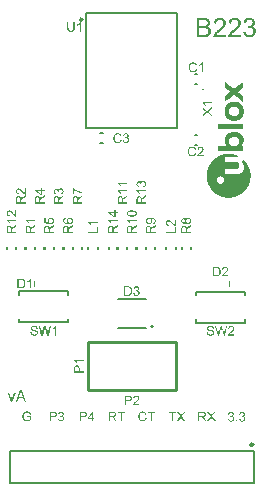
<source format=gto>
G04*
G04 #@! TF.GenerationSoftware,Altium Limited,Altium Designer,21.6.4 (81)*
G04*
G04 Layer_Color=65535*
%FSLAX44Y44*%
%MOMM*%
G71*
G04*
G04 #@! TF.SameCoordinates,B426352F-7976-453D-B7C3-6DF0A089D787*
G04*
G04*
G04 #@! TF.FilePolarity,Positive*
G04*
G01*
G75*
%ADD10C,0.1270*%
%ADD11C,0.2540*%
%ADD12C,0.1016*%
%ADD13C,0.2000*%
%ADD14C,0.1524*%
G36*
X204277Y340580D02*
Y340492D01*
X204295Y340369D01*
Y340245D01*
X204312Y340104D01*
Y338447D01*
X204295Y338253D01*
Y338077D01*
X204260Y335592D01*
X201915Y333847D01*
X201563Y333600D01*
X201245Y333353D01*
X200963Y333141D01*
X200716Y332965D01*
X200523Y332824D01*
X200382Y332701D01*
X200293Y332630D01*
X200258Y332612D01*
X200029Y332436D01*
X199870Y332313D01*
X199747Y332207D01*
X199676Y332154D01*
X199624Y332101D01*
X199606Y332084D01*
Y332066D01*
X199641Y332031D01*
X199712Y331960D01*
X199835Y331855D01*
X199958Y331749D01*
X200082Y331661D01*
X200205Y331572D01*
X200276Y331502D01*
X200311Y331484D01*
X200576Y331291D01*
X200858Y331079D01*
X201140Y330867D01*
X201386Y330691D01*
X201616Y330515D01*
X201792Y330392D01*
X201862Y330339D01*
X201915Y330303D01*
X201933Y330268D01*
X201950D01*
X204260Y328593D01*
X204295Y326214D01*
X204330Y323834D01*
X200540Y326707D01*
X199958Y327130D01*
X199430Y327500D01*
X198971Y327836D01*
X198760Y327994D01*
X198566Y328117D01*
X198390Y328241D01*
X198231Y328364D01*
X198108Y328452D01*
X198002Y328541D01*
X197914Y328593D01*
X197843Y328646D01*
X197808Y328664D01*
X197790Y328682D01*
X197596Y328840D01*
X197402Y328964D01*
X197262Y329069D01*
X197120Y329175D01*
X197015Y329263D01*
X196909Y329334D01*
X196768Y329440D01*
X196680Y329510D01*
X196627Y329545D01*
X196609Y329563D01*
X196592D01*
X196539Y329528D01*
X196486Y329492D01*
X196398Y329440D01*
X196204Y329316D01*
X195992Y329175D01*
X195781Y329034D01*
X195604Y328911D01*
X195534Y328858D01*
X195481Y328823D01*
X195446Y328805D01*
X195428Y328787D01*
X194988Y328488D01*
X194529Y328153D01*
X194071Y327836D01*
X193648Y327536D01*
X193472Y327395D01*
X193295Y327254D01*
X193137Y327148D01*
X192996Y327042D01*
X192890Y326954D01*
X192802Y326901D01*
X192749Y326866D01*
X192731Y326848D01*
X192167Y326443D01*
X191656Y326073D01*
X191215Y325755D01*
X191004Y325614D01*
X190810Y325473D01*
X190651Y325350D01*
X190510Y325244D01*
X190369Y325156D01*
X190263Y325068D01*
X190175Y325015D01*
X190122Y324962D01*
X190087Y324944D01*
X190069Y324927D01*
X189876Y324786D01*
X189699Y324663D01*
X189541Y324557D01*
X189417Y324469D01*
X189294Y324398D01*
X189206Y324328D01*
X189065Y324239D01*
X188976Y324169D01*
X188924Y324151D01*
X188906Y324134D01*
X188888Y324169D01*
Y324239D01*
X188871Y324363D01*
Y324504D01*
X188853Y324627D01*
Y325138D01*
X188836Y325438D01*
Y329052D01*
X191180Y330726D01*
X191532Y330973D01*
X191832Y331202D01*
X192114Y331396D01*
X192361Y331572D01*
X192555Y331713D01*
X192714Y331819D01*
X192802Y331890D01*
X192837Y331907D01*
X193066Y332084D01*
X193225Y332225D01*
X193330Y332313D01*
X193419Y332383D01*
X193454Y332436D01*
X193472Y332454D01*
Y332472D01*
X193436Y332507D01*
X193366Y332577D01*
X193260Y332665D01*
X193137Y332754D01*
X193013Y332859D01*
X192908Y332930D01*
X192837Y333000D01*
X192802Y333018D01*
X192537Y333229D01*
X192273Y333423D01*
X191991Y333635D01*
X191744Y333811D01*
X191515Y333970D01*
X191339Y334111D01*
X191268Y334146D01*
X191215Y334181D01*
X191198Y334217D01*
X191180D01*
X188906Y335856D01*
X188871Y338148D01*
X188853Y338500D01*
Y340016D01*
X188871Y340175D01*
Y340298D01*
X188888Y340369D01*
Y340422D01*
X188906Y340439D01*
Y340457D01*
X188941Y340439D01*
X188994Y340404D01*
X189082Y340351D01*
X189170Y340298D01*
X189258Y340228D01*
X189347Y340175D01*
X189400Y340140D01*
X189417Y340122D01*
X189787Y339857D01*
X189964Y339716D01*
X190140Y339593D01*
X190281Y339487D01*
X190404Y339399D01*
X190475Y339329D01*
X190510Y339311D01*
X190774Y339117D01*
X191057Y338906D01*
X191356Y338694D01*
X191621Y338500D01*
X191867Y338306D01*
X192061Y338165D01*
X192132Y338112D01*
X192185Y338077D01*
X192220Y338060D01*
X192238Y338042D01*
X192625Y337760D01*
X192978Y337495D01*
X193313Y337266D01*
X193577Y337072D01*
X193824Y336896D01*
X194000Y336773D01*
X194053Y336720D01*
X194106Y336702D01*
X194124Y336667D01*
X194141D01*
X194459Y336438D01*
X194741Y336226D01*
X195005Y336050D01*
X195234Y335891D01*
X195411Y335750D01*
X195552Y335662D01*
X195640Y335592D01*
X195675Y335574D01*
X195904Y335415D01*
X196063Y335292D01*
X196186Y335204D01*
X196274Y335133D01*
X196327Y335080D01*
X196362Y335045D01*
X196380Y335028D01*
X196398D01*
X196451Y335045D01*
X196521Y335080D01*
X196592Y335116D01*
X196786Y335239D01*
X196997Y335362D01*
X197209Y335504D01*
X197385Y335627D01*
X197455Y335662D01*
X197508Y335697D01*
X197544Y335733D01*
X197561D01*
X198002Y336032D01*
X198460Y336367D01*
X198936Y336702D01*
X199377Y337019D01*
X199571Y337178D01*
X199765Y337301D01*
X199941Y337425D01*
X200082Y337531D01*
X200205Y337619D01*
X200293Y337689D01*
X200346Y337724D01*
X200364Y337742D01*
X200946Y338165D01*
X201457Y338571D01*
X201933Y338906D01*
X202144Y339064D01*
X202338Y339205D01*
X202514Y339329D01*
X202656Y339452D01*
X202796Y339540D01*
X202902Y339628D01*
X202990Y339681D01*
X203061Y339734D01*
X203096Y339752D01*
X203114Y339769D01*
X203308Y339910D01*
X203484Y340051D01*
X203643Y340157D01*
X203784Y340263D01*
X203890Y340333D01*
X203978Y340404D01*
X204119Y340510D01*
X204207Y340580D01*
X204242Y340598D01*
X204260Y340616D01*
X204277Y340580D01*
D02*
G37*
G36*
X197861Y323746D02*
X198143D01*
X198337D01*
X198495Y323728D01*
X198566D01*
X198601D01*
X198813Y323711D01*
X198989Y323675D01*
X199165Y323640D01*
X199306Y323605D01*
X199430Y323570D01*
X199535Y323534D01*
X199588Y323517D01*
X199606Y323499D01*
X199958Y323376D01*
X200293Y323217D01*
X200611Y323076D01*
X200910Y322917D01*
X201192Y322759D01*
X201457Y322600D01*
X201686Y322441D01*
X201898Y322283D01*
X202091Y322124D01*
X202268Y322001D01*
X202409Y321877D01*
X202532Y321772D01*
X202620Y321683D01*
X202691Y321613D01*
X202726Y321578D01*
X202744Y321560D01*
X202955Y321313D01*
X203149Y321067D01*
X203502Y320520D01*
X203784Y319974D01*
X204030Y319462D01*
X204119Y319216D01*
X204207Y319004D01*
X204260Y318810D01*
X204330Y318634D01*
X204365Y318493D01*
X204401Y318387D01*
X204418Y318317D01*
Y318299D01*
X204506Y317929D01*
X204559Y317523D01*
X204612Y317118D01*
X204630Y316712D01*
X204647Y316360D01*
X204665Y316201D01*
Y315813D01*
X204647Y315249D01*
X204630Y314756D01*
X204595Y314333D01*
X204559Y314139D01*
X204542Y313980D01*
X204524Y313822D01*
X204489Y313680D01*
X204471Y313575D01*
X204454Y313487D01*
X204436Y313416D01*
Y313346D01*
X204418Y313328D01*
Y313310D01*
X204312Y312922D01*
X204189Y312552D01*
X204048Y312200D01*
X203907Y311865D01*
X203748Y311565D01*
X203590Y311283D01*
X203431Y311019D01*
X203272Y310772D01*
X203132Y310560D01*
X202990Y310366D01*
X202867Y310208D01*
X202744Y310067D01*
X202656Y309961D01*
X202585Y309891D01*
X202550Y309838D01*
X202532Y309820D01*
X202268Y309573D01*
X202003Y309344D01*
X201721Y309133D01*
X201422Y308956D01*
X201140Y308780D01*
X200858Y308639D01*
X200329Y308375D01*
X200082Y308286D01*
X199853Y308198D01*
X199641Y308128D01*
X199465Y308057D01*
X199324Y308022D01*
X199218Y307987D01*
X199148Y307969D01*
X199130D01*
X198760Y307899D01*
X198337Y307863D01*
X197914Y307828D01*
X197508Y307793D01*
X197156D01*
X196997Y307775D01*
X196856D01*
X196750D01*
X196662D01*
X196609D01*
X196592D01*
X196010Y307793D01*
X195499Y307810D01*
X195287Y307828D01*
X195076Y307846D01*
X194882Y307863D01*
X194706Y307881D01*
X194547Y307899D01*
X194423Y307916D01*
X194300D01*
X194212Y307934D01*
X194124Y307952D01*
X194071Y307969D01*
X194053D01*
X194036D01*
X193665Y308075D01*
X193313Y308181D01*
X192978Y308322D01*
X192661Y308463D01*
X192361Y308621D01*
X192079Y308780D01*
X191815Y308939D01*
X191585Y309097D01*
X191374Y309256D01*
X191180Y309397D01*
X191021Y309520D01*
X190880Y309644D01*
X190774Y309732D01*
X190704Y309802D01*
X190651Y309855D01*
X190634Y309873D01*
X190387Y310155D01*
X190158Y310437D01*
X189946Y310737D01*
X189752Y311036D01*
X189576Y311318D01*
X189435Y311618D01*
X189170Y312164D01*
X189082Y312411D01*
X188994Y312640D01*
X188924Y312852D01*
X188853Y313028D01*
X188818Y313169D01*
X188783Y313275D01*
X188765Y313346D01*
Y313363D01*
X188730Y313540D01*
X188694Y313733D01*
X188659Y314156D01*
X188624Y314597D01*
X188606Y315056D01*
Y316466D01*
X188624Y316783D01*
X188642Y317065D01*
X188659Y317329D01*
X188677Y317559D01*
X188712Y317770D01*
X188730Y317964D01*
X188747Y318123D01*
X188783Y318264D01*
X188800Y318387D01*
X188818Y318493D01*
X188836Y318563D01*
X188853Y318634D01*
Y318669D01*
X188871Y318704D01*
X189118Y319374D01*
X189258Y319674D01*
X189400Y319974D01*
X189541Y320238D01*
X189682Y320485D01*
X189823Y320714D01*
X189964Y320925D01*
X190105Y321119D01*
X190228Y321278D01*
X190334Y321419D01*
X190422Y321542D01*
X190510Y321631D01*
X190563Y321701D01*
X190598Y321736D01*
X190616Y321754D01*
X191074Y322177D01*
X191532Y322530D01*
X192008Y322829D01*
X192449Y323058D01*
X192661Y323164D01*
X192837Y323235D01*
X193013Y323305D01*
X193154Y323358D01*
X193278Y323411D01*
X193366Y323446D01*
X193419Y323464D01*
X193436D01*
X193895Y323587D01*
X194106Y323623D01*
X194282Y323658D01*
X194441Y323693D01*
X194547D01*
X194617Y323711D01*
X194653D01*
X194776Y323728D01*
X194899D01*
X195217Y323746D01*
X195534D01*
X195869Y323764D01*
X196169D01*
X196292D01*
X196415D01*
X196504D01*
X196574D01*
X196627D01*
X196644D01*
X196891D01*
X197120D01*
X197332D01*
X197526D01*
X197861Y323746D01*
D02*
G37*
G36*
X204330Y301006D02*
X193472D01*
X182578D01*
Y305166D01*
X204330D01*
Y301006D01*
D02*
G37*
G36*
X197544Y298186D02*
X197967Y298168D01*
X198319Y298133D01*
X198478Y298115D01*
X198619Y298098D01*
X198742Y298080D01*
X198830Y298062D01*
X198918Y298045D01*
X198971D01*
X199007Y298027D01*
X199024D01*
X199412Y297957D01*
X199765Y297851D01*
X200100Y297763D01*
X200399Y297657D01*
X200646Y297551D01*
X200840Y297481D01*
X200910Y297446D01*
X200963Y297428D01*
X200981Y297410D01*
X200998D01*
X201298Y297252D01*
X201563Y297093D01*
X201827Y296934D01*
X202074Y296758D01*
X202303Y296582D01*
X202497Y296423D01*
X202691Y296264D01*
X202849Y296106D01*
X203008Y295947D01*
X203132Y295824D01*
X203255Y295700D01*
X203343Y295595D01*
X203414Y295506D01*
X203466Y295436D01*
X203484Y295401D01*
X203502Y295383D01*
X203801Y294907D01*
X204030Y294396D01*
X204224Y293885D01*
X204365Y293391D01*
X204436Y293180D01*
X204471Y292968D01*
X204506Y292774D01*
X204542Y292633D01*
X204559Y292492D01*
X204577Y292404D01*
X204595Y292334D01*
Y292316D01*
X204647Y291734D01*
X204665Y291205D01*
X204647Y290712D01*
X204630Y290483D01*
X204595Y290289D01*
X204577Y290095D01*
X204542Y289918D01*
X204524Y289778D01*
X204489Y289654D01*
X204471Y289566D01*
X204454Y289478D01*
X204436Y289443D01*
Y289425D01*
X204260Y288949D01*
X204048Y288508D01*
X203819Y288120D01*
X203607Y287786D01*
X203396Y287504D01*
X203308Y287398D01*
X203237Y287310D01*
X203167Y287239D01*
X203114Y287186D01*
X203096Y287151D01*
X203079Y287133D01*
X202902Y286939D01*
X202744Y286781D01*
X202656Y286657D01*
X202620Y286640D01*
Y286622D01*
X202550Y286552D01*
X202497Y286499D01*
X202426Y286428D01*
X202409Y286393D01*
X202426Y286375D01*
X202444D01*
X202550Y286358D01*
X202638Y286340D01*
X202673D01*
X202691D01*
X202902Y286322D01*
X203132D01*
X203237D01*
X203308D01*
X203361D01*
X203378D01*
X204330D01*
Y282303D01*
X193560D01*
X192749D01*
X191973D01*
X191621D01*
X191268D01*
X190951D01*
X190651D01*
X190369D01*
X190122D01*
X189911D01*
X189717D01*
X189576D01*
X189470D01*
X189400D01*
X189382D01*
X188677Y282321D01*
X188025D01*
X187725D01*
X187425Y282339D01*
X187178D01*
X186932D01*
X186702D01*
X186509D01*
X186350D01*
X186209D01*
X186086D01*
X186015D01*
X185962D01*
X185945D01*
X185416D01*
X184940D01*
X184534Y282356D01*
X184199D01*
X184058D01*
X183935D01*
X183829Y282374D01*
X183741D01*
X183671D01*
X183618D01*
X183600D01*
X183582D01*
X183424D01*
X183283D01*
X183177D01*
X183071Y282391D01*
X182913D01*
X182807Y282409D01*
X182754D01*
X182719Y282427D01*
X182701D01*
X182684Y282462D01*
X182666Y282550D01*
Y282656D01*
X182648Y282762D01*
Y282885D01*
X182631Y282991D01*
Y283079D01*
X182613Y283326D01*
X182595Y283573D01*
Y283819D01*
X182578Y284049D01*
Y286622D01*
X190651D01*
X190016Y287292D01*
X189752Y287592D01*
X189541Y287891D01*
X189364Y288156D01*
X189206Y288403D01*
X189100Y288596D01*
X189012Y288755D01*
X188976Y288861D01*
X188959Y288896D01*
X188853Y289213D01*
X188765Y289566D01*
X188694Y289901D01*
X188642Y290218D01*
X188606Y290500D01*
X188589Y290624D01*
Y290729D01*
X188571Y290818D01*
Y291576D01*
X188606Y292140D01*
X188624Y292404D01*
X188659Y292651D01*
X188694Y292880D01*
X188730Y293092D01*
X188765Y293285D01*
X188800Y293444D01*
X188836Y293603D01*
X188871Y293708D01*
X188906Y293814D01*
X188924Y293885D01*
X188941Y293920D01*
Y293938D01*
X189135Y294396D01*
X189347Y294837D01*
X189594Y295207D01*
X189823Y295559D01*
X190052Y295824D01*
X190140Y295947D01*
X190228Y296035D01*
X190299Y296106D01*
X190334Y296159D01*
X190369Y296194D01*
X190387Y296211D01*
X190792Y296564D01*
X191233Y296864D01*
X191656Y297128D01*
X192079Y297340D01*
X192255Y297428D01*
X192432Y297498D01*
X192590Y297569D01*
X192714Y297622D01*
X192819Y297657D01*
X192908Y297692D01*
X192960Y297710D01*
X192978D01*
X193577Y297886D01*
X194177Y298010D01*
X194776Y298098D01*
X195076Y298133D01*
X195340Y298151D01*
X195604Y298186D01*
X195834Y298204D01*
X196028D01*
X196204Y298221D01*
X196362D01*
X196468D01*
X196539D01*
X196556D01*
X197068D01*
X197544Y298186D01*
D02*
G37*
G36*
X192625Y279800D02*
X192925D01*
X193225Y279783D01*
X193507Y279765D01*
X193754Y279747D01*
X194000Y279730D01*
X194212Y279712D01*
X194406Y279677D01*
X194582Y279659D01*
X194723Y279642D01*
X194846Y279624D01*
X194952Y279606D01*
X195023D01*
X195058Y279589D01*
X195076D01*
X195534Y279518D01*
X195992Y279412D01*
X196433Y279307D01*
X196838Y279201D01*
X197032Y279148D01*
X197191Y279095D01*
X197350Y279060D01*
X197473Y279007D01*
X197579Y278989D01*
X197649Y278954D01*
X197702Y278937D01*
X197720D01*
X198231Y278760D01*
X198707Y278584D01*
X199112Y278425D01*
X199465Y278267D01*
X199624Y278196D01*
X199747Y278143D01*
X199870Y278090D01*
X199958Y278037D01*
X200029Y278002D01*
X200082Y277967D01*
X200117Y277949D01*
X200135D01*
X201069Y277473D01*
X194970D01*
X188836D01*
Y273190D01*
X193701Y273155D01*
X194282D01*
X194829Y273137D01*
X195305D01*
X195728Y273119D01*
X196116D01*
X196468D01*
X196768Y273102D01*
X197015D01*
X197244Y273084D01*
X197420D01*
X197561D01*
X197684D01*
X197773Y273067D01*
X197826D01*
X197861D01*
X197878D01*
X198178Y273049D01*
X198442Y273014D01*
X198654Y272978D01*
X198830Y272943D01*
X198971Y272908D01*
X199060Y272873D01*
X199112Y272855D01*
X199130D01*
X199483Y272679D01*
X199765Y272485D01*
X200011Y272291D01*
X200205Y272097D01*
X200346Y271921D01*
X200452Y271780D01*
X200505Y271692D01*
X200523Y271674D01*
Y271656D01*
X200646Y271357D01*
X200734Y271022D01*
X200805Y270669D01*
X200840Y270334D01*
X200858Y270052D01*
X200875Y269929D01*
Y269594D01*
X200840Y269277D01*
X200805Y269012D01*
X200769Y268783D01*
X200716Y268607D01*
X200681Y268466D01*
X200664Y268360D01*
X200628Y268307D01*
Y268289D01*
X200540Y268131D01*
X200434Y267990D01*
X200311Y267849D01*
X200170Y267725D01*
X200064Y267637D01*
X199958Y267549D01*
X199888Y267496D01*
X199870Y267479D01*
X199782Y267426D01*
X199676Y267373D01*
X199430Y267267D01*
X199148Y267197D01*
X198883Y267126D01*
X198619Y267091D01*
X198407Y267055D01*
X198337D01*
X198266Y267038D01*
X198231D01*
X198213D01*
X197949Y267020D01*
X197649Y267003D01*
X197314D01*
X196944Y266985D01*
X196574D01*
X196169Y266967D01*
X195375D01*
X195005Y266950D01*
X194653D01*
X194318D01*
X194036D01*
X193806D01*
X193630D01*
X193560D01*
X193507D01*
X193489D01*
X193472D01*
X188906D01*
X188836Y262631D01*
X194600Y262666D01*
X195270Y262684D01*
X195886D01*
X196451Y262701D01*
X196944D01*
X197402Y262719D01*
X197808D01*
X198160Y262737D01*
X198460D01*
X198725Y262754D01*
X198954D01*
X199130D01*
X199271Y262772D01*
X199377D01*
X199465D01*
X199500D01*
X199518D01*
X199906Y262790D01*
X200240Y262825D01*
X200523Y262860D01*
X200734Y262895D01*
X200910Y262913D01*
X201016Y262948D01*
X201087Y262966D01*
X201104D01*
X201404Y263072D01*
X201668Y263195D01*
X202180Y263477D01*
X202409Y263636D01*
X202620Y263777D01*
X202814Y263935D01*
X202990Y264094D01*
X203132Y264235D01*
X203272Y264376D01*
X203396Y264499D01*
X203484Y264605D01*
X203554Y264693D01*
X203607Y264764D01*
X203643Y264799D01*
X203660Y264817D01*
X203819Y265064D01*
X203978Y265328D01*
X204224Y265874D01*
X204401Y266421D01*
X204524Y266932D01*
X204577Y267161D01*
X204612Y267390D01*
X204647Y267567D01*
X204665Y267743D01*
X204683Y267866D01*
X204700Y267972D01*
Y268060D01*
X204718Y268589D01*
Y269083D01*
X204683Y269506D01*
X204647Y269876D01*
X204612Y270035D01*
X204595Y270176D01*
X204559Y270299D01*
X204542Y270405D01*
X204524Y270493D01*
X204506Y270546D01*
X204489Y270581D01*
Y270599D01*
X204348Y270986D01*
X204172Y271357D01*
X203995Y271692D01*
X203801Y271991D01*
X203643Y272238D01*
X203502Y272414D01*
X203449Y272485D01*
X203414Y272538D01*
X203378Y272555D01*
Y272573D01*
X203220Y272732D01*
X203096Y272855D01*
X203026Y272943D01*
X202990Y272978D01*
X202885Y273102D01*
X202832Y273190D01*
X202814Y273225D01*
Y273243D01*
X202832Y273260D01*
X202849D01*
X202920Y273278D01*
X203008Y273296D01*
X203026D01*
X203043D01*
X203220Y273313D01*
X203396D01*
X203466D01*
X203537D01*
X203572D01*
X203590D01*
X204330D01*
Y275164D01*
X205458Y274054D01*
X206093Y273331D01*
X206675Y272591D01*
X206939Y272220D01*
X207186Y271868D01*
X207415Y271533D01*
X207609Y271216D01*
X207803Y270916D01*
X207961Y270634D01*
X208102Y270387D01*
X208226Y270193D01*
X208314Y270017D01*
X208384Y269893D01*
X208420Y269823D01*
X208437Y269788D01*
X208860Y268889D01*
X209231Y268007D01*
X209389Y267567D01*
X209530Y267144D01*
X209671Y266738D01*
X209777Y266368D01*
X209883Y266015D01*
X209989Y265698D01*
X210059Y265416D01*
X210130Y265169D01*
X210165Y264975D01*
X210200Y264834D01*
X210235Y264746D01*
Y264711D01*
X210288Y264482D01*
X210324Y264217D01*
X210394Y263671D01*
X210429Y263107D01*
X210465Y262543D01*
X210482Y262296D01*
Y262049D01*
X210500Y261838D01*
Y260868D01*
X210482Y260480D01*
Y260128D01*
X210465Y259775D01*
X210429Y259476D01*
X210412Y259176D01*
X210394Y258911D01*
X210359Y258682D01*
X210341Y258471D01*
X210324Y258295D01*
X210288Y258136D01*
X210271Y257995D01*
X210253Y257907D01*
Y257819D01*
X210235Y257783D01*
Y257766D01*
X210042Y256937D01*
X209830Y256162D01*
X209707Y255791D01*
X209601Y255439D01*
X209477Y255122D01*
X209372Y254804D01*
X209266Y254540D01*
X209178Y254275D01*
X209090Y254064D01*
X209002Y253888D01*
X208949Y253729D01*
X208896Y253623D01*
X208878Y253553D01*
X208860Y253535D01*
X208508Y252795D01*
X208138Y252107D01*
X207961Y251790D01*
X207768Y251473D01*
X207591Y251191D01*
X207415Y250926D01*
X207256Y250679D01*
X207115Y250468D01*
X206974Y250274D01*
X206868Y250115D01*
X206763Y249992D01*
X206692Y249886D01*
X206657Y249833D01*
X206639Y249816D01*
X206128Y249199D01*
X205599Y248617D01*
X205088Y248088D01*
X204841Y247859D01*
X204612Y247630D01*
X204401Y247436D01*
X204207Y247260D01*
X204030Y247101D01*
X203872Y246978D01*
X203748Y246872D01*
X203660Y246801D01*
X203607Y246749D01*
X203590Y246731D01*
X202938Y246237D01*
X202285Y245779D01*
X201651Y245374D01*
X201351Y245197D01*
X201069Y245039D01*
X200805Y244898D01*
X200576Y244757D01*
X200364Y244651D01*
X200188Y244563D01*
X200029Y244492D01*
X199923Y244439D01*
X199853Y244404D01*
X199835Y244386D01*
X199024Y244034D01*
X198213Y243717D01*
X197455Y243470D01*
X197103Y243364D01*
X196768Y243258D01*
X196451Y243188D01*
X196169Y243117D01*
X195922Y243047D01*
X195710Y243011D01*
X195534Y242976D01*
X195411Y242941D01*
X195340Y242923D01*
X195305D01*
X194423Y242782D01*
X193577Y242694D01*
X193172Y242659D01*
X192784Y242641D01*
X192414Y242624D01*
X192061D01*
X191744Y242606D01*
X191462Y242624D01*
X191198D01*
X190986D01*
X190810D01*
X190686Y242641D01*
X190616D01*
X190581D01*
X189699Y242729D01*
X188853Y242853D01*
X188448Y242941D01*
X188060Y243011D01*
X187707Y243082D01*
X187355Y243170D01*
X187055Y243241D01*
X186773Y243311D01*
X186526Y243382D01*
X186315Y243435D01*
X186156Y243487D01*
X186033Y243523D01*
X185945Y243558D01*
X185927D01*
X185098Y243875D01*
X184305Y244210D01*
X183953Y244386D01*
X183600Y244563D01*
X183265Y244739D01*
X182966Y244898D01*
X182684Y245056D01*
X182437Y245197D01*
X182225Y245321D01*
X182031Y245426D01*
X181890Y245515D01*
X181784Y245585D01*
X181714Y245620D01*
X181696Y245638D01*
X181062Y246096D01*
X180462Y246555D01*
X179933Y247013D01*
X179687Y247224D01*
X179458Y247436D01*
X179246Y247612D01*
X179070Y247789D01*
X178911Y247930D01*
X178770Y248071D01*
X178664Y248176D01*
X178594Y248247D01*
X178541Y248300D01*
X178523Y248317D01*
X178012Y248864D01*
X177536Y249428D01*
X177131Y249957D01*
X176761Y250450D01*
X176620Y250662D01*
X176479Y250873D01*
X176355Y251050D01*
X176249Y251191D01*
X176179Y251314D01*
X176126Y251420D01*
X176091Y251473D01*
X176073Y251490D01*
X175703Y252143D01*
X175368Y252812D01*
X175068Y253429D01*
X174945Y253729D01*
X174821Y253993D01*
X174716Y254258D01*
X174628Y254487D01*
X174557Y254681D01*
X174487Y254857D01*
X174434Y254998D01*
X174398Y255104D01*
X174363Y255175D01*
Y255192D01*
X174134Y255933D01*
X173923Y256655D01*
X173764Y257360D01*
X173693Y257678D01*
X173623Y257995D01*
X173570Y258277D01*
X173517Y258541D01*
X173482Y258771D01*
X173447Y258964D01*
X173429Y259123D01*
X173411Y259229D01*
X173394Y259317D01*
Y259335D01*
X173376Y259493D01*
Y260956D01*
X173394Y261168D01*
Y261362D01*
X173411Y261538D01*
Y261838D01*
X173429Y261926D01*
Y262014D01*
X173447Y262367D01*
X173464Y262701D01*
X173482Y263001D01*
X173500Y263283D01*
X173517Y263530D01*
X173535Y263759D01*
X173552Y263953D01*
X173570Y264147D01*
X173588Y264306D01*
X173605Y264429D01*
X173623Y264552D01*
X173640Y264641D01*
Y264711D01*
X173658Y264764D01*
Y264799D01*
X173782Y265328D01*
X173923Y265857D01*
X174064Y266350D01*
X174222Y266844D01*
X174381Y267320D01*
X174540Y267761D01*
X174716Y268184D01*
X174874Y268571D01*
X175015Y268924D01*
X175156Y269241D01*
X175298Y269523D01*
X175403Y269753D01*
X175509Y269946D01*
X175579Y270087D01*
X175615Y270158D01*
X175632Y270193D01*
X176179Y271092D01*
X176461Y271515D01*
X176743Y271938D01*
X177025Y272309D01*
X177307Y272679D01*
X177572Y273014D01*
X177836Y273331D01*
X178065Y273613D01*
X178294Y273860D01*
X178488Y274071D01*
X178664Y274265D01*
X178805Y274406D01*
X178911Y274512D01*
X178982Y274583D01*
X178999Y274600D01*
X179757Y275305D01*
X180145Y275623D01*
X180533Y275922D01*
X180921Y276204D01*
X181291Y276486D01*
X181643Y276733D01*
X181978Y276945D01*
X182296Y277156D01*
X182578Y277332D01*
X182842Y277491D01*
X183054Y277614D01*
X183230Y277703D01*
X183371Y277791D01*
X183441Y277826D01*
X183477Y277844D01*
X183953Y278073D01*
X184429Y278284D01*
X184887Y278478D01*
X185363Y278654D01*
X185821Y278813D01*
X186262Y278954D01*
X186685Y279077D01*
X187090Y279201D01*
X187460Y279289D01*
X187796Y279377D01*
X188095Y279448D01*
X188342Y279501D01*
X188553Y279536D01*
X188712Y279571D01*
X188800Y279589D01*
X188836D01*
X189329Y279659D01*
X189858Y279730D01*
X190369Y279765D01*
X190863Y279783D01*
X191092Y279800D01*
X191303D01*
X191480Y279818D01*
X191638D01*
X191779D01*
X191867D01*
X191938D01*
X191956D01*
X192625Y279800D01*
D02*
G37*
G36*
X209672Y394988D02*
X209790D01*
X209931Y394965D01*
X210083Y394953D01*
X210247Y394930D01*
X210435Y394894D01*
X210623Y394859D01*
X211034Y394754D01*
X211257Y394695D01*
X211468Y394613D01*
X211679Y394531D01*
X211890Y394425D01*
X211902Y394413D01*
X211937Y394402D01*
X211996Y394366D01*
X212078Y394319D01*
X212172Y394261D01*
X212278Y394190D01*
X212395Y394108D01*
X212524Y394014D01*
X212806Y393791D01*
X213087Y393521D01*
X213357Y393216D01*
X213486Y393040D01*
X213604Y392864D01*
X213615Y392853D01*
X213627Y392817D01*
X213662Y392770D01*
X213697Y392688D01*
X213744Y392606D01*
X213791Y392489D01*
X213850Y392371D01*
X213909Y392231D01*
X213956Y392078D01*
X214014Y391926D01*
X214108Y391573D01*
X214179Y391186D01*
X214190Y390987D01*
X214202Y390775D01*
Y390764D01*
Y390728D01*
Y390670D01*
X214190Y390599D01*
Y390506D01*
X214167Y390400D01*
X214155Y390271D01*
X214132Y390142D01*
X214061Y389837D01*
X213956Y389520D01*
X213897Y389356D01*
X213815Y389179D01*
X213733Y389015D01*
X213627Y388851D01*
X213615Y388839D01*
X213604Y388816D01*
X213568Y388769D01*
X213521Y388710D01*
X213463Y388640D01*
X213392Y388558D01*
X213310Y388464D01*
X213205Y388358D01*
X213099Y388252D01*
X212970Y388147D01*
X212841Y388030D01*
X212688Y387912D01*
X212524Y387807D01*
X212348Y387689D01*
X212160Y387584D01*
X211961Y387490D01*
X211972D01*
X212019Y387478D01*
X212101Y387454D01*
X212195Y387419D01*
X212325Y387384D01*
X212465Y387325D01*
X212618Y387267D01*
X212782Y387185D01*
X212958Y387103D01*
X213146Y386997D01*
X213334Y386891D01*
X213521Y386762D01*
X213697Y386621D01*
X213874Y386469D01*
X214049Y386293D01*
X214202Y386105D01*
X214214Y386093D01*
X214237Y386058D01*
X214272Y385999D01*
X214331Y385917D01*
X214390Y385812D01*
X214460Y385694D01*
X214531Y385554D01*
X214601Y385389D01*
X214671Y385201D01*
X214754Y385002D01*
X214812Y384791D01*
X214871Y384556D01*
X214930Y384310D01*
X214965Y384051D01*
X214988Y383782D01*
X215000Y383488D01*
Y383465D01*
Y383394D01*
X214988Y383277D01*
X214977Y383136D01*
X214953Y382948D01*
X214918Y382737D01*
X214871Y382502D01*
X214800Y382244D01*
X214718Y381963D01*
X214625Y381681D01*
X214495Y381376D01*
X214343Y381071D01*
X214167Y380766D01*
X213956Y380461D01*
X213709Y380167D01*
X213439Y379886D01*
X213416Y379874D01*
X213369Y379827D01*
X213287Y379745D01*
X213158Y379651D01*
X213005Y379545D01*
X212829Y379416D01*
X212606Y379287D01*
X212371Y379146D01*
X212101Y379006D01*
X211796Y378876D01*
X211480Y378747D01*
X211127Y378642D01*
X210764Y378548D01*
X210365Y378466D01*
X209954Y378419D01*
X209520Y378407D01*
X209426D01*
X209309Y378419D01*
X209168Y378430D01*
X208980Y378442D01*
X208769Y378477D01*
X208534Y378513D01*
X208276Y378571D01*
X208006Y378630D01*
X207713Y378712D01*
X207419Y378818D01*
X207114Y378947D01*
X206821Y379088D01*
X206528Y379252D01*
X206234Y379451D01*
X205964Y379674D01*
X205952Y379686D01*
X205905Y379733D01*
X205835Y379803D01*
X205741Y379909D01*
X205636Y380038D01*
X205506Y380191D01*
X205378Y380367D01*
X205237Y380566D01*
X205096Y380789D01*
X204955Y381047D01*
X204826Y381317D01*
X204697Y381611D01*
X204591Y381927D01*
X204486Y382256D01*
X204415Y382608D01*
X204368Y382984D01*
X206363Y383254D01*
Y383230D01*
X206375Y383183D01*
X206398Y383089D01*
X206434Y382972D01*
X206469Y382831D01*
X206516Y382678D01*
X206574Y382502D01*
X206633Y382315D01*
X206797Y381904D01*
X206997Y381505D01*
X207114Y381306D01*
X207243Y381118D01*
X207372Y380953D01*
X207525Y380801D01*
X207537Y380789D01*
X207560Y380766D01*
X207607Y380731D01*
X207677Y380684D01*
X207748Y380625D01*
X207854Y380566D01*
X207959Y380496D01*
X208088Y380437D01*
X208229Y380367D01*
X208382Y380296D01*
X208546Y380238D01*
X208722Y380179D01*
X208910Y380132D01*
X209109Y380097D01*
X209309Y380073D01*
X209532Y380062D01*
X209590D01*
X209672Y380073D01*
X209766D01*
X209895Y380097D01*
X210036Y380108D01*
X210189Y380144D01*
X210365Y380179D01*
X210541Y380238D01*
X210740Y380296D01*
X210940Y380378D01*
X211139Y380472D01*
X211339Y380590D01*
X211538Y380719D01*
X211726Y380860D01*
X211914Y381036D01*
X211926Y381047D01*
X211961Y381082D01*
X212008Y381129D01*
X212066Y381212D01*
X212137Y381306D01*
X212219Y381423D01*
X212313Y381552D01*
X212407Y381704D01*
X212489Y381869D01*
X212583Y382057D01*
X212665Y382244D01*
X212735Y382467D01*
X212794Y382690D01*
X212841Y382925D01*
X212876Y383183D01*
X212888Y383441D01*
Y383453D01*
Y383500D01*
Y383570D01*
X212876Y383676D01*
X212864Y383782D01*
X212841Y383922D01*
X212817Y384075D01*
X212770Y384239D01*
X212724Y384415D01*
X212665Y384603D01*
X212594Y384791D01*
X212512Y384978D01*
X212407Y385166D01*
X212278Y385354D01*
X212148Y385530D01*
X211984Y385706D01*
X211972Y385718D01*
X211949Y385741D01*
X211890Y385788D01*
X211820Y385847D01*
X211738Y385917D01*
X211632Y385988D01*
X211503Y386070D01*
X211362Y386152D01*
X211210Y386234D01*
X211034Y386316D01*
X210846Y386387D01*
X210646Y386457D01*
X210435Y386516D01*
X210201Y386563D01*
X209966Y386586D01*
X209708Y386598D01*
X209602D01*
X209485Y386586D01*
X209320Y386574D01*
X209109Y386551D01*
X208874Y386504D01*
X208605Y386457D01*
X208299Y386387D01*
X208522Y388135D01*
X208558D01*
X208593Y388123D01*
X208640D01*
X208745Y388112D01*
X208968D01*
X209051Y388123D01*
X209168Y388135D01*
X209297Y388147D01*
X209438Y388170D01*
X209602Y388194D01*
X209778Y388229D01*
X209954Y388276D01*
X210341Y388393D01*
X210541Y388464D01*
X210740Y388558D01*
X210940Y388652D01*
X211127Y388769D01*
X211139Y388781D01*
X211175Y388804D01*
X211221Y388839D01*
X211292Y388898D01*
X211362Y388968D01*
X211456Y389050D01*
X211538Y389156D01*
X211644Y389273D01*
X211738Y389414D01*
X211832Y389567D01*
X211914Y389731D01*
X211984Y389919D01*
X212055Y390118D01*
X212101Y390341D01*
X212137Y390576D01*
X212148Y390822D01*
Y390834D01*
Y390869D01*
Y390928D01*
X212137Y391010D01*
X212125Y391092D01*
X212113Y391210D01*
X212090Y391327D01*
X212055Y391456D01*
X211961Y391738D01*
X211902Y391890D01*
X211832Y392043D01*
X211749Y392195D01*
X211644Y392348D01*
X211527Y392489D01*
X211397Y392630D01*
X211386Y392641D01*
X211362Y392665D01*
X211327Y392700D01*
X211268Y392747D01*
X211186Y392794D01*
X211104Y392864D01*
X210998Y392923D01*
X210881Y392993D01*
X210752Y393064D01*
X210611Y393122D01*
X210447Y393193D01*
X210283Y393240D01*
X210095Y393287D01*
X209907Y393322D01*
X209696Y393345D01*
X209485Y393357D01*
X209367D01*
X209297Y393345D01*
X209191Y393334D01*
X209074Y393322D01*
X208945Y393298D01*
X208804Y393263D01*
X208499Y393181D01*
X208346Y393122D01*
X208182Y393040D01*
X208018Y392958D01*
X207854Y392864D01*
X207701Y392747D01*
X207548Y392618D01*
X207537Y392606D01*
X207513Y392583D01*
X207478Y392536D01*
X207419Y392477D01*
X207361Y392407D01*
X207290Y392313D01*
X207220Y392195D01*
X207138Y392078D01*
X207055Y391926D01*
X206973Y391761D01*
X206880Y391585D01*
X206809Y391386D01*
X206727Y391175D01*
X206668Y390951D01*
X206610Y390705D01*
X206563Y390435D01*
X204568Y390787D01*
Y390799D01*
Y390811D01*
X204591Y390881D01*
X204615Y390975D01*
X204650Y391116D01*
X204697Y391292D01*
X204755Y391480D01*
X204826Y391691D01*
X204908Y391926D01*
X205014Y392172D01*
X205131Y392430D01*
X205272Y392688D01*
X205424Y392946D01*
X205589Y393205D01*
X205776Y393451D01*
X205988Y393686D01*
X206222Y393897D01*
X206234Y393909D01*
X206281Y393944D01*
X206352Y394002D01*
X206457Y394073D01*
X206586Y394155D01*
X206739Y394249D01*
X206915Y394343D01*
X207114Y394449D01*
X207337Y394554D01*
X207584Y394648D01*
X207842Y394742D01*
X208123Y394824D01*
X208428Y394894D01*
X208757Y394953D01*
X209097Y394988D01*
X209449Y395000D01*
X209578D01*
X209672Y394988D01*
D02*
G37*
G36*
X197351D02*
X197515Y394977D01*
X197715Y394965D01*
X197938Y394930D01*
X198196Y394894D01*
X198466Y394836D01*
X198759Y394765D01*
X199052Y394683D01*
X199369Y394577D01*
X199674Y394449D01*
X199979Y394296D01*
X200273Y394132D01*
X200555Y393932D01*
X200824Y393697D01*
X200836Y393686D01*
X200883Y393639D01*
X200953Y393568D01*
X201036Y393463D01*
X201141Y393345D01*
X201259Y393193D01*
X201388Y393017D01*
X201517Y392817D01*
X201634Y392594D01*
X201763Y392348D01*
X201880Y392078D01*
X201986Y391796D01*
X202068Y391491D01*
X202139Y391175D01*
X202186Y390834D01*
X202197Y390482D01*
Y390470D01*
Y390435D01*
Y390388D01*
Y390318D01*
X202186Y390224D01*
X202174Y390130D01*
X202162Y390013D01*
X202150Y389884D01*
X202104Y389590D01*
X202033Y389262D01*
X201927Y388921D01*
X201798Y388569D01*
Y388558D01*
X201775Y388522D01*
X201751Y388475D01*
X201716Y388405D01*
X201681Y388323D01*
X201622Y388217D01*
X201564Y388100D01*
X201481Y387971D01*
X201399Y387830D01*
X201306Y387677D01*
X201071Y387337D01*
X200942Y387161D01*
X200801Y386973D01*
X200637Y386786D01*
X200472Y386586D01*
X200461Y386574D01*
X200425Y386539D01*
X200378Y386480D01*
X200296Y386398D01*
X200191Y386293D01*
X200062Y386164D01*
X199921Y386011D01*
X199745Y385835D01*
X199545Y385647D01*
X199311Y385436D01*
X199064Y385201D01*
X198783Y384943D01*
X198477Y384673D01*
X198149Y384380D01*
X197785Y384063D01*
X197398Y383735D01*
X197374Y383723D01*
X197316Y383664D01*
X197234Y383594D01*
X197116Y383488D01*
X196964Y383371D01*
X196811Y383230D01*
X196635Y383077D01*
X196447Y382913D01*
X196048Y382573D01*
X195861Y382397D01*
X195673Y382233D01*
X195497Y382068D01*
X195344Y381927D01*
X195203Y381798D01*
X195098Y381681D01*
X195074Y381657D01*
X195016Y381587D01*
X194922Y381482D01*
X194804Y381352D01*
X194675Y381188D01*
X194534Y381012D01*
X194394Y380813D01*
X194265Y380613D01*
X202221D01*
Y378700D01*
X191495D01*
Y378712D01*
Y378736D01*
Y378771D01*
Y378818D01*
Y378888D01*
X191507Y378959D01*
X191519Y379146D01*
X191542Y379346D01*
X191577Y379580D01*
X191636Y379827D01*
X191718Y380073D01*
Y380085D01*
X191742Y380120D01*
X191765Y380179D01*
X191800Y380261D01*
X191835Y380367D01*
X191894Y380484D01*
X191965Y380613D01*
X192035Y380754D01*
X192117Y380918D01*
X192223Y381082D01*
X192446Y381446D01*
X192716Y381834D01*
X193032Y382233D01*
X193044Y382244D01*
X193079Y382280D01*
X193126Y382338D01*
X193197Y382420D01*
X193291Y382526D01*
X193408Y382643D01*
X193537Y382784D01*
X193701Y382937D01*
X193877Y383113D01*
X194065Y383300D01*
X194276Y383500D01*
X194511Y383723D01*
X194769Y383946D01*
X195039Y384180D01*
X195333Y384427D01*
X195638Y384685D01*
X195649Y384697D01*
X195673Y384709D01*
X195708Y384744D01*
X195755Y384779D01*
X195814Y384838D01*
X195884Y384896D01*
X196060Y385049D01*
X196283Y385225D01*
X196518Y385448D01*
X196788Y385683D01*
X197069Y385941D01*
X197374Y386211D01*
X197668Y386492D01*
X197973Y386774D01*
X198254Y387067D01*
X198536Y387349D01*
X198783Y387619D01*
X199017Y387889D01*
X199205Y388135D01*
X199217Y388147D01*
X199240Y388194D01*
X199287Y388264D01*
X199357Y388346D01*
X199428Y388464D01*
X199498Y388593D01*
X199592Y388745D01*
X199674Y388910D01*
X199757Y389086D01*
X199850Y389273D01*
X200003Y389684D01*
X200062Y389895D01*
X200109Y390107D01*
X200132Y390318D01*
X200144Y390529D01*
Y390541D01*
Y390588D01*
Y390646D01*
X200132Y390728D01*
X200120Y390834D01*
X200097Y390951D01*
X200073Y391081D01*
X200038Y391221D01*
X199991Y391374D01*
X199932Y391538D01*
X199862Y391702D01*
X199780Y391867D01*
X199686Y392043D01*
X199569Y392207D01*
X199440Y392371D01*
X199287Y392524D01*
X199275Y392536D01*
X199252Y392559D01*
X199205Y392594D01*
X199135Y392653D01*
X199052Y392712D01*
X198947Y392782D01*
X198829Y392864D01*
X198700Y392935D01*
X198548Y393017D01*
X198384Y393087D01*
X198196Y393158D01*
X198008Y393216D01*
X197797Y393275D01*
X197574Y393310D01*
X197339Y393334D01*
X197093Y393345D01*
X196952D01*
X196858Y393334D01*
X196729Y393322D01*
X196588Y393298D01*
X196436Y393275D01*
X196259Y393240D01*
X196084Y393193D01*
X195896Y393134D01*
X195708Y393064D01*
X195508Y392982D01*
X195321Y392876D01*
X195133Y392759D01*
X194945Y392630D01*
X194781Y392477D01*
X194769Y392465D01*
X194746Y392442D01*
X194699Y392383D01*
X194652Y392324D01*
X194581Y392231D01*
X194511Y392125D01*
X194429Y391996D01*
X194359Y391855D01*
X194276Y391702D01*
X194194Y391515D01*
X194124Y391327D01*
X194053Y391116D01*
X194006Y390881D01*
X193960Y390635D01*
X193936Y390377D01*
X193924Y390095D01*
X191871Y390306D01*
Y390318D01*
Y390330D01*
X191882Y390365D01*
Y390412D01*
X191894Y390529D01*
X191929Y390682D01*
X191965Y390869D01*
X192012Y391092D01*
X192070Y391339D01*
X192141Y391597D01*
X192234Y391879D01*
X192340Y392160D01*
X192469Y392453D01*
X192622Y392747D01*
X192786Y393029D01*
X192985Y393298D01*
X193197Y393557D01*
X193443Y393791D01*
X193455Y393803D01*
X193502Y393838D01*
X193584Y393909D01*
X193690Y393979D01*
X193830Y394073D01*
X193995Y394179D01*
X194194Y394284D01*
X194417Y394402D01*
X194675Y394507D01*
X194945Y394613D01*
X195250Y394718D01*
X195579Y394812D01*
X195931Y394894D01*
X196306Y394953D01*
X196705Y394988D01*
X197128Y395000D01*
X197234D01*
X197351Y394988D01*
D02*
G37*
G36*
X184736D02*
X184900Y394977D01*
X185100Y394965D01*
X185323Y394930D01*
X185581Y394894D01*
X185851Y394836D01*
X186144Y394765D01*
X186437Y394683D01*
X186754Y394577D01*
X187059Y394449D01*
X187365Y394296D01*
X187658Y394132D01*
X187940Y393932D01*
X188209Y393697D01*
X188221Y393686D01*
X188268Y393639D01*
X188339Y393568D01*
X188421Y393463D01*
X188526Y393345D01*
X188644Y393193D01*
X188773Y393017D01*
X188902Y392817D01*
X189019Y392594D01*
X189148Y392348D01*
X189266Y392078D01*
X189371Y391796D01*
X189453Y391491D01*
X189524Y391175D01*
X189571Y390834D01*
X189582Y390482D01*
Y390470D01*
Y390435D01*
Y390388D01*
Y390318D01*
X189571Y390224D01*
X189559Y390130D01*
X189547Y390013D01*
X189536Y389884D01*
X189489Y389590D01*
X189418Y389262D01*
X189312Y388921D01*
X189183Y388569D01*
Y388558D01*
X189160Y388522D01*
X189137Y388475D01*
X189101Y388405D01*
X189066Y388323D01*
X189007Y388217D01*
X188949Y388100D01*
X188867Y387971D01*
X188785Y387830D01*
X188691Y387677D01*
X188456Y387337D01*
X188327Y387161D01*
X188186Y386973D01*
X188022Y386786D01*
X187857Y386586D01*
X187846Y386574D01*
X187810Y386539D01*
X187764Y386480D01*
X187681Y386398D01*
X187576Y386293D01*
X187447Y386164D01*
X187306Y386011D01*
X187130Y385835D01*
X186930Y385647D01*
X186696Y385436D01*
X186449Y385201D01*
X186168Y384943D01*
X185863Y384673D01*
X185534Y384380D01*
X185170Y384063D01*
X184783Y383735D01*
X184759Y383723D01*
X184701Y383664D01*
X184619Y383594D01*
X184501Y383488D01*
X184349Y383371D01*
X184196Y383230D01*
X184020Y383077D01*
X183832Y382913D01*
X183433Y382573D01*
X183246Y382397D01*
X183058Y382233D01*
X182882Y382068D01*
X182729Y381927D01*
X182589Y381798D01*
X182483Y381681D01*
X182459Y381657D01*
X182401Y381587D01*
X182307Y381482D01*
X182190Y381352D01*
X182060Y381188D01*
X181920Y381012D01*
X181779Y380813D01*
X181650Y380613D01*
X189606D01*
Y378700D01*
X178880D01*
Y378712D01*
Y378736D01*
Y378771D01*
Y378818D01*
Y378888D01*
X178892Y378959D01*
X178904Y379146D01*
X178927Y379346D01*
X178962Y379580D01*
X179021Y379827D01*
X179103Y380073D01*
Y380085D01*
X179127Y380120D01*
X179150Y380179D01*
X179185Y380261D01*
X179221Y380367D01*
X179279Y380484D01*
X179350Y380613D01*
X179420Y380754D01*
X179502Y380918D01*
X179608Y381082D01*
X179831Y381446D01*
X180101Y381834D01*
X180417Y382233D01*
X180429Y382244D01*
X180464Y382280D01*
X180511Y382338D01*
X180582Y382420D01*
X180676Y382526D01*
X180793Y382643D01*
X180922Y382784D01*
X181086Y382937D01*
X181262Y383113D01*
X181450Y383300D01*
X181661Y383500D01*
X181896Y383723D01*
X182154Y383946D01*
X182424Y384180D01*
X182718Y384427D01*
X183023Y384685D01*
X183034Y384697D01*
X183058Y384709D01*
X183093Y384744D01*
X183140Y384779D01*
X183199Y384838D01*
X183269Y384896D01*
X183445Y385049D01*
X183668Y385225D01*
X183903Y385448D01*
X184173Y385683D01*
X184454Y385941D01*
X184759Y386211D01*
X185053Y386492D01*
X185358Y386774D01*
X185639Y387067D01*
X185921Y387349D01*
X186168Y387619D01*
X186402Y387889D01*
X186590Y388135D01*
X186602Y388147D01*
X186625Y388194D01*
X186672Y388264D01*
X186743Y388346D01*
X186813Y388464D01*
X186883Y388593D01*
X186977Y388745D01*
X187059Y388910D01*
X187142Y389086D01*
X187236Y389273D01*
X187388Y389684D01*
X187447Y389895D01*
X187494Y390107D01*
X187517Y390318D01*
X187529Y390529D01*
Y390541D01*
Y390588D01*
Y390646D01*
X187517Y390728D01*
X187505Y390834D01*
X187482Y390951D01*
X187458Y391081D01*
X187423Y391221D01*
X187376Y391374D01*
X187318Y391538D01*
X187247Y391702D01*
X187165Y391867D01*
X187071Y392043D01*
X186954Y392207D01*
X186825Y392371D01*
X186672Y392524D01*
X186660Y392536D01*
X186637Y392559D01*
X186590Y392594D01*
X186520Y392653D01*
X186437Y392712D01*
X186332Y392782D01*
X186215Y392864D01*
X186085Y392935D01*
X185933Y393017D01*
X185769Y393087D01*
X185581Y393158D01*
X185393Y393216D01*
X185182Y393275D01*
X184959Y393310D01*
X184724Y393334D01*
X184478Y393345D01*
X184337D01*
X184243Y393334D01*
X184114Y393322D01*
X183973Y393298D01*
X183821Y393275D01*
X183645Y393240D01*
X183469Y393193D01*
X183281Y393134D01*
X183093Y393064D01*
X182894Y392982D01*
X182706Y392876D01*
X182518Y392759D01*
X182330Y392630D01*
X182166Y392477D01*
X182154Y392465D01*
X182131Y392442D01*
X182084Y392383D01*
X182037Y392324D01*
X181966Y392231D01*
X181896Y392125D01*
X181814Y391996D01*
X181744Y391855D01*
X181661Y391702D01*
X181579Y391515D01*
X181509Y391327D01*
X181439Y391116D01*
X181392Y390881D01*
X181345Y390635D01*
X181321Y390377D01*
X181309Y390095D01*
X179256Y390306D01*
Y390318D01*
Y390330D01*
X179268Y390365D01*
Y390412D01*
X179279Y390529D01*
X179314Y390682D01*
X179350Y390869D01*
X179397Y391092D01*
X179455Y391339D01*
X179526Y391597D01*
X179620Y391879D01*
X179725Y392160D01*
X179854Y392453D01*
X180007Y392747D01*
X180171Y393029D01*
X180371Y393298D01*
X180582Y393557D01*
X180828Y393791D01*
X180840Y393803D01*
X180887Y393838D01*
X180969Y393909D01*
X181075Y393979D01*
X181215Y394073D01*
X181380Y394179D01*
X181579Y394284D01*
X181802Y394402D01*
X182060Y394507D01*
X182330Y394613D01*
X182635Y394718D01*
X182964Y394812D01*
X183316Y394894D01*
X183692Y394953D01*
X184090Y394988D01*
X184513Y395000D01*
X184619D01*
X184736Y394988D01*
D02*
G37*
G36*
X171112Y394930D02*
X171276D01*
X171452Y394918D01*
X171663Y394894D01*
X171875Y394883D01*
X172109Y394847D01*
X172356Y394824D01*
X172849Y394730D01*
X173342Y394601D01*
X173576Y394531D01*
X173787Y394437D01*
X173799D01*
X173834Y394413D01*
X173893Y394390D01*
X173975Y394343D01*
X174069Y394296D01*
X174175Y394226D01*
X174304Y394155D01*
X174433Y394061D01*
X174574Y393967D01*
X174714Y393850D01*
X174855Y393733D01*
X175008Y393592D01*
X175149Y393439D01*
X175289Y393287D01*
X175418Y393111D01*
X175548Y392923D01*
X175559Y392911D01*
X175571Y392876D01*
X175606Y392817D01*
X175653Y392747D01*
X175700Y392653D01*
X175747Y392536D01*
X175806Y392418D01*
X175876Y392277D01*
X175935Y392113D01*
X175993Y391949D01*
X176087Y391585D01*
X176169Y391186D01*
X176181Y390987D01*
X176193Y390775D01*
Y390764D01*
Y390728D01*
Y390670D01*
X176181Y390599D01*
Y390506D01*
X176158Y390400D01*
X176146Y390271D01*
X176123Y390142D01*
X176052Y389837D01*
X175947Y389508D01*
X175888Y389332D01*
X175806Y389168D01*
X175724Y388992D01*
X175618Y388816D01*
X175606Y388804D01*
X175595Y388781D01*
X175559Y388734D01*
X175512Y388663D01*
X175454Y388581D01*
X175383Y388499D01*
X175289Y388393D01*
X175196Y388288D01*
X175078Y388170D01*
X174961Y388053D01*
X174820Y387936D01*
X174667Y387807D01*
X174492Y387677D01*
X174315Y387560D01*
X174128Y387443D01*
X173916Y387337D01*
X173928D01*
X173987Y387314D01*
X174057Y387290D01*
X174163Y387255D01*
X174280Y387208D01*
X174421Y387149D01*
X174585Y387079D01*
X174750Y386985D01*
X174937Y386891D01*
X175125Y386786D01*
X175313Y386668D01*
X175501Y386527D01*
X175677Y386387D01*
X175864Y386222D01*
X176029Y386046D01*
X176181Y385859D01*
X176193Y385847D01*
X176217Y385812D01*
X176252Y385753D01*
X176310Y385671D01*
X176369Y385577D01*
X176439Y385460D01*
X176510Y385319D01*
X176580Y385166D01*
X176651Y384990D01*
X176733Y384803D01*
X176791Y384603D01*
X176850Y384380D01*
X176909Y384157D01*
X176944Y383911D01*
X176968Y383664D01*
X176979Y383406D01*
Y383394D01*
Y383359D01*
Y383289D01*
X176968Y383206D01*
Y383113D01*
X176956Y382995D01*
X176944Y382854D01*
X176921Y382714D01*
X176862Y382385D01*
X176768Y382021D01*
X176651Y381646D01*
X176486Y381270D01*
Y381259D01*
X176463Y381223D01*
X176439Y381176D01*
X176404Y381106D01*
X176357Y381024D01*
X176299Y380930D01*
X176158Y380719D01*
X175982Y380472D01*
X175782Y380226D01*
X175559Y379980D01*
X175301Y379768D01*
X175289D01*
X175266Y379745D01*
X175231Y379721D01*
X175172Y379686D01*
X175102Y379639D01*
X175019Y379592D01*
X174926Y379534D01*
X174820Y379475D01*
X174691Y379404D01*
X174562Y379346D01*
X174257Y379205D01*
X173916Y379088D01*
X173529Y378970D01*
X173517D01*
X173482Y378959D01*
X173424Y378947D01*
X173342Y378923D01*
X173236Y378912D01*
X173107Y378888D01*
X172966Y378865D01*
X172802Y378841D01*
X172626Y378806D01*
X172426Y378783D01*
X172203Y378759D01*
X171980Y378747D01*
X171734Y378724D01*
X171476Y378712D01*
X171194Y378700D01*
X164728D01*
Y394941D01*
X170983D01*
X171112Y394930D01*
D02*
G37*
G36*
X50076Y61541D02*
X50135D01*
X50205Y61529D01*
X50282Y61523D01*
X50364Y61511D01*
X50458Y61494D01*
X50551Y61476D01*
X50757Y61423D01*
X50868Y61394D01*
X50974Y61353D01*
X51080Y61312D01*
X51185Y61259D01*
X51191Y61253D01*
X51209Y61247D01*
X51238Y61230D01*
X51279Y61206D01*
X51326Y61177D01*
X51379Y61142D01*
X51437Y61101D01*
X51502Y61054D01*
X51643Y60942D01*
X51784Y60807D01*
X51919Y60655D01*
X51983Y60567D01*
X52042Y60479D01*
X52048Y60473D01*
X52053Y60455D01*
X52071Y60432D01*
X52089Y60391D01*
X52112Y60350D01*
X52136Y60291D01*
X52165Y60232D01*
X52194Y60162D01*
X52218Y60086D01*
X52247Y60009D01*
X52294Y59833D01*
X52329Y59640D01*
X52335Y59540D01*
X52341Y59434D01*
Y59428D01*
Y59411D01*
Y59381D01*
X52335Y59346D01*
Y59299D01*
X52323Y59247D01*
X52318Y59182D01*
X52306Y59117D01*
X52271Y58965D01*
X52218Y58806D01*
X52188Y58724D01*
X52147Y58636D01*
X52106Y58554D01*
X52053Y58472D01*
X52048Y58466D01*
X52042Y58454D01*
X52024Y58431D01*
X52001Y58402D01*
X51971Y58366D01*
X51936Y58325D01*
X51895Y58278D01*
X51842Y58226D01*
X51789Y58173D01*
X51725Y58120D01*
X51660Y58061D01*
X51584Y58003D01*
X51502Y57950D01*
X51414Y57891D01*
X51320Y57838D01*
X51220Y57791D01*
X51226D01*
X51250Y57786D01*
X51291Y57774D01*
X51338Y57756D01*
X51402Y57739D01*
X51473Y57709D01*
X51549Y57680D01*
X51631Y57639D01*
X51719Y57598D01*
X51813Y57545D01*
X51907Y57492D01*
X52001Y57428D01*
X52089Y57357D01*
X52177Y57281D01*
X52265Y57193D01*
X52341Y57099D01*
X52347Y57093D01*
X52359Y57076D01*
X52376Y57046D01*
X52406Y57005D01*
X52435Y56952D01*
X52470Y56894D01*
X52505Y56823D01*
X52540Y56741D01*
X52576Y56647D01*
X52617Y56547D01*
X52646Y56442D01*
X52675Y56325D01*
X52705Y56201D01*
X52722Y56072D01*
X52734Y55937D01*
X52740Y55791D01*
Y55779D01*
Y55744D01*
X52734Y55685D01*
X52728Y55615D01*
X52716Y55521D01*
X52699Y55415D01*
X52675Y55298D01*
X52640Y55169D01*
X52599Y55028D01*
X52552Y54887D01*
X52488Y54735D01*
X52411Y54582D01*
X52323Y54429D01*
X52218Y54277D01*
X52095Y54130D01*
X51960Y53989D01*
X51948Y53983D01*
X51924Y53960D01*
X51883Y53919D01*
X51819Y53872D01*
X51743Y53819D01*
X51655Y53755D01*
X51543Y53690D01*
X51426Y53620D01*
X51291Y53549D01*
X51138Y53485D01*
X50980Y53420D01*
X50804Y53367D01*
X50622Y53320D01*
X50422Y53279D01*
X50217Y53256D01*
X50000Y53250D01*
X49953D01*
X49894Y53256D01*
X49824Y53262D01*
X49730Y53268D01*
X49624Y53285D01*
X49507Y53303D01*
X49378Y53332D01*
X49243Y53362D01*
X49096Y53403D01*
X48950Y53455D01*
X48797Y53520D01*
X48650Y53590D01*
X48504Y53672D01*
X48357Y53772D01*
X48222Y53884D01*
X48216Y53890D01*
X48193Y53913D01*
X48158Y53948D01*
X48111Y54001D01*
X48058Y54066D01*
X47993Y54142D01*
X47929Y54230D01*
X47858Y54330D01*
X47788Y54441D01*
X47717Y54570D01*
X47653Y54705D01*
X47588Y54852D01*
X47536Y55010D01*
X47483Y55174D01*
X47448Y55350D01*
X47424Y55538D01*
X48422Y55673D01*
Y55662D01*
X48427Y55638D01*
X48439Y55591D01*
X48457Y55532D01*
X48474Y55462D01*
X48498Y55386D01*
X48527Y55298D01*
X48556Y55204D01*
X48639Y54998D01*
X48738Y54799D01*
X48797Y54699D01*
X48862Y54605D01*
X48926Y54523D01*
X49002Y54447D01*
X49008Y54441D01*
X49020Y54429D01*
X49043Y54412D01*
X49079Y54388D01*
X49114Y54359D01*
X49167Y54330D01*
X49219Y54294D01*
X49284Y54265D01*
X49355Y54230D01*
X49431Y54195D01*
X49513Y54165D01*
X49601Y54136D01*
X49695Y54113D01*
X49795Y54095D01*
X49894Y54083D01*
X50006Y54077D01*
X50035D01*
X50076Y54083D01*
X50123D01*
X50188Y54095D01*
X50258Y54101D01*
X50334Y54118D01*
X50422Y54136D01*
X50510Y54165D01*
X50610Y54195D01*
X50710Y54236D01*
X50810Y54283D01*
X50909Y54341D01*
X51009Y54406D01*
X51103Y54476D01*
X51197Y54564D01*
X51203Y54570D01*
X51220Y54588D01*
X51244Y54611D01*
X51273Y54652D01*
X51308Y54699D01*
X51349Y54758D01*
X51396Y54823D01*
X51443Y54899D01*
X51484Y54981D01*
X51531Y55075D01*
X51572Y55169D01*
X51608Y55280D01*
X51637Y55392D01*
X51660Y55509D01*
X51678Y55638D01*
X51684Y55767D01*
Y55773D01*
Y55796D01*
Y55832D01*
X51678Y55884D01*
X51672Y55937D01*
X51660Y56008D01*
X51649Y56084D01*
X51625Y56166D01*
X51602Y56254D01*
X51572Y56348D01*
X51537Y56442D01*
X51496Y56536D01*
X51443Y56630D01*
X51379Y56723D01*
X51314Y56811D01*
X51232Y56899D01*
X51226Y56905D01*
X51214Y56917D01*
X51185Y56941D01*
X51150Y56970D01*
X51109Y57005D01*
X51056Y57040D01*
X50992Y57081D01*
X50921Y57123D01*
X50845Y57164D01*
X50757Y57205D01*
X50663Y57240D01*
X50563Y57275D01*
X50458Y57304D01*
X50340Y57328D01*
X50223Y57340D01*
X50094Y57345D01*
X50041D01*
X49982Y57340D01*
X49900Y57334D01*
X49795Y57322D01*
X49677Y57298D01*
X49542Y57275D01*
X49390Y57240D01*
X49501Y58114D01*
X49519D01*
X49536Y58108D01*
X49560D01*
X49613Y58102D01*
X49724D01*
X49765Y58108D01*
X49824Y58114D01*
X49888Y58120D01*
X49959Y58132D01*
X50041Y58143D01*
X50129Y58161D01*
X50217Y58184D01*
X50411Y58243D01*
X50510Y58278D01*
X50610Y58325D01*
X50710Y58372D01*
X50804Y58431D01*
X50810Y58437D01*
X50827Y58449D01*
X50851Y58466D01*
X50886Y58495D01*
X50921Y58531D01*
X50968Y58572D01*
X51009Y58625D01*
X51062Y58683D01*
X51109Y58754D01*
X51156Y58830D01*
X51197Y58912D01*
X51232Y59006D01*
X51267Y59106D01*
X51291Y59217D01*
X51308Y59335D01*
X51314Y59458D01*
Y59464D01*
Y59481D01*
Y59510D01*
X51308Y59552D01*
X51302Y59593D01*
X51297Y59651D01*
X51285Y59710D01*
X51267Y59775D01*
X51220Y59915D01*
X51191Y59992D01*
X51156Y60068D01*
X51115Y60144D01*
X51062Y60220D01*
X51003Y60291D01*
X50939Y60361D01*
X50933Y60367D01*
X50921Y60379D01*
X50904Y60396D01*
X50874Y60420D01*
X50833Y60443D01*
X50792Y60479D01*
X50739Y60508D01*
X50680Y60543D01*
X50616Y60578D01*
X50546Y60608D01*
X50463Y60643D01*
X50381Y60666D01*
X50287Y60690D01*
X50194Y60708D01*
X50088Y60719D01*
X49982Y60725D01*
X49924D01*
X49888Y60719D01*
X49836Y60713D01*
X49777Y60708D01*
X49712Y60696D01*
X49642Y60678D01*
X49489Y60637D01*
X49413Y60608D01*
X49331Y60567D01*
X49249Y60526D01*
X49167Y60479D01*
X49090Y60420D01*
X49014Y60355D01*
X49008Y60350D01*
X48997Y60338D01*
X48979Y60314D01*
X48950Y60285D01*
X48920Y60250D01*
X48885Y60203D01*
X48850Y60144D01*
X48809Y60086D01*
X48768Y60009D01*
X48727Y59927D01*
X48680Y59839D01*
X48644Y59739D01*
X48604Y59634D01*
X48574Y59522D01*
X48545Y59399D01*
X48521Y59264D01*
X47524Y59440D01*
Y59446D01*
Y59452D01*
X47536Y59487D01*
X47547Y59534D01*
X47565Y59604D01*
X47588Y59692D01*
X47618Y59786D01*
X47653Y59892D01*
X47694Y60009D01*
X47747Y60132D01*
X47806Y60262D01*
X47876Y60391D01*
X47952Y60520D01*
X48034Y60649D01*
X48128Y60772D01*
X48234Y60889D01*
X48351Y60995D01*
X48357Y61001D01*
X48380Y61018D01*
X48416Y61048D01*
X48468Y61083D01*
X48533Y61124D01*
X48609Y61171D01*
X48697Y61218D01*
X48797Y61271D01*
X48909Y61324D01*
X49032Y61371D01*
X49161Y61417D01*
X49302Y61459D01*
X49454Y61494D01*
X49619Y61523D01*
X49789Y61541D01*
X49965Y61547D01*
X50029D01*
X50076Y61541D01*
D02*
G37*
G36*
X43599Y61511D02*
X43681D01*
X43775Y61505D01*
X43974Y61500D01*
X44179Y61482D01*
X44379Y61464D01*
X44473Y61447D01*
X44555Y61435D01*
X44561D01*
X44584Y61429D01*
X44614Y61423D01*
X44655Y61417D01*
X44707Y61406D01*
X44766Y61388D01*
X44831Y61371D01*
X44907Y61353D01*
X45065Y61300D01*
X45230Y61230D01*
X45400Y61153D01*
X45558Y61054D01*
X45564Y61048D01*
X45576Y61042D01*
X45599Y61024D01*
X45623Y61001D01*
X45658Y60977D01*
X45699Y60942D01*
X45746Y60901D01*
X45793Y60854D01*
X45840Y60801D01*
X45893Y60743D01*
X46004Y60608D01*
X46110Y60449D01*
X46210Y60273D01*
X46215Y60267D01*
X46221Y60250D01*
X46233Y60220D01*
X46251Y60185D01*
X46268Y60138D01*
X46286Y60080D01*
X46309Y60015D01*
X46333Y59945D01*
X46356Y59868D01*
X46380Y59780D01*
X46397Y59692D01*
X46415Y59593D01*
X46444Y59387D01*
X46456Y59164D01*
Y59153D01*
Y59117D01*
X46450Y59065D01*
X46444Y58994D01*
X46438Y58900D01*
X46421Y58801D01*
X46403Y58683D01*
X46374Y58560D01*
X46339Y58425D01*
X46292Y58284D01*
X46239Y58138D01*
X46174Y57991D01*
X46098Y57844D01*
X46010Y57698D01*
X45910Y57551D01*
X45793Y57416D01*
X45787Y57410D01*
X45764Y57386D01*
X45723Y57351D01*
X45664Y57304D01*
X45588Y57252D01*
X45494Y57187D01*
X45382Y57123D01*
X45247Y57058D01*
X45095Y56993D01*
X44925Y56929D01*
X44725Y56864D01*
X44514Y56811D01*
X44273Y56765D01*
X44144Y56747D01*
X44009Y56729D01*
X43868Y56718D01*
X43722Y56706D01*
X43569Y56700D01*
X41334D01*
Y53397D01*
X40260D01*
Y61517D01*
X43516D01*
X43599Y61511D01*
D02*
G37*
G36*
X77128Y56107D02*
X78225D01*
Y55192D01*
X77128D01*
Y53250D01*
X76131D01*
Y55192D01*
X72610D01*
Y56107D01*
X76312Y61371D01*
X77128D01*
Y56107D01*
D02*
G37*
G36*
X69113Y61365D02*
X69195D01*
X69289Y61359D01*
X69489Y61353D01*
X69694Y61335D01*
X69894Y61318D01*
X69988Y61300D01*
X70070Y61288D01*
X70075D01*
X70099Y61283D01*
X70128Y61277D01*
X70169Y61271D01*
X70222Y61259D01*
X70281Y61241D01*
X70345Y61224D01*
X70422Y61206D01*
X70580Y61153D01*
X70744Y61083D01*
X70915Y61007D01*
X71073Y60907D01*
X71079Y60901D01*
X71090Y60895D01*
X71114Y60878D01*
X71137Y60854D01*
X71173Y60831D01*
X71214Y60795D01*
X71261Y60754D01*
X71308Y60708D01*
X71355Y60655D01*
X71407Y60596D01*
X71519Y60461D01*
X71624Y60303D01*
X71724Y60127D01*
X71730Y60121D01*
X71736Y60103D01*
X71748Y60074D01*
X71765Y60039D01*
X71783Y59992D01*
X71800Y59933D01*
X71824Y59868D01*
X71847Y59798D01*
X71871Y59722D01*
X71894Y59634D01*
X71912Y59546D01*
X71930Y59446D01*
X71959Y59241D01*
X71971Y59018D01*
Y59006D01*
Y58971D01*
X71965Y58918D01*
X71959Y58847D01*
X71953Y58754D01*
X71935Y58654D01*
X71918Y58537D01*
X71888Y58413D01*
X71853Y58278D01*
X71806Y58138D01*
X71754Y57991D01*
X71689Y57844D01*
X71613Y57698D01*
X71525Y57551D01*
X71425Y57404D01*
X71308Y57269D01*
X71302Y57263D01*
X71278Y57240D01*
X71237Y57205D01*
X71178Y57158D01*
X71102Y57105D01*
X71008Y57040D01*
X70897Y56976D01*
X70762Y56911D01*
X70609Y56847D01*
X70439Y56782D01*
X70240Y56718D01*
X70029Y56665D01*
X69788Y56618D01*
X69659Y56600D01*
X69524Y56583D01*
X69383Y56571D01*
X69236Y56559D01*
X69084Y56553D01*
X66848D01*
Y53250D01*
X65775D01*
Y61371D01*
X69031D01*
X69113Y61365D01*
D02*
G37*
G36*
X119285Y61640D02*
X119373Y61634D01*
X119478Y61629D01*
X119596Y61611D01*
X119731Y61593D01*
X119883Y61570D01*
X120042Y61535D01*
X120206Y61494D01*
X120376Y61447D01*
X120546Y61382D01*
X120716Y61312D01*
X120892Y61230D01*
X121057Y61136D01*
X121215Y61024D01*
X121227Y61018D01*
X121250Y60995D01*
X121297Y60960D01*
X121350Y60907D01*
X121420Y60848D01*
X121497Y60766D01*
X121579Y60678D01*
X121673Y60573D01*
X121767Y60455D01*
X121866Y60326D01*
X121960Y60179D01*
X122054Y60027D01*
X122148Y59857D01*
X122230Y59675D01*
X122312Y59481D01*
X122377Y59276D01*
X121321Y59029D01*
X121315Y59041D01*
X121309Y59071D01*
X121291Y59111D01*
X121268Y59176D01*
X121238Y59247D01*
X121203Y59329D01*
X121156Y59422D01*
X121109Y59522D01*
X121057Y59628D01*
X120992Y59734D01*
X120927Y59839D01*
X120851Y59951D01*
X120769Y60050D01*
X120687Y60150D01*
X120593Y60238D01*
X120493Y60320D01*
X120487Y60326D01*
X120470Y60338D01*
X120441Y60355D01*
X120400Y60385D01*
X120347Y60414D01*
X120282Y60449D01*
X120206Y60484D01*
X120124Y60526D01*
X120030Y60561D01*
X119930Y60596D01*
X119819Y60631D01*
X119701Y60661D01*
X119572Y60690D01*
X119437Y60708D01*
X119296Y60719D01*
X119144Y60725D01*
X119056D01*
X118991Y60719D01*
X118909Y60713D01*
X118815Y60702D01*
X118710Y60690D01*
X118598Y60666D01*
X118475Y60643D01*
X118352Y60614D01*
X118223Y60578D01*
X118088Y60537D01*
X117959Y60484D01*
X117830Y60420D01*
X117701Y60355D01*
X117577Y60273D01*
X117571Y60267D01*
X117548Y60256D01*
X117519Y60226D01*
X117478Y60191D01*
X117425Y60144D01*
X117366Y60091D01*
X117302Y60027D01*
X117231Y59956D01*
X117161Y59874D01*
X117084Y59786D01*
X117014Y59686D01*
X116944Y59575D01*
X116873Y59464D01*
X116809Y59340D01*
X116750Y59211D01*
X116697Y59071D01*
Y59065D01*
X116685Y59035D01*
X116674Y58994D01*
X116656Y58941D01*
X116638Y58871D01*
X116615Y58789D01*
X116597Y58695D01*
X116574Y58589D01*
X116550Y58478D01*
X116527Y58355D01*
X116503Y58226D01*
X116486Y58091D01*
X116457Y57809D01*
X116451Y57662D01*
X116445Y57510D01*
Y57498D01*
Y57463D01*
Y57410D01*
X116451Y57334D01*
X116457Y57246D01*
X116462Y57140D01*
X116468Y57023D01*
X116480Y56899D01*
X116498Y56759D01*
X116515Y56612D01*
X116574Y56313D01*
X116603Y56154D01*
X116644Y56002D01*
X116691Y55849D01*
X116744Y55703D01*
X116750Y55697D01*
X116756Y55667D01*
X116773Y55632D01*
X116803Y55579D01*
X116832Y55515D01*
X116873Y55438D01*
X116920Y55356D01*
X116973Y55268D01*
X117037Y55180D01*
X117108Y55086D01*
X117184Y54987D01*
X117266Y54893D01*
X117360Y54799D01*
X117460Y54711D01*
X117565Y54629D01*
X117683Y54553D01*
X117689Y54547D01*
X117712Y54535D01*
X117747Y54517D01*
X117794Y54494D01*
X117853Y54465D01*
X117923Y54429D01*
X118006Y54400D01*
X118094Y54365D01*
X118193Y54324D01*
X118299Y54294D01*
X118416Y54259D01*
X118534Y54230D01*
X118663Y54206D01*
X118792Y54189D01*
X118927Y54177D01*
X119062Y54171D01*
X119103D01*
X119150Y54177D01*
X119214D01*
X119291Y54189D01*
X119378Y54201D01*
X119484Y54212D01*
X119590Y54236D01*
X119707Y54265D01*
X119830Y54300D01*
X119959Y54341D01*
X120089Y54388D01*
X120218Y54447D01*
X120347Y54517D01*
X120470Y54599D01*
X120593Y54688D01*
X120599Y54693D01*
X120622Y54711D01*
X120652Y54740D01*
X120693Y54787D01*
X120746Y54840D01*
X120804Y54905D01*
X120869Y54987D01*
X120933Y55075D01*
X121004Y55180D01*
X121074Y55292D01*
X121151Y55421D01*
X121215Y55562D01*
X121285Y55708D01*
X121344Y55873D01*
X121397Y56043D01*
X121444Y56231D01*
X122518Y55961D01*
Y55955D01*
X122512Y55943D01*
X122506Y55925D01*
X122500Y55902D01*
X122494Y55873D01*
X122482Y55832D01*
X122453Y55744D01*
X122412Y55632D01*
X122365Y55509D01*
X122306Y55368D01*
X122236Y55216D01*
X122160Y55051D01*
X122072Y54887D01*
X121972Y54723D01*
X121860Y54553D01*
X121737Y54388D01*
X121602Y54230D01*
X121456Y54083D01*
X121297Y53942D01*
X121285Y53937D01*
X121256Y53913D01*
X121209Y53878D01*
X121139Y53837D01*
X121057Y53784D01*
X120951Y53725D01*
X120834Y53661D01*
X120699Y53596D01*
X120552Y53532D01*
X120388Y53467D01*
X120212Y53408D01*
X120024Y53356D01*
X119819Y53314D01*
X119607Y53279D01*
X119384Y53256D01*
X119150Y53250D01*
X119062D01*
X119021Y53256D01*
X118933D01*
X118821Y53268D01*
X118692Y53279D01*
X118545Y53297D01*
X118393Y53314D01*
X118223Y53344D01*
X118053Y53379D01*
X117871Y53426D01*
X117695Y53473D01*
X117519Y53538D01*
X117343Y53608D01*
X117172Y53690D01*
X117014Y53784D01*
X117002Y53790D01*
X116979Y53807D01*
X116938Y53843D01*
X116879Y53884D01*
X116809Y53937D01*
X116732Y54007D01*
X116644Y54083D01*
X116550Y54177D01*
X116451Y54283D01*
X116351Y54394D01*
X116245Y54523D01*
X116140Y54658D01*
X116040Y54811D01*
X115940Y54969D01*
X115846Y55145D01*
X115764Y55327D01*
Y55333D01*
X115758Y55339D01*
X115747Y55374D01*
X115723Y55427D01*
X115700Y55503D01*
X115665Y55597D01*
X115629Y55708D01*
X115588Y55837D01*
X115553Y55978D01*
X115512Y56137D01*
X115471Y56307D01*
X115436Y56483D01*
X115400Y56677D01*
X115377Y56870D01*
X115353Y57076D01*
X115342Y57287D01*
X115336Y57504D01*
Y57510D01*
Y57522D01*
Y57539D01*
Y57562D01*
Y57592D01*
X115342Y57627D01*
Y57715D01*
X115353Y57827D01*
X115359Y57956D01*
X115377Y58102D01*
X115395Y58261D01*
X115424Y58425D01*
X115453Y58601D01*
X115494Y58789D01*
X115541Y58977D01*
X115594Y59164D01*
X115659Y59352D01*
X115735Y59534D01*
X115817Y59716D01*
X115823Y59728D01*
X115841Y59757D01*
X115870Y59804D01*
X115905Y59874D01*
X115958Y59951D01*
X116017Y60039D01*
X116093Y60144D01*
X116175Y60250D01*
X116263Y60361D01*
X116369Y60484D01*
X116480Y60602D01*
X116603Y60719D01*
X116738Y60837D01*
X116879Y60948D01*
X117032Y61054D01*
X117196Y61153D01*
X117208Y61159D01*
X117237Y61177D01*
X117284Y61200D01*
X117354Y61230D01*
X117436Y61271D01*
X117536Y61312D01*
X117654Y61353D01*
X117777Y61400D01*
X117917Y61447D01*
X118070Y61488D01*
X118234Y61535D01*
X118405Y61570D01*
X118586Y61599D01*
X118774Y61623D01*
X118968Y61640D01*
X119167Y61646D01*
X119249D01*
X119285Y61640D01*
D02*
G37*
G36*
X129664Y60549D02*
X126977D01*
Y53385D01*
X125903D01*
Y60549D01*
X123228D01*
Y61505D01*
X129664D01*
Y60549D01*
D02*
G37*
G36*
X177857Y57510D02*
X180896Y53250D01*
X179564D01*
X177516Y56143D01*
X177510Y56154D01*
X177487Y56184D01*
X177452Y56237D01*
X177411Y56295D01*
X177358Y56371D01*
X177305Y56454D01*
X177182Y56635D01*
Y56630D01*
X177170Y56618D01*
X177158Y56594D01*
X177141Y56571D01*
X177094Y56495D01*
X177035Y56413D01*
X176971Y56313D01*
X176912Y56219D01*
X176853Y56131D01*
X176800Y56061D01*
X174741Y53250D01*
X173450D01*
X176589Y57457D01*
X173820Y61371D01*
X175105D01*
X176583Y59293D01*
X176589Y59288D01*
X176601Y59264D01*
X176630Y59229D01*
X176660Y59188D01*
X176695Y59135D01*
X176742Y59071D01*
X176789Y59000D01*
X176842Y58930D01*
X176947Y58765D01*
X177053Y58601D01*
X177153Y58443D01*
X177199Y58366D01*
X177235Y58296D01*
X177241Y58302D01*
X177246Y58314D01*
X177264Y58337D01*
X177281Y58372D01*
X177311Y58408D01*
X177340Y58454D01*
X177375Y58513D01*
X177416Y58572D01*
X177510Y58707D01*
X177616Y58859D01*
X177739Y59029D01*
X177874Y59205D01*
X179499Y61371D01*
X180673D01*
X177857Y57510D01*
D02*
G37*
G36*
X169877Y61365D02*
X169971D01*
X170076Y61359D01*
X170188Y61353D01*
X170317Y61341D01*
X170446Y61329D01*
X170581Y61318D01*
X170857Y61277D01*
X170986Y61253D01*
X171115Y61224D01*
X171238Y61189D01*
X171350Y61147D01*
X171355D01*
X171373Y61136D01*
X171402Y61124D01*
X171444Y61107D01*
X171490Y61083D01*
X171543Y61048D01*
X171608Y61013D01*
X171672Y60971D01*
X171743Y60919D01*
X171819Y60866D01*
X171895Y60801D01*
X171971Y60731D01*
X172042Y60649D01*
X172118Y60567D01*
X172189Y60473D01*
X172253Y60373D01*
X172259Y60367D01*
X172271Y60350D01*
X172283Y60320D01*
X172306Y60279D01*
X172329Y60226D01*
X172359Y60162D01*
X172394Y60091D01*
X172423Y60015D01*
X172453Y59927D01*
X172488Y59833D01*
X172517Y59734D01*
X172541Y59628D01*
X172564Y59516D01*
X172582Y59399D01*
X172588Y59276D01*
X172593Y59153D01*
Y59141D01*
Y59117D01*
X172588Y59071D01*
Y59006D01*
X172576Y58935D01*
X172564Y58847D01*
X172547Y58754D01*
X172523Y58648D01*
X172494Y58537D01*
X172458Y58419D01*
X172412Y58296D01*
X172359Y58173D01*
X172294Y58050D01*
X172218Y57932D01*
X172130Y57809D01*
X172030Y57698D01*
X172024Y57692D01*
X172007Y57674D01*
X171971Y57645D01*
X171925Y57604D01*
X171866Y57557D01*
X171790Y57504D01*
X171707Y57445D01*
X171608Y57381D01*
X171490Y57316D01*
X171367Y57252D01*
X171220Y57193D01*
X171068Y57128D01*
X170898Y57076D01*
X170716Y57023D01*
X170516Y56982D01*
X170305Y56947D01*
X170311D01*
X170323Y56935D01*
X170346Y56929D01*
X170376Y56911D01*
X170411Y56894D01*
X170452Y56870D01*
X170546Y56817D01*
X170651Y56759D01*
X170757Y56688D01*
X170857Y56618D01*
X170951Y56542D01*
X170956Y56536D01*
X170974Y56524D01*
X170998Y56495D01*
X171033Y56465D01*
X171074Y56418D01*
X171121Y56371D01*
X171179Y56313D01*
X171238Y56242D01*
X171303Y56166D01*
X171373Y56084D01*
X171449Y55996D01*
X171526Y55902D01*
X171602Y55796D01*
X171684Y55691D01*
X171842Y55456D01*
X173245Y53250D01*
X171901D01*
X170827Y54940D01*
X170821Y54946D01*
X170804Y54969D01*
X170781Y55010D01*
X170751Y55057D01*
X170710Y55122D01*
X170663Y55192D01*
X170610Y55268D01*
X170557Y55350D01*
X170434Y55532D01*
X170305Y55720D01*
X170176Y55896D01*
X170112Y55978D01*
X170053Y56055D01*
X170047Y56061D01*
X170041Y56072D01*
X170024Y56090D01*
X170000Y56119D01*
X169941Y56190D01*
X169871Y56272D01*
X169783Y56360D01*
X169695Y56454D01*
X169601Y56536D01*
X169507Y56600D01*
X169496Y56606D01*
X169466Y56624D01*
X169419Y56653D01*
X169355Y56682D01*
X169284Y56718D01*
X169202Y56759D01*
X169114Y56788D01*
X169020Y56817D01*
X169014D01*
X168985Y56823D01*
X168938Y56829D01*
X168879Y56841D01*
X168797Y56847D01*
X168692Y56853D01*
X168568Y56859D01*
X167178D01*
Y53250D01*
X166104D01*
Y61371D01*
X169806D01*
X169877Y61365D01*
D02*
G37*
G36*
X203473Y61291D02*
X203532D01*
X203602Y61279D01*
X203679Y61273D01*
X203761Y61261D01*
X203855Y61244D01*
X203948Y61226D01*
X204154Y61173D01*
X204265Y61144D01*
X204371Y61103D01*
X204477Y61062D01*
X204582Y61009D01*
X204588Y61003D01*
X204606Y60997D01*
X204635Y60980D01*
X204676Y60956D01*
X204723Y60927D01*
X204776Y60892D01*
X204834Y60851D01*
X204899Y60804D01*
X205040Y60692D01*
X205181Y60557D01*
X205316Y60405D01*
X205380Y60317D01*
X205439Y60229D01*
X205445Y60223D01*
X205450Y60205D01*
X205468Y60182D01*
X205486Y60141D01*
X205509Y60100D01*
X205533Y60041D01*
X205562Y59982D01*
X205591Y59912D01*
X205615Y59836D01*
X205644Y59759D01*
X205691Y59583D01*
X205726Y59390D01*
X205732Y59290D01*
X205738Y59184D01*
Y59178D01*
Y59161D01*
Y59131D01*
X205732Y59096D01*
Y59049D01*
X205720Y58997D01*
X205715Y58932D01*
X205703Y58867D01*
X205668Y58715D01*
X205615Y58556D01*
X205585Y58474D01*
X205544Y58386D01*
X205503Y58304D01*
X205450Y58222D01*
X205445Y58216D01*
X205439Y58204D01*
X205421Y58181D01*
X205398Y58152D01*
X205368Y58116D01*
X205333Y58075D01*
X205292Y58028D01*
X205239Y57976D01*
X205187Y57923D01*
X205122Y57870D01*
X205057Y57811D01*
X204981Y57753D01*
X204899Y57700D01*
X204811Y57641D01*
X204717Y57588D01*
X204617Y57541D01*
X204623D01*
X204647Y57536D01*
X204688Y57524D01*
X204735Y57506D01*
X204799Y57489D01*
X204870Y57459D01*
X204946Y57430D01*
X205028Y57389D01*
X205116Y57348D01*
X205210Y57295D01*
X205304Y57242D01*
X205398Y57178D01*
X205486Y57107D01*
X205574Y57031D01*
X205662Y56943D01*
X205738Y56849D01*
X205744Y56843D01*
X205756Y56826D01*
X205773Y56796D01*
X205803Y56755D01*
X205832Y56702D01*
X205867Y56644D01*
X205902Y56573D01*
X205938Y56491D01*
X205973Y56397D01*
X206014Y56297D01*
X206043Y56192D01*
X206073Y56075D01*
X206102Y55951D01*
X206119Y55822D01*
X206131Y55687D01*
X206137Y55541D01*
Y55529D01*
Y55494D01*
X206131Y55435D01*
X206125Y55365D01*
X206114Y55271D01*
X206096Y55165D01*
X206073Y55048D01*
X206037Y54919D01*
X205996Y54778D01*
X205949Y54637D01*
X205885Y54485D01*
X205809Y54332D01*
X205720Y54179D01*
X205615Y54027D01*
X205492Y53880D01*
X205357Y53739D01*
X205345Y53733D01*
X205322Y53710D01*
X205280Y53669D01*
X205216Y53622D01*
X205140Y53569D01*
X205052Y53505D01*
X204940Y53440D01*
X204823Y53370D01*
X204688Y53299D01*
X204535Y53235D01*
X204377Y53170D01*
X204201Y53117D01*
X204019Y53070D01*
X203819Y53029D01*
X203614Y53006D01*
X203397Y53000D01*
X203350D01*
X203291Y53006D01*
X203221Y53012D01*
X203127Y53018D01*
X203021Y53035D01*
X202904Y53053D01*
X202775Y53082D01*
X202640Y53112D01*
X202493Y53153D01*
X202347Y53205D01*
X202194Y53270D01*
X202047Y53340D01*
X201901Y53422D01*
X201754Y53522D01*
X201619Y53634D01*
X201613Y53640D01*
X201590Y53663D01*
X201555Y53698D01*
X201508Y53751D01*
X201455Y53816D01*
X201390Y53892D01*
X201326Y53980D01*
X201255Y54080D01*
X201185Y54191D01*
X201115Y54320D01*
X201050Y54455D01*
X200986Y54602D01*
X200933Y54760D01*
X200880Y54925D01*
X200845Y55101D01*
X200821Y55288D01*
X201819Y55423D01*
Y55412D01*
X201824Y55388D01*
X201836Y55341D01*
X201854Y55282D01*
X201871Y55212D01*
X201895Y55136D01*
X201924Y55048D01*
X201954Y54954D01*
X202036Y54749D01*
X202136Y54549D01*
X202194Y54449D01*
X202259Y54355D01*
X202323Y54273D01*
X202400Y54197D01*
X202405Y54191D01*
X202417Y54179D01*
X202441Y54162D01*
X202476Y54138D01*
X202511Y54109D01*
X202564Y54080D01*
X202617Y54044D01*
X202681Y54015D01*
X202752Y53980D01*
X202828Y53945D01*
X202910Y53915D01*
X202998Y53886D01*
X203092Y53863D01*
X203192Y53845D01*
X203291Y53833D01*
X203403Y53827D01*
X203432D01*
X203473Y53833D01*
X203520D01*
X203585Y53845D01*
X203655Y53851D01*
X203731Y53868D01*
X203819Y53886D01*
X203907Y53915D01*
X204007Y53945D01*
X204107Y53986D01*
X204207Y54033D01*
X204306Y54091D01*
X204406Y54156D01*
X204500Y54226D01*
X204594Y54314D01*
X204600Y54320D01*
X204617Y54338D01*
X204641Y54361D01*
X204670Y54402D01*
X204705Y54449D01*
X204746Y54508D01*
X204793Y54573D01*
X204840Y54649D01*
X204881Y54731D01*
X204928Y54825D01*
X204969Y54919D01*
X205005Y55030D01*
X205034Y55142D01*
X205057Y55259D01*
X205075Y55388D01*
X205081Y55517D01*
Y55523D01*
Y55546D01*
Y55582D01*
X205075Y55634D01*
X205069Y55687D01*
X205057Y55758D01*
X205046Y55834D01*
X205022Y55916D01*
X204999Y56004D01*
X204969Y56098D01*
X204934Y56192D01*
X204893Y56286D01*
X204840Y56380D01*
X204776Y56473D01*
X204711Y56561D01*
X204629Y56649D01*
X204623Y56655D01*
X204611Y56667D01*
X204582Y56691D01*
X204547Y56720D01*
X204506Y56755D01*
X204453Y56790D01*
X204389Y56831D01*
X204318Y56873D01*
X204242Y56914D01*
X204154Y56955D01*
X204060Y56990D01*
X203960Y57025D01*
X203855Y57054D01*
X203737Y57078D01*
X203620Y57090D01*
X203491Y57095D01*
X203438D01*
X203379Y57090D01*
X203297Y57084D01*
X203192Y57072D01*
X203074Y57049D01*
X202939Y57025D01*
X202787Y56990D01*
X202898Y57864D01*
X202916D01*
X202933Y57858D01*
X202957D01*
X203010Y57852D01*
X203121D01*
X203162Y57858D01*
X203221Y57864D01*
X203286Y57870D01*
X203356Y57882D01*
X203438Y57893D01*
X203526Y57911D01*
X203614Y57934D01*
X203808Y57993D01*
X203907Y58028D01*
X204007Y58075D01*
X204107Y58122D01*
X204201Y58181D01*
X204207Y58187D01*
X204224Y58198D01*
X204248Y58216D01*
X204283Y58246D01*
X204318Y58281D01*
X204365Y58322D01*
X204406Y58375D01*
X204459Y58433D01*
X204506Y58504D01*
X204553Y58580D01*
X204594Y58662D01*
X204629Y58756D01*
X204664Y58856D01*
X204688Y58967D01*
X204705Y59085D01*
X204711Y59208D01*
Y59214D01*
Y59231D01*
Y59261D01*
X204705Y59302D01*
X204699Y59343D01*
X204694Y59401D01*
X204682Y59460D01*
X204664Y59525D01*
X204617Y59665D01*
X204588Y59742D01*
X204553Y59818D01*
X204512Y59894D01*
X204459Y59970D01*
X204400Y60041D01*
X204336Y60111D01*
X204330Y60117D01*
X204318Y60129D01*
X204300Y60146D01*
X204271Y60170D01*
X204230Y60194D01*
X204189Y60229D01*
X204136Y60258D01*
X204078Y60293D01*
X204013Y60328D01*
X203943Y60358D01*
X203860Y60393D01*
X203778Y60416D01*
X203685Y60440D01*
X203591Y60458D01*
X203485Y60469D01*
X203379Y60475D01*
X203321D01*
X203286Y60469D01*
X203233Y60463D01*
X203174Y60458D01*
X203109Y60446D01*
X203039Y60428D01*
X202887Y60387D01*
X202810Y60358D01*
X202728Y60317D01*
X202646Y60276D01*
X202564Y60229D01*
X202488Y60170D01*
X202411Y60105D01*
X202405Y60100D01*
X202394Y60088D01*
X202376Y60064D01*
X202347Y60035D01*
X202317Y60000D01*
X202282Y59953D01*
X202247Y59894D01*
X202206Y59836D01*
X202165Y59759D01*
X202124Y59677D01*
X202077Y59589D01*
X202042Y59489D01*
X202001Y59384D01*
X201971Y59272D01*
X201942Y59149D01*
X201918Y59014D01*
X200921Y59190D01*
Y59196D01*
Y59202D01*
X200933Y59237D01*
X200944Y59284D01*
X200962Y59354D01*
X200986Y59442D01*
X201015Y59536D01*
X201050Y59642D01*
X201091Y59759D01*
X201144Y59882D01*
X201203Y60012D01*
X201273Y60141D01*
X201349Y60270D01*
X201431Y60399D01*
X201525Y60522D01*
X201631Y60639D01*
X201748Y60745D01*
X201754Y60751D01*
X201777Y60768D01*
X201813Y60798D01*
X201866Y60833D01*
X201930Y60874D01*
X202006Y60921D01*
X202094Y60968D01*
X202194Y61021D01*
X202306Y61074D01*
X202429Y61121D01*
X202558Y61167D01*
X202699Y61209D01*
X202851Y61244D01*
X203016Y61273D01*
X203186Y61291D01*
X203362Y61297D01*
X203426D01*
X203473Y61291D01*
D02*
G37*
G36*
X194015D02*
X194074D01*
X194144Y61279D01*
X194220Y61273D01*
X194303Y61261D01*
X194396Y61244D01*
X194490Y61226D01*
X194696Y61173D01*
X194807Y61144D01*
X194913Y61103D01*
X195018Y61062D01*
X195124Y61009D01*
X195130Y61003D01*
X195147Y60997D01*
X195177Y60980D01*
X195218Y60956D01*
X195265Y60927D01*
X195317Y60892D01*
X195376Y60851D01*
X195441Y60804D01*
X195582Y60692D01*
X195722Y60557D01*
X195857Y60405D01*
X195922Y60317D01*
X195981Y60229D01*
X195986Y60223D01*
X195992Y60205D01*
X196010Y60182D01*
X196028Y60141D01*
X196051Y60100D01*
X196074Y60041D01*
X196104Y59982D01*
X196133Y59912D01*
X196157Y59836D01*
X196186Y59759D01*
X196233Y59583D01*
X196268Y59390D01*
X196274Y59290D01*
X196280Y59184D01*
Y59178D01*
Y59161D01*
Y59131D01*
X196274Y59096D01*
Y59049D01*
X196262Y58997D01*
X196256Y58932D01*
X196245Y58867D01*
X196209Y58715D01*
X196157Y58556D01*
X196127Y58474D01*
X196086Y58386D01*
X196045Y58304D01*
X195992Y58222D01*
X195986Y58216D01*
X195981Y58204D01*
X195963Y58181D01*
X195940Y58152D01*
X195910Y58116D01*
X195875Y58075D01*
X195834Y58028D01*
X195781Y57976D01*
X195728Y57923D01*
X195664Y57870D01*
X195599Y57811D01*
X195523Y57753D01*
X195441Y57700D01*
X195353Y57641D01*
X195259Y57588D01*
X195159Y57541D01*
X195165D01*
X195189Y57536D01*
X195229Y57524D01*
X195277Y57506D01*
X195341Y57489D01*
X195411Y57459D01*
X195488Y57430D01*
X195570Y57389D01*
X195658Y57348D01*
X195752Y57295D01*
X195846Y57242D01*
X195940Y57178D01*
X196028Y57107D01*
X196115Y57031D01*
X196203Y56943D01*
X196280Y56849D01*
X196286Y56843D01*
X196297Y56826D01*
X196315Y56796D01*
X196344Y56755D01*
X196374Y56702D01*
X196409Y56644D01*
X196444Y56573D01*
X196479Y56491D01*
X196514Y56397D01*
X196556Y56297D01*
X196585Y56192D01*
X196614Y56075D01*
X196644Y55951D01*
X196661Y55822D01*
X196673Y55687D01*
X196679Y55541D01*
Y55529D01*
Y55494D01*
X196673Y55435D01*
X196667Y55365D01*
X196655Y55271D01*
X196638Y55165D01*
X196614Y55048D01*
X196579Y54919D01*
X196538Y54778D01*
X196491Y54637D01*
X196427Y54485D01*
X196350Y54332D01*
X196262Y54179D01*
X196157Y54027D01*
X196033Y53880D01*
X195898Y53739D01*
X195887Y53733D01*
X195863Y53710D01*
X195822Y53669D01*
X195758Y53622D01*
X195681Y53569D01*
X195593Y53505D01*
X195482Y53440D01*
X195364Y53370D01*
X195229Y53299D01*
X195077Y53235D01*
X194919Y53170D01*
X194743Y53117D01*
X194561Y53070D01*
X194361Y53029D01*
X194156Y53006D01*
X193939Y53000D01*
X193892D01*
X193833Y53006D01*
X193763Y53012D01*
X193669Y53018D01*
X193563Y53035D01*
X193446Y53053D01*
X193317Y53082D01*
X193182Y53112D01*
X193035Y53153D01*
X192888Y53205D01*
X192736Y53270D01*
X192589Y53340D01*
X192442Y53422D01*
X192296Y53522D01*
X192161Y53634D01*
X192155Y53640D01*
X192132Y53663D01*
X192096Y53698D01*
X192049Y53751D01*
X191997Y53816D01*
X191932Y53892D01*
X191868Y53980D01*
X191797Y54080D01*
X191727Y54191D01*
X191656Y54320D01*
X191592Y54455D01*
X191527Y54602D01*
X191474Y54760D01*
X191422Y54925D01*
X191386Y55101D01*
X191363Y55288D01*
X192360Y55423D01*
Y55412D01*
X192366Y55388D01*
X192378Y55341D01*
X192396Y55282D01*
X192413Y55212D01*
X192437Y55136D01*
X192466Y55048D01*
X192495Y54954D01*
X192577Y54749D01*
X192677Y54549D01*
X192736Y54449D01*
X192800Y54355D01*
X192865Y54273D01*
X192941Y54197D01*
X192947Y54191D01*
X192959Y54179D01*
X192982Y54162D01*
X193018Y54138D01*
X193053Y54109D01*
X193106Y54080D01*
X193158Y54044D01*
X193223Y54015D01*
X193293Y53980D01*
X193370Y53945D01*
X193452Y53915D01*
X193540Y53886D01*
X193634Y53863D01*
X193733Y53845D01*
X193833Y53833D01*
X193945Y53827D01*
X193974D01*
X194015Y53833D01*
X194062D01*
X194126Y53845D01*
X194197Y53851D01*
X194273Y53868D01*
X194361Y53886D01*
X194449Y53915D01*
X194549Y53945D01*
X194649Y53986D01*
X194748Y54033D01*
X194848Y54091D01*
X194948Y54156D01*
X195042Y54226D01*
X195136Y54314D01*
X195142Y54320D01*
X195159Y54338D01*
X195183Y54361D01*
X195212Y54402D01*
X195247Y54449D01*
X195288Y54508D01*
X195335Y54573D01*
X195382Y54649D01*
X195423Y54731D01*
X195470Y54825D01*
X195511Y54919D01*
X195546Y55030D01*
X195576Y55142D01*
X195599Y55259D01*
X195617Y55388D01*
X195623Y55517D01*
Y55523D01*
Y55546D01*
Y55582D01*
X195617Y55634D01*
X195611Y55687D01*
X195599Y55758D01*
X195587Y55834D01*
X195564Y55916D01*
X195541Y56004D01*
X195511Y56098D01*
X195476Y56192D01*
X195435Y56286D01*
X195382Y56380D01*
X195317Y56473D01*
X195253Y56561D01*
X195171Y56649D01*
X195165Y56655D01*
X195153Y56667D01*
X195124Y56691D01*
X195089Y56720D01*
X195048Y56755D01*
X194995Y56790D01*
X194930Y56831D01*
X194860Y56873D01*
X194784Y56914D01*
X194696Y56955D01*
X194602Y56990D01*
X194502Y57025D01*
X194396Y57054D01*
X194279Y57078D01*
X194162Y57090D01*
X194033Y57095D01*
X193980D01*
X193921Y57090D01*
X193839Y57084D01*
X193733Y57072D01*
X193616Y57049D01*
X193481Y57025D01*
X193328Y56990D01*
X193440Y57864D01*
X193458D01*
X193475Y57858D01*
X193499D01*
X193552Y57852D01*
X193663D01*
X193704Y57858D01*
X193763Y57864D01*
X193827Y57870D01*
X193898Y57882D01*
X193980Y57893D01*
X194068Y57911D01*
X194156Y57934D01*
X194349Y57993D01*
X194449Y58028D01*
X194549Y58075D01*
X194649Y58122D01*
X194743Y58181D01*
X194748Y58187D01*
X194766Y58198D01*
X194790Y58216D01*
X194825Y58246D01*
X194860Y58281D01*
X194907Y58322D01*
X194948Y58375D01*
X195001Y58433D01*
X195048Y58504D01*
X195095Y58580D01*
X195136Y58662D01*
X195171Y58756D01*
X195206Y58856D01*
X195229Y58967D01*
X195247Y59085D01*
X195253Y59208D01*
Y59214D01*
Y59231D01*
Y59261D01*
X195247Y59302D01*
X195241Y59343D01*
X195235Y59401D01*
X195224Y59460D01*
X195206Y59525D01*
X195159Y59665D01*
X195130Y59742D01*
X195095Y59818D01*
X195054Y59894D01*
X195001Y59970D01*
X194942Y60041D01*
X194877Y60111D01*
X194872Y60117D01*
X194860Y60129D01*
X194842Y60146D01*
X194813Y60170D01*
X194772Y60194D01*
X194731Y60229D01*
X194678Y60258D01*
X194619Y60293D01*
X194555Y60328D01*
X194484Y60358D01*
X194402Y60393D01*
X194320Y60416D01*
X194226Y60440D01*
X194132Y60458D01*
X194027Y60469D01*
X193921Y60475D01*
X193862D01*
X193827Y60469D01*
X193774Y60463D01*
X193716Y60458D01*
X193651Y60446D01*
X193581Y60428D01*
X193428Y60387D01*
X193352Y60358D01*
X193270Y60317D01*
X193188Y60276D01*
X193106Y60229D01*
X193029Y60170D01*
X192953Y60105D01*
X192947Y60100D01*
X192935Y60088D01*
X192918Y60064D01*
X192888Y60035D01*
X192859Y60000D01*
X192824Y59953D01*
X192789Y59894D01*
X192748Y59836D01*
X192707Y59759D01*
X192666Y59677D01*
X192619Y59589D01*
X192583Y59489D01*
X192542Y59384D01*
X192513Y59272D01*
X192484Y59149D01*
X192460Y59014D01*
X191463Y59190D01*
Y59196D01*
Y59202D01*
X191474Y59237D01*
X191486Y59284D01*
X191504Y59354D01*
X191527Y59442D01*
X191556Y59536D01*
X191592Y59642D01*
X191633Y59759D01*
X191686Y59882D01*
X191744Y60012D01*
X191815Y60141D01*
X191891Y60270D01*
X191973Y60399D01*
X192067Y60522D01*
X192173Y60639D01*
X192290Y60745D01*
X192296Y60751D01*
X192319Y60768D01*
X192355Y60798D01*
X192407Y60833D01*
X192472Y60874D01*
X192548Y60921D01*
X192636Y60968D01*
X192736Y61021D01*
X192847Y61074D01*
X192971Y61121D01*
X193100Y61167D01*
X193241Y61209D01*
X193393Y61244D01*
X193557Y61273D01*
X193727Y61291D01*
X193904Y61297D01*
X193968D01*
X194015Y61291D01*
D02*
G37*
G36*
X199360Y53147D02*
X198228D01*
Y54279D01*
X199360D01*
Y53147D01*
D02*
G37*
G36*
X21452Y61640D02*
X21534D01*
X21622Y61629D01*
X21722Y61623D01*
X21833Y61611D01*
X21956Y61593D01*
X22080Y61576D01*
X22350Y61523D01*
X22484Y61494D01*
X22625Y61453D01*
X22760Y61412D01*
X22895Y61359D01*
X22901Y61353D01*
X22924Y61347D01*
X22966Y61329D01*
X23012Y61306D01*
X23071Y61277D01*
X23142Y61241D01*
X23218Y61200D01*
X23306Y61153D01*
X23394Y61095D01*
X23482Y61036D01*
X23670Y60901D01*
X23851Y60743D01*
X23940Y60655D01*
X24016Y60561D01*
X24022Y60555D01*
X24033Y60537D01*
X24057Y60508D01*
X24080Y60467D01*
X24116Y60420D01*
X24157Y60355D01*
X24198Y60285D01*
X24245Y60203D01*
X24292Y60115D01*
X24344Y60009D01*
X24397Y59904D01*
X24444Y59786D01*
X24497Y59657D01*
X24544Y59522D01*
X24591Y59381D01*
X24632Y59229D01*
X23664Y58965D01*
Y58971D01*
X23658Y58994D01*
X23646Y59023D01*
X23629Y59071D01*
X23611Y59117D01*
X23593Y59182D01*
X23564Y59247D01*
X23541Y59323D01*
X23470Y59475D01*
X23394Y59640D01*
X23306Y59798D01*
X23259Y59868D01*
X23206Y59939D01*
X23200Y59945D01*
X23194Y59956D01*
X23177Y59974D01*
X23159Y59998D01*
X23130Y60027D01*
X23095Y60062D01*
X23054Y60103D01*
X23007Y60144D01*
X22954Y60191D01*
X22901Y60238D01*
X22766Y60332D01*
X22608Y60426D01*
X22432Y60508D01*
X22426D01*
X22408Y60520D01*
X22379Y60526D01*
X22344Y60543D01*
X22297Y60561D01*
X22238Y60578D01*
X22174Y60596D01*
X22103Y60620D01*
X22027Y60637D01*
X21939Y60655D01*
X21845Y60672D01*
X21751Y60690D01*
X21540Y60713D01*
X21317Y60725D01*
X21246D01*
X21194Y60719D01*
X21129D01*
X21053Y60713D01*
X20971Y60708D01*
X20883Y60696D01*
X20783Y60684D01*
X20677Y60672D01*
X20466Y60631D01*
X20249Y60573D01*
X20038Y60496D01*
X20032D01*
X20014Y60484D01*
X19985Y60473D01*
X19950Y60455D01*
X19903Y60432D01*
X19850Y60408D01*
X19791Y60373D01*
X19733Y60338D01*
X19592Y60256D01*
X19451Y60150D01*
X19304Y60033D01*
X19175Y59904D01*
X19169Y59898D01*
X19164Y59886D01*
X19146Y59868D01*
X19122Y59839D01*
X19093Y59804D01*
X19064Y59769D01*
X19029Y59722D01*
X18987Y59669D01*
X18905Y59552D01*
X18817Y59417D01*
X18735Y59264D01*
X18659Y59106D01*
X18653Y59100D01*
X18647Y59071D01*
X18630Y59029D01*
X18612Y58977D01*
X18589Y58906D01*
X18565Y58824D01*
X18536Y58724D01*
X18506Y58619D01*
X18477Y58501D01*
X18448Y58378D01*
X18424Y58243D01*
X18401Y58096D01*
X18383Y57950D01*
X18365Y57791D01*
X18360Y57633D01*
X18354Y57469D01*
Y57463D01*
Y57457D01*
Y57422D01*
Y57363D01*
X18360Y57287D01*
X18365Y57193D01*
X18371Y57087D01*
X18383Y56964D01*
X18401Y56835D01*
X18418Y56694D01*
X18442Y56547D01*
X18477Y56395D01*
X18512Y56242D01*
X18553Y56090D01*
X18600Y55937D01*
X18659Y55791D01*
X18723Y55650D01*
X18729Y55644D01*
X18741Y55620D01*
X18764Y55579D01*
X18794Y55532D01*
X18835Y55468D01*
X18882Y55403D01*
X18935Y55327D01*
X18999Y55245D01*
X19075Y55157D01*
X19158Y55069D01*
X19246Y54975D01*
X19345Y54887D01*
X19451Y54799D01*
X19562Y54717D01*
X19686Y54641D01*
X19815Y54570D01*
X19821Y54564D01*
X19850Y54553D01*
X19885Y54535D01*
X19938Y54517D01*
X20003Y54488D01*
X20085Y54459D01*
X20173Y54429D01*
X20272Y54394D01*
X20384Y54359D01*
X20501Y54330D01*
X20624Y54300D01*
X20754Y54271D01*
X20894Y54253D01*
X21035Y54236D01*
X21182Y54224D01*
X21329Y54218D01*
X21399D01*
X21446Y54224D01*
X21510D01*
X21587Y54230D01*
X21669Y54242D01*
X21763Y54253D01*
X21862Y54265D01*
X21968Y54283D01*
X22197Y54330D01*
X22443Y54394D01*
X22567Y54435D01*
X22690Y54482D01*
X22696Y54488D01*
X22719Y54494D01*
X22754Y54511D01*
X22801Y54529D01*
X22854Y54553D01*
X22919Y54582D01*
X22989Y54617D01*
X23065Y54658D01*
X23230Y54740D01*
X23400Y54840D01*
X23564Y54946D01*
X23634Y54998D01*
X23705Y55057D01*
Y56571D01*
X21317D01*
Y57527D01*
X24755D01*
Y54511D01*
X24743Y54506D01*
X24720Y54482D01*
X24679Y54453D01*
X24620Y54406D01*
X24544Y54359D01*
X24462Y54294D01*
X24362Y54230D01*
X24256Y54159D01*
X24133Y54083D01*
X24010Y54007D01*
X23875Y53925D01*
X23728Y53849D01*
X23429Y53696D01*
X23277Y53631D01*
X23118Y53567D01*
X23106Y53561D01*
X23083Y53555D01*
X23036Y53538D01*
X22971Y53520D01*
X22895Y53496D01*
X22807Y53467D01*
X22701Y53438D01*
X22590Y53408D01*
X22461Y53379D01*
X22326Y53350D01*
X22185Y53326D01*
X22039Y53297D01*
X21722Y53262D01*
X21557Y53256D01*
X21393Y53250D01*
X21311D01*
X21276Y53256D01*
X21194D01*
X21088Y53268D01*
X20965Y53279D01*
X20824Y53291D01*
X20671Y53314D01*
X20507Y53344D01*
X20337Y53373D01*
X20155Y53414D01*
X19967Y53467D01*
X19780Y53526D01*
X19592Y53590D01*
X19404Y53672D01*
X19216Y53760D01*
X19205Y53766D01*
X19175Y53784D01*
X19122Y53813D01*
X19058Y53854D01*
X18976Y53907D01*
X18882Y53972D01*
X18776Y54048D01*
X18665Y54136D01*
X18547Y54236D01*
X18424Y54347D01*
X18301Y54465D01*
X18178Y54599D01*
X18060Y54746D01*
X17943Y54899D01*
X17838Y55063D01*
X17738Y55239D01*
X17732Y55251D01*
X17714Y55286D01*
X17691Y55339D01*
X17661Y55409D01*
X17626Y55503D01*
X17579Y55609D01*
X17538Y55738D01*
X17491Y55873D01*
X17444Y56031D01*
X17403Y56195D01*
X17362Y56371D01*
X17321Y56565D01*
X17292Y56765D01*
X17268Y56970D01*
X17251Y57181D01*
X17245Y57404D01*
Y57410D01*
Y57416D01*
Y57434D01*
Y57457D01*
Y57486D01*
X17251Y57522D01*
Y57604D01*
X17262Y57709D01*
X17268Y57832D01*
X17286Y57973D01*
X17309Y58126D01*
X17333Y58290D01*
X17368Y58466D01*
X17403Y58648D01*
X17450Y58836D01*
X17509Y59029D01*
X17573Y59229D01*
X17650Y59422D01*
X17738Y59616D01*
Y59622D01*
X17744Y59628D01*
X17761Y59663D01*
X17790Y59716D01*
X17832Y59786D01*
X17879Y59868D01*
X17943Y59968D01*
X18019Y60080D01*
X18102Y60197D01*
X18195Y60320D01*
X18301Y60443D01*
X18418Y60573D01*
X18547Y60696D01*
X18688Y60819D01*
X18835Y60936D01*
X18993Y61048D01*
X19164Y61147D01*
X19175Y61153D01*
X19205Y61171D01*
X19257Y61195D01*
X19328Y61224D01*
X19416Y61265D01*
X19521Y61306D01*
X19645Y61353D01*
X19780Y61400D01*
X19932Y61441D01*
X20096Y61488D01*
X20272Y61529D01*
X20460Y61570D01*
X20660Y61599D01*
X20865Y61623D01*
X21082Y61640D01*
X21305Y61646D01*
X21393D01*
X21452Y61640D01*
D02*
G37*
G36*
X104250Y60414D02*
X101562D01*
Y53250D01*
X100489D01*
Y60414D01*
X97813D01*
Y61371D01*
X104250D01*
Y60414D01*
D02*
G37*
G36*
X94023Y61365D02*
X94117D01*
X94222Y61359D01*
X94334Y61353D01*
X94463Y61341D01*
X94592Y61329D01*
X94727Y61318D01*
X95003Y61277D01*
X95132Y61253D01*
X95261Y61224D01*
X95384Y61189D01*
X95496Y61147D01*
X95501D01*
X95519Y61136D01*
X95548Y61124D01*
X95590Y61107D01*
X95636Y61083D01*
X95689Y61048D01*
X95754Y61013D01*
X95818Y60971D01*
X95889Y60919D01*
X95965Y60866D01*
X96041Y60801D01*
X96118Y60731D01*
X96188Y60649D01*
X96264Y60567D01*
X96335Y60473D01*
X96399Y60373D01*
X96405Y60367D01*
X96417Y60350D01*
X96428Y60320D01*
X96452Y60279D01*
X96475Y60226D01*
X96505Y60162D01*
X96540Y60091D01*
X96569Y60015D01*
X96599Y59927D01*
X96634Y59833D01*
X96663Y59734D01*
X96687Y59628D01*
X96710Y59516D01*
X96728Y59399D01*
X96734Y59276D01*
X96740Y59153D01*
Y59141D01*
Y59117D01*
X96734Y59071D01*
Y59006D01*
X96722Y58935D01*
X96710Y58847D01*
X96693Y58754D01*
X96669Y58648D01*
X96640Y58537D01*
X96605Y58419D01*
X96558Y58296D01*
X96505Y58173D01*
X96440Y58050D01*
X96364Y57932D01*
X96276Y57809D01*
X96176Y57698D01*
X96170Y57692D01*
X96153Y57674D01*
X96118Y57645D01*
X96071Y57604D01*
X96012Y57557D01*
X95936Y57504D01*
X95854Y57445D01*
X95754Y57381D01*
X95636Y57316D01*
X95513Y57252D01*
X95366Y57193D01*
X95214Y57128D01*
X95044Y57076D01*
X94862Y57023D01*
X94662Y56982D01*
X94451Y56947D01*
X94457D01*
X94469Y56935D01*
X94492Y56929D01*
X94522Y56911D01*
X94557Y56894D01*
X94598Y56870D01*
X94692Y56817D01*
X94797Y56759D01*
X94903Y56688D01*
X95003Y56618D01*
X95097Y56542D01*
X95103Y56536D01*
X95120Y56524D01*
X95144Y56495D01*
X95179Y56465D01*
X95220Y56418D01*
X95267Y56371D01*
X95325Y56313D01*
X95384Y56242D01*
X95449Y56166D01*
X95519Y56084D01*
X95595Y55996D01*
X95672Y55902D01*
X95748Y55796D01*
X95830Y55691D01*
X95989Y55456D01*
X97391Y53250D01*
X96047D01*
X94973Y54940D01*
X94968Y54946D01*
X94950Y54969D01*
X94927Y55010D01*
X94897Y55057D01*
X94856Y55122D01*
X94809Y55192D01*
X94756Y55268D01*
X94704Y55350D01*
X94580Y55532D01*
X94451Y55720D01*
X94322Y55896D01*
X94258Y55978D01*
X94199Y56055D01*
X94193Y56061D01*
X94187Y56072D01*
X94170Y56090D01*
X94146Y56119D01*
X94087Y56190D01*
X94017Y56272D01*
X93929Y56360D01*
X93841Y56454D01*
X93747Y56536D01*
X93653Y56600D01*
X93642Y56606D01*
X93612Y56624D01*
X93565Y56653D01*
X93501Y56682D01*
X93430Y56718D01*
X93348Y56759D01*
X93260Y56788D01*
X93166Y56817D01*
X93160D01*
X93131Y56823D01*
X93084Y56829D01*
X93025Y56841D01*
X92943Y56847D01*
X92838Y56853D01*
X92715Y56859D01*
X91324D01*
Y53250D01*
X90250D01*
Y61371D01*
X93953D01*
X94023Y61365D01*
D02*
G37*
G36*
X8792Y70000D02*
X7674D01*
X5000Y77057D01*
X6259D01*
X7772Y72828D01*
Y72821D01*
X7786Y72800D01*
X7793Y72758D01*
X7814Y72709D01*
X7835Y72646D01*
X7864Y72575D01*
X7892Y72491D01*
X7920Y72392D01*
X7955Y72294D01*
X7990Y72181D01*
X8068Y71942D01*
X8145Y71682D01*
X8222Y71407D01*
Y71414D01*
X8229Y71435D01*
X8237Y71463D01*
X8250Y71506D01*
X8272Y71562D01*
X8286Y71625D01*
X8314Y71703D01*
X8342Y71787D01*
X8370Y71879D01*
X8405Y71977D01*
X8440Y72090D01*
X8476Y72209D01*
X8518Y72336D01*
X8567Y72470D01*
X8666Y72751D01*
X10235Y77057D01*
X11466D01*
X8792Y70000D01*
D02*
G37*
G36*
X20718D02*
X19254D01*
X18129Y72948D01*
X14041D01*
X12979Y70000D01*
X11621D01*
X15357Y79738D01*
X16736D01*
X20718Y70000D01*
D02*
G37*
G36*
X152290Y57510D02*
X155329Y53250D01*
X153997D01*
X151949Y56143D01*
X151944Y56154D01*
X151920Y56184D01*
X151885Y56237D01*
X151844Y56295D01*
X151791Y56371D01*
X151738Y56454D01*
X151615Y56635D01*
Y56630D01*
X151603Y56618D01*
X151592Y56594D01*
X151574Y56571D01*
X151527Y56495D01*
X151468Y56413D01*
X151404Y56313D01*
X151345Y56219D01*
X151286Y56131D01*
X151234Y56061D01*
X149174Y53250D01*
X147883D01*
X151022Y57457D01*
X148253Y61371D01*
X149538D01*
X151017Y59293D01*
X151022Y59288D01*
X151034Y59264D01*
X151063Y59229D01*
X151093Y59188D01*
X151128Y59135D01*
X151175Y59071D01*
X151222Y59000D01*
X151275Y58930D01*
X151380Y58765D01*
X151486Y58601D01*
X151586Y58443D01*
X151632Y58366D01*
X151668Y58296D01*
X151674Y58302D01*
X151679Y58314D01*
X151697Y58337D01*
X151715Y58372D01*
X151744Y58408D01*
X151773Y58454D01*
X151809Y58513D01*
X151850Y58572D01*
X151944Y58707D01*
X152049Y58859D01*
X152172Y59029D01*
X152307Y59205D01*
X153933Y61371D01*
X155106D01*
X152290Y57510D01*
D02*
G37*
G36*
X147607Y60414D02*
X144920D01*
Y53250D01*
X143847D01*
Y60414D01*
X141171D01*
Y61371D01*
X147607D01*
Y60414D01*
D02*
G37*
G36*
X113890Y167642D02*
X113949D01*
X114019Y167631D01*
X114095Y167625D01*
X114178Y167613D01*
X114271Y167595D01*
X114365Y167578D01*
X114571Y167525D01*
X114682Y167496D01*
X114788Y167455D01*
X114893Y167414D01*
X114999Y167361D01*
X115005Y167355D01*
X115022Y167349D01*
X115052Y167331D01*
X115093Y167308D01*
X115140Y167279D01*
X115193Y167243D01*
X115251Y167202D01*
X115316Y167155D01*
X115457Y167044D01*
X115597Y166909D01*
X115732Y166756D01*
X115797Y166668D01*
X115856Y166580D01*
X115862Y166574D01*
X115867Y166557D01*
X115885Y166533D01*
X115903Y166492D01*
X115926Y166451D01*
X115950Y166393D01*
X115979Y166334D01*
X116008Y166264D01*
X116032Y166187D01*
X116061Y166111D01*
X116108Y165935D01*
X116143Y165741D01*
X116149Y165642D01*
X116155Y165536D01*
Y165530D01*
Y165513D01*
Y165483D01*
X116149Y165448D01*
Y165401D01*
X116137Y165348D01*
X116131Y165284D01*
X116120Y165219D01*
X116084Y165067D01*
X116032Y164908D01*
X116002Y164826D01*
X115961Y164738D01*
X115920Y164656D01*
X115867Y164574D01*
X115862Y164568D01*
X115856Y164556D01*
X115838Y164533D01*
X115815Y164503D01*
X115785Y164468D01*
X115750Y164427D01*
X115709Y164380D01*
X115656Y164327D01*
X115603Y164275D01*
X115539Y164222D01*
X115474Y164163D01*
X115398Y164104D01*
X115316Y164051D01*
X115228Y163993D01*
X115134Y163940D01*
X115034Y163893D01*
X115040D01*
X115064Y163887D01*
X115105Y163876D01*
X115152Y163858D01*
X115216Y163840D01*
X115287Y163811D01*
X115363Y163782D01*
X115445Y163741D01*
X115533Y163699D01*
X115627Y163647D01*
X115721Y163594D01*
X115815Y163529D01*
X115903Y163459D01*
X115991Y163383D01*
X116079Y163295D01*
X116155Y163201D01*
X116161Y163195D01*
X116173Y163177D01*
X116190Y163148D01*
X116220Y163107D01*
X116249Y163054D01*
X116284Y162995D01*
X116319Y162925D01*
X116354Y162843D01*
X116390Y162749D01*
X116431Y162649D01*
X116460Y162544D01*
X116489Y162426D01*
X116519Y162303D01*
X116536Y162174D01*
X116548Y162039D01*
X116554Y161892D01*
Y161881D01*
Y161845D01*
X116548Y161787D01*
X116542Y161716D01*
X116530Y161622D01*
X116513Y161517D01*
X116489Y161399D01*
X116454Y161270D01*
X116413Y161130D01*
X116366Y160989D01*
X116302Y160836D01*
X116225Y160684D01*
X116137Y160531D01*
X116032Y160378D01*
X115908Y160232D01*
X115773Y160091D01*
X115762Y160085D01*
X115738Y160062D01*
X115697Y160021D01*
X115633Y159974D01*
X115556Y159921D01*
X115468Y159856D01*
X115357Y159792D01*
X115240Y159721D01*
X115105Y159651D01*
X114952Y159586D01*
X114794Y159522D01*
X114618Y159469D01*
X114436Y159422D01*
X114236Y159381D01*
X114031Y159358D01*
X113814Y159352D01*
X113767D01*
X113708Y159358D01*
X113638Y159363D01*
X113544Y159369D01*
X113438Y159387D01*
X113321Y159405D01*
X113192Y159434D01*
X113057Y159463D01*
X112910Y159504D01*
X112764Y159557D01*
X112611Y159622D01*
X112464Y159692D01*
X112318Y159774D01*
X112171Y159874D01*
X112036Y159985D01*
X112030Y159991D01*
X112007Y160015D01*
X111972Y160050D01*
X111924Y160103D01*
X111872Y160167D01*
X111807Y160244D01*
X111743Y160332D01*
X111672Y160431D01*
X111602Y160543D01*
X111531Y160672D01*
X111467Y160807D01*
X111402Y160954D01*
X111349Y161112D01*
X111297Y161276D01*
X111262Y161452D01*
X111238Y161640D01*
X112235Y161775D01*
Y161763D01*
X112241Y161740D01*
X112253Y161693D01*
X112271Y161634D01*
X112288Y161564D01*
X112312Y161488D01*
X112341Y161399D01*
X112370Y161306D01*
X112453Y161100D01*
X112552Y160901D01*
X112611Y160801D01*
X112676Y160707D01*
X112740Y160625D01*
X112816Y160549D01*
X112822Y160543D01*
X112834Y160531D01*
X112857Y160513D01*
X112893Y160490D01*
X112928Y160461D01*
X112981Y160431D01*
X113034Y160396D01*
X113098Y160367D01*
X113168Y160332D01*
X113245Y160296D01*
X113327Y160267D01*
X113415Y160238D01*
X113509Y160214D01*
X113609Y160197D01*
X113708Y160185D01*
X113820Y160179D01*
X113849D01*
X113890Y160185D01*
X113937D01*
X114002Y160197D01*
X114072Y160203D01*
X114148Y160220D01*
X114236Y160238D01*
X114324Y160267D01*
X114424Y160296D01*
X114524Y160338D01*
X114623Y160384D01*
X114723Y160443D01*
X114823Y160508D01*
X114917Y160578D01*
X115011Y160666D01*
X115017Y160672D01*
X115034Y160690D01*
X115058Y160713D01*
X115087Y160754D01*
X115122Y160801D01*
X115163Y160860D01*
X115210Y160924D01*
X115257Y161000D01*
X115298Y161083D01*
X115345Y161176D01*
X115386Y161270D01*
X115421Y161382D01*
X115451Y161493D01*
X115474Y161611D01*
X115492Y161740D01*
X115498Y161869D01*
Y161875D01*
Y161898D01*
Y161933D01*
X115492Y161986D01*
X115486Y162039D01*
X115474Y162109D01*
X115463Y162186D01*
X115439Y162268D01*
X115416Y162356D01*
X115386Y162450D01*
X115351Y162544D01*
X115310Y162638D01*
X115257Y162731D01*
X115193Y162825D01*
X115128Y162913D01*
X115046Y163001D01*
X115040Y163007D01*
X115028Y163019D01*
X114999Y163042D01*
X114964Y163072D01*
X114923Y163107D01*
X114870Y163142D01*
X114805Y163183D01*
X114735Y163224D01*
X114659Y163265D01*
X114571Y163306D01*
X114477Y163342D01*
X114377Y163377D01*
X114271Y163406D01*
X114154Y163430D01*
X114037Y163441D01*
X113908Y163447D01*
X113855D01*
X113796Y163441D01*
X113714Y163435D01*
X113609Y163424D01*
X113491Y163400D01*
X113356Y163377D01*
X113204Y163342D01*
X113315Y164216D01*
X113333D01*
X113350Y164210D01*
X113374D01*
X113427Y164204D01*
X113538D01*
X113579Y164210D01*
X113638Y164216D01*
X113702Y164222D01*
X113773Y164233D01*
X113855Y164245D01*
X113943Y164263D01*
X114031Y164286D01*
X114225Y164345D01*
X114324Y164380D01*
X114424Y164427D01*
X114524Y164474D01*
X114618Y164533D01*
X114623Y164538D01*
X114641Y164550D01*
X114665Y164568D01*
X114700Y164597D01*
X114735Y164632D01*
X114782Y164674D01*
X114823Y164726D01*
X114876Y164785D01*
X114923Y164855D01*
X114970Y164932D01*
X115011Y165014D01*
X115046Y165108D01*
X115081Y165207D01*
X115105Y165319D01*
X115122Y165436D01*
X115128Y165560D01*
Y165565D01*
Y165583D01*
Y165612D01*
X115122Y165653D01*
X115116Y165694D01*
X115111Y165753D01*
X115099Y165812D01*
X115081Y165876D01*
X115034Y166017D01*
X115005Y166093D01*
X114970Y166170D01*
X114929Y166246D01*
X114876Y166322D01*
X114817Y166393D01*
X114753Y166463D01*
X114747Y166469D01*
X114735Y166481D01*
X114717Y166498D01*
X114688Y166522D01*
X114647Y166545D01*
X114606Y166580D01*
X114553Y166610D01*
X114494Y166645D01*
X114430Y166680D01*
X114360Y166709D01*
X114277Y166745D01*
X114195Y166768D01*
X114101Y166792D01*
X114007Y166809D01*
X113902Y166821D01*
X113796Y166827D01*
X113737D01*
X113702Y166821D01*
X113650Y166815D01*
X113591Y166809D01*
X113526Y166798D01*
X113456Y166780D01*
X113303Y166739D01*
X113227Y166709D01*
X113145Y166668D01*
X113063Y166627D01*
X112981Y166580D01*
X112904Y166522D01*
X112828Y166457D01*
X112822Y166451D01*
X112810Y166440D01*
X112793Y166416D01*
X112764Y166387D01*
X112734Y166352D01*
X112699Y166305D01*
X112664Y166246D01*
X112623Y166187D01*
X112582Y166111D01*
X112541Y166029D01*
X112494Y165941D01*
X112458Y165841D01*
X112417Y165735D01*
X112388Y165624D01*
X112359Y165501D01*
X112335Y165366D01*
X111338Y165542D01*
Y165548D01*
Y165554D01*
X111349Y165589D01*
X111361Y165636D01*
X111379Y165706D01*
X111402Y165794D01*
X111432Y165888D01*
X111467Y165994D01*
X111508Y166111D01*
X111561Y166234D01*
X111619Y166363D01*
X111690Y166492D01*
X111766Y166621D01*
X111848Y166751D01*
X111942Y166874D01*
X112048Y166991D01*
X112165Y167097D01*
X112171Y167103D01*
X112194Y167120D01*
X112230Y167150D01*
X112282Y167185D01*
X112347Y167226D01*
X112423Y167273D01*
X112511Y167320D01*
X112611Y167372D01*
X112723Y167425D01*
X112846Y167472D01*
X112975Y167519D01*
X113116Y167560D01*
X113268Y167595D01*
X113432Y167625D01*
X113603Y167642D01*
X113779Y167648D01*
X113843D01*
X113890Y167642D01*
D02*
G37*
G36*
X106474Y167613D02*
X106568D01*
X106667Y167607D01*
X106779D01*
X107014Y167590D01*
X107254Y167572D01*
X107371Y167554D01*
X107483Y167543D01*
X107589Y167525D01*
X107688Y167502D01*
X107694D01*
X107718Y167496D01*
X107753Y167484D01*
X107806Y167472D01*
X107864Y167449D01*
X107935Y167425D01*
X108011Y167402D01*
X108099Y167367D01*
X108281Y167290D01*
X108480Y167185D01*
X108680Y167067D01*
X108780Y166997D01*
X108874Y166921D01*
X108879Y166915D01*
X108903Y166897D01*
X108938Y166862D01*
X108979Y166821D01*
X109032Y166768D01*
X109096Y166704D01*
X109161Y166627D01*
X109237Y166545D01*
X109313Y166445D01*
X109390Y166340D01*
X109472Y166228D01*
X109554Y166105D01*
X109630Y165970D01*
X109701Y165835D01*
X109771Y165683D01*
X109836Y165530D01*
X109842Y165518D01*
X109847Y165489D01*
X109865Y165448D01*
X109888Y165383D01*
X109912Y165301D01*
X109936Y165207D01*
X109965Y165096D01*
X110000Y164973D01*
X110029Y164838D01*
X110059Y164685D01*
X110082Y164527D01*
X110106Y164357D01*
X110129Y164181D01*
X110147Y163993D01*
X110153Y163799D01*
X110158Y163600D01*
Y163588D01*
Y163559D01*
Y163512D01*
X110153Y163441D01*
Y163365D01*
X110147Y163271D01*
X110141Y163166D01*
X110129Y163048D01*
X110117Y162925D01*
X110106Y162790D01*
X110064Y162514D01*
X110012Y162233D01*
X109941Y161957D01*
Y161951D01*
X109930Y161928D01*
X109918Y161887D01*
X109900Y161840D01*
X109883Y161781D01*
X109853Y161710D01*
X109824Y161628D01*
X109789Y161546D01*
X109712Y161358D01*
X109613Y161159D01*
X109507Y160965D01*
X109384Y160777D01*
X109378Y160772D01*
X109366Y160760D01*
X109349Y160731D01*
X109325Y160701D01*
X109296Y160660D01*
X109255Y160613D01*
X109167Y160508D01*
X109055Y160390D01*
X108932Y160267D01*
X108791Y160150D01*
X108645Y160038D01*
X108639D01*
X108627Y160026D01*
X108604Y160015D01*
X108574Y159997D01*
X108533Y159974D01*
X108486Y159950D01*
X108433Y159921D01*
X108375Y159892D01*
X108304Y159856D01*
X108234Y159821D01*
X108152Y159792D01*
X108070Y159757D01*
X107882Y159692D01*
X107676Y159633D01*
X107671D01*
X107653Y159628D01*
X107618Y159622D01*
X107577Y159610D01*
X107524Y159604D01*
X107459Y159592D01*
X107383Y159581D01*
X107301Y159569D01*
X107207Y159551D01*
X107107Y159539D01*
X107002Y159528D01*
X106884Y159522D01*
X106767Y159510D01*
X106638Y159504D01*
X106374Y159498D01*
X103446D01*
Y167619D01*
X106397D01*
X106474Y167613D01*
D02*
G37*
G36*
X49713Y250584D02*
X49784Y250578D01*
X49878Y250567D01*
X49983Y250549D01*
X50100Y250526D01*
X50230Y250490D01*
X50370Y250449D01*
X50511Y250402D01*
X50664Y250338D01*
X50816Y250262D01*
X50969Y250174D01*
X51122Y250068D01*
X51268Y249945D01*
X51409Y249810D01*
X51415Y249798D01*
X51438Y249775D01*
X51479Y249734D01*
X51526Y249669D01*
X51579Y249593D01*
X51644Y249505D01*
X51708Y249393D01*
X51779Y249276D01*
X51849Y249141D01*
X51914Y248988D01*
X51978Y248830D01*
X52031Y248654D01*
X52078Y248472D01*
X52119Y248273D01*
X52142Y248067D01*
X52148Y247850D01*
Y247803D01*
X52142Y247745D01*
X52137Y247674D01*
X52131Y247580D01*
X52113Y247475D01*
X52095Y247357D01*
X52066Y247228D01*
X52037Y247093D01*
X51996Y246947D01*
X51943Y246800D01*
X51878Y246647D01*
X51808Y246501D01*
X51726Y246354D01*
X51626Y246207D01*
X51515Y246072D01*
X51509Y246066D01*
X51485Y246043D01*
X51450Y246008D01*
X51397Y245961D01*
X51333Y245908D01*
X51256Y245844D01*
X51168Y245779D01*
X51069Y245709D01*
X50957Y245638D01*
X50828Y245568D01*
X50693Y245503D01*
X50546Y245439D01*
X50388Y245386D01*
X50224Y245333D01*
X50048Y245298D01*
X49860Y245274D01*
X49725Y246272D01*
X49737D01*
X49760Y246278D01*
X49807Y246289D01*
X49866Y246307D01*
X49936Y246325D01*
X50012Y246348D01*
X50100Y246377D01*
X50194Y246407D01*
X50400Y246489D01*
X50599Y246589D01*
X50699Y246647D01*
X50793Y246712D01*
X50875Y246776D01*
X50951Y246853D01*
X50957Y246859D01*
X50969Y246870D01*
X50986Y246894D01*
X51010Y246929D01*
X51039Y246964D01*
X51069Y247017D01*
X51104Y247070D01*
X51133Y247134D01*
X51168Y247205D01*
X51204Y247281D01*
X51233Y247363D01*
X51262Y247451D01*
X51286Y247545D01*
X51303Y247645D01*
X51315Y247745D01*
X51321Y247856D01*
Y247885D01*
X51315Y247926D01*
Y247973D01*
X51303Y248038D01*
X51297Y248108D01*
X51280Y248185D01*
X51262Y248273D01*
X51233Y248361D01*
X51204Y248460D01*
X51163Y248560D01*
X51116Y248660D01*
X51057Y248759D01*
X50992Y248859D01*
X50922Y248953D01*
X50834Y249047D01*
X50828Y249053D01*
X50810Y249070D01*
X50787Y249094D01*
X50746Y249123D01*
X50699Y249158D01*
X50640Y249200D01*
X50576Y249247D01*
X50500Y249293D01*
X50417Y249335D01*
X50324Y249382D01*
X50230Y249423D01*
X50118Y249458D01*
X50007Y249487D01*
X49889Y249511D01*
X49760Y249528D01*
X49631Y249534D01*
X49625D01*
X49602D01*
X49567D01*
X49514Y249528D01*
X49461Y249522D01*
X49391Y249511D01*
X49314Y249499D01*
X49232Y249475D01*
X49144Y249452D01*
X49050Y249423D01*
X48956Y249387D01*
X48863Y249346D01*
X48769Y249293D01*
X48675Y249229D01*
X48587Y249164D01*
X48499Y249082D01*
X48493Y249076D01*
X48481Y249065D01*
X48458Y249035D01*
X48428Y249000D01*
X48393Y248959D01*
X48358Y248906D01*
X48317Y248842D01*
X48276Y248771D01*
X48235Y248695D01*
X48194Y248607D01*
X48158Y248513D01*
X48123Y248413D01*
X48094Y248308D01*
X48070Y248190D01*
X48059Y248073D01*
X48053Y247944D01*
Y247891D01*
X48059Y247833D01*
X48064Y247750D01*
X48076Y247645D01*
X48100Y247527D01*
X48123Y247392D01*
X48158Y247240D01*
X47284Y247351D01*
Y247369D01*
X47290Y247387D01*
Y247410D01*
X47296Y247463D01*
Y247574D01*
X47290Y247615D01*
X47284Y247674D01*
X47278Y247739D01*
X47267Y247809D01*
X47255Y247891D01*
X47237Y247979D01*
X47214Y248067D01*
X47155Y248261D01*
X47120Y248361D01*
X47073Y248460D01*
X47026Y248560D01*
X46967Y248654D01*
X46961Y248660D01*
X46950Y248677D01*
X46932Y248701D01*
X46903Y248736D01*
X46868Y248771D01*
X46827Y248818D01*
X46774Y248859D01*
X46715Y248912D01*
X46645Y248959D01*
X46568Y249006D01*
X46486Y249047D01*
X46392Y249082D01*
X46293Y249118D01*
X46181Y249141D01*
X46064Y249158D01*
X45940Y249164D01*
X45935D01*
X45917D01*
X45888D01*
X45847Y249158D01*
X45806Y249153D01*
X45747Y249147D01*
X45688Y249135D01*
X45624Y249118D01*
X45483Y249070D01*
X45407Y249041D01*
X45330Y249006D01*
X45254Y248965D01*
X45178Y248912D01*
X45107Y248853D01*
X45037Y248789D01*
X45031Y248783D01*
X45019Y248771D01*
X45002Y248754D01*
X44978Y248724D01*
X44955Y248683D01*
X44920Y248642D01*
X44890Y248589D01*
X44855Y248531D01*
X44820Y248466D01*
X44791Y248396D01*
X44755Y248314D01*
X44732Y248232D01*
X44708Y248138D01*
X44691Y248044D01*
X44679Y247938D01*
X44673Y247833D01*
Y247774D01*
X44679Y247739D01*
X44685Y247686D01*
X44691Y247627D01*
X44703Y247563D01*
X44720Y247492D01*
X44761Y247340D01*
X44791Y247263D01*
X44832Y247181D01*
X44873Y247099D01*
X44920Y247017D01*
X44978Y246941D01*
X45043Y246864D01*
X45049Y246859D01*
X45060Y246847D01*
X45084Y246829D01*
X45113Y246800D01*
X45148Y246770D01*
X45195Y246735D01*
X45254Y246700D01*
X45313Y246659D01*
X45389Y246618D01*
X45471Y246577D01*
X45559Y246530D01*
X45659Y246495D01*
X45764Y246454D01*
X45876Y246424D01*
X45999Y246395D01*
X46134Y246371D01*
X45958Y245374D01*
X45952D01*
X45946D01*
X45911Y245386D01*
X45864Y245397D01*
X45794Y245415D01*
X45706Y245439D01*
X45612Y245468D01*
X45506Y245503D01*
X45389Y245544D01*
X45266Y245597D01*
X45137Y245656D01*
X45008Y245726D01*
X44879Y245802D01*
X44749Y245884D01*
X44626Y245978D01*
X44509Y246084D01*
X44403Y246201D01*
X44397Y246207D01*
X44380Y246231D01*
X44351Y246266D01*
X44315Y246319D01*
X44274Y246383D01*
X44227Y246460D01*
X44180Y246548D01*
X44127Y246647D01*
X44075Y246759D01*
X44028Y246882D01*
X43981Y247011D01*
X43940Y247152D01*
X43905Y247304D01*
X43875Y247469D01*
X43858Y247639D01*
X43852Y247815D01*
Y247879D01*
X43858Y247926D01*
Y247985D01*
X43869Y248055D01*
X43875Y248132D01*
X43887Y248214D01*
X43905Y248308D01*
X43922Y248402D01*
X43975Y248607D01*
X44004Y248718D01*
X44045Y248824D01*
X44086Y248930D01*
X44139Y249035D01*
X44145Y249041D01*
X44151Y249059D01*
X44169Y249088D01*
X44192Y249129D01*
X44221Y249176D01*
X44257Y249229D01*
X44298Y249288D01*
X44345Y249352D01*
X44456Y249493D01*
X44591Y249634D01*
X44744Y249769D01*
X44832Y249833D01*
X44920Y249892D01*
X44925Y249898D01*
X44943Y249904D01*
X44967Y249921D01*
X45008Y249939D01*
X45049Y249962D01*
X45107Y249986D01*
X45166Y250015D01*
X45237Y250044D01*
X45313Y250068D01*
X45389Y250097D01*
X45565Y250144D01*
X45759Y250180D01*
X45858Y250185D01*
X45964Y250191D01*
X45970D01*
X45988D01*
X46017D01*
X46052Y250185D01*
X46099D01*
X46152Y250174D01*
X46216Y250168D01*
X46281Y250156D01*
X46433Y250121D01*
X46592Y250068D01*
X46674Y250039D01*
X46762Y249998D01*
X46844Y249956D01*
X46926Y249904D01*
X46932Y249898D01*
X46944Y249892D01*
X46967Y249874D01*
X46997Y249851D01*
X47032Y249821D01*
X47073Y249786D01*
X47120Y249745D01*
X47173Y249692D01*
X47225Y249640D01*
X47278Y249575D01*
X47337Y249511D01*
X47396Y249434D01*
X47449Y249352D01*
X47507Y249264D01*
X47560Y249170D01*
X47607Y249070D01*
Y249076D01*
X47613Y249100D01*
X47625Y249141D01*
X47642Y249188D01*
X47660Y249252D01*
X47689Y249323D01*
X47718Y249399D01*
X47759Y249481D01*
X47800Y249569D01*
X47853Y249663D01*
X47906Y249757D01*
X47971Y249851D01*
X48041Y249939D01*
X48117Y250027D01*
X48205Y250115D01*
X48299Y250191D01*
X48305Y250197D01*
X48323Y250209D01*
X48352Y250226D01*
X48393Y250256D01*
X48446Y250285D01*
X48505Y250320D01*
X48575Y250355D01*
X48657Y250391D01*
X48751Y250426D01*
X48851Y250467D01*
X48956Y250496D01*
X49074Y250526D01*
X49197Y250555D01*
X49326Y250573D01*
X49461Y250584D01*
X49608Y250590D01*
X49619D01*
X49655D01*
X49713Y250584D01*
D02*
G37*
G36*
X52002Y243297D02*
X50312Y242223D01*
X50306Y242217D01*
X50282Y242200D01*
X50241Y242176D01*
X50194Y242147D01*
X50130Y242106D01*
X50059Y242059D01*
X49983Y242006D01*
X49901Y241953D01*
X49719Y241830D01*
X49531Y241701D01*
X49355Y241572D01*
X49273Y241507D01*
X49197Y241449D01*
X49191Y241443D01*
X49179Y241437D01*
X49162Y241419D01*
X49132Y241396D01*
X49062Y241337D01*
X48980Y241267D01*
X48892Y241179D01*
X48798Y241091D01*
X48716Y240997D01*
X48651Y240903D01*
X48645Y240891D01*
X48628Y240862D01*
X48598Y240815D01*
X48569Y240751D01*
X48534Y240680D01*
X48493Y240598D01*
X48464Y240510D01*
X48434Y240416D01*
Y240410D01*
X48428Y240381D01*
X48422Y240334D01*
X48411Y240275D01*
X48405Y240193D01*
X48399Y240088D01*
X48393Y239964D01*
Y238574D01*
X52002D01*
Y237500D01*
X43881D01*
Y241202D01*
X43887Y241273D01*
Y241367D01*
X43893Y241472D01*
X43899Y241584D01*
X43910Y241713D01*
X43922Y241842D01*
X43934Y241977D01*
X43975Y242253D01*
X43998Y242382D01*
X44028Y242511D01*
X44063Y242634D01*
X44104Y242745D01*
Y242751D01*
X44116Y242769D01*
X44127Y242798D01*
X44145Y242839D01*
X44169Y242886D01*
X44204Y242939D01*
X44239Y243004D01*
X44280Y243068D01*
X44333Y243139D01*
X44386Y243215D01*
X44450Y243291D01*
X44521Y243367D01*
X44603Y243438D01*
X44685Y243514D01*
X44779Y243584D01*
X44879Y243649D01*
X44884Y243655D01*
X44902Y243667D01*
X44931Y243678D01*
X44972Y243702D01*
X45025Y243725D01*
X45090Y243755D01*
X45160Y243790D01*
X45237Y243819D01*
X45325Y243848D01*
X45418Y243884D01*
X45518Y243913D01*
X45624Y243937D01*
X45735Y243960D01*
X45852Y243978D01*
X45976Y243983D01*
X46099Y243989D01*
X46111D01*
X46134D01*
X46181Y243983D01*
X46246D01*
X46316Y243972D01*
X46404Y243960D01*
X46498Y243942D01*
X46604Y243919D01*
X46715Y243890D01*
X46832Y243854D01*
X46956Y243808D01*
X47079Y243755D01*
X47202Y243690D01*
X47319Y243614D01*
X47443Y243526D01*
X47554Y243426D01*
X47560Y243420D01*
X47578Y243403D01*
X47607Y243367D01*
X47648Y243321D01*
X47695Y243262D01*
X47748Y243186D01*
X47806Y243103D01*
X47871Y243004D01*
X47936Y242886D01*
X48000Y242763D01*
X48059Y242616D01*
X48123Y242464D01*
X48176Y242294D01*
X48229Y242112D01*
X48270Y241912D01*
X48305Y241701D01*
Y241707D01*
X48317Y241719D01*
X48323Y241742D01*
X48340Y241772D01*
X48358Y241807D01*
X48381Y241848D01*
X48434Y241942D01*
X48493Y242047D01*
X48563Y242153D01*
X48634Y242253D01*
X48710Y242346D01*
X48716Y242352D01*
X48728Y242370D01*
X48757Y242393D01*
X48786Y242429D01*
X48833Y242470D01*
X48880Y242517D01*
X48939Y242575D01*
X49009Y242634D01*
X49085Y242698D01*
X49168Y242769D01*
X49256Y242845D01*
X49349Y242922D01*
X49455Y242998D01*
X49561Y243080D01*
X49795Y243238D01*
X52002Y244641D01*
Y243297D01*
D02*
G37*
G36*
X20075Y245145D02*
X20069D01*
X20057D01*
X20040D01*
X20016D01*
X19981D01*
X19946Y245151D01*
X19852Y245157D01*
X19752Y245169D01*
X19635Y245186D01*
X19512Y245216D01*
X19388Y245257D01*
X19382D01*
X19365Y245268D01*
X19336Y245280D01*
X19295Y245298D01*
X19242Y245315D01*
X19183Y245345D01*
X19118Y245380D01*
X19048Y245415D01*
X18966Y245456D01*
X18884Y245509D01*
X18702Y245620D01*
X18508Y245755D01*
X18309Y245914D01*
X18303Y245920D01*
X18285Y245937D01*
X18256Y245961D01*
X18215Y245996D01*
X18162Y246043D01*
X18103Y246102D01*
X18033Y246166D01*
X17957Y246248D01*
X17869Y246336D01*
X17775Y246430D01*
X17675Y246536D01*
X17564Y246653D01*
X17452Y246782D01*
X17335Y246917D01*
X17212Y247064D01*
X17083Y247216D01*
X17077Y247222D01*
X17071Y247234D01*
X17053Y247252D01*
X17036Y247275D01*
X17006Y247304D01*
X16977Y247340D01*
X16901Y247428D01*
X16813Y247539D01*
X16701Y247656D01*
X16584Y247791D01*
X16455Y247932D01*
X16320Y248085D01*
X16179Y248232D01*
X16038Y248384D01*
X15891Y248525D01*
X15751Y248666D01*
X15616Y248789D01*
X15481Y248906D01*
X15358Y249000D01*
X15352Y249006D01*
X15328Y249018D01*
X15293Y249041D01*
X15252Y249076D01*
X15193Y249112D01*
X15129Y249147D01*
X15052Y249194D01*
X14970Y249235D01*
X14882Y249276D01*
X14788Y249323D01*
X14583Y249399D01*
X14477Y249428D01*
X14372Y249452D01*
X14266Y249464D01*
X14161Y249470D01*
X14155D01*
X14131D01*
X14102D01*
X14061Y249464D01*
X14008Y249458D01*
X13949Y249446D01*
X13885Y249434D01*
X13814Y249417D01*
X13738Y249393D01*
X13656Y249364D01*
X13574Y249329D01*
X13492Y249288D01*
X13404Y249241D01*
X13321Y249182D01*
X13239Y249118D01*
X13163Y249041D01*
X13157Y249035D01*
X13146Y249024D01*
X13128Y249000D01*
X13099Y248965D01*
X13069Y248924D01*
X13034Y248871D01*
X12993Y248812D01*
X12958Y248748D01*
X12917Y248671D01*
X12881Y248589D01*
X12846Y248496D01*
X12817Y248402D01*
X12788Y248296D01*
X12770Y248185D01*
X12758Y248067D01*
X12752Y247944D01*
Y247874D01*
X12758Y247827D01*
X12764Y247762D01*
X12776Y247692D01*
X12788Y247615D01*
X12805Y247527D01*
X12829Y247439D01*
X12858Y247346D01*
X12893Y247252D01*
X12934Y247152D01*
X12987Y247058D01*
X13046Y246964D01*
X13110Y246870D01*
X13187Y246788D01*
X13192Y246782D01*
X13204Y246770D01*
X13233Y246747D01*
X13263Y246724D01*
X13310Y246688D01*
X13363Y246653D01*
X13427Y246612D01*
X13498Y246577D01*
X13574Y246536D01*
X13668Y246495D01*
X13762Y246460D01*
X13867Y246424D01*
X13985Y246401D01*
X14108Y246377D01*
X14237Y246366D01*
X14378Y246360D01*
X14272Y245333D01*
X14266D01*
X14260D01*
X14243Y245339D01*
X14219D01*
X14161Y245345D01*
X14084Y245362D01*
X13990Y245380D01*
X13879Y245403D01*
X13756Y245433D01*
X13627Y245468D01*
X13486Y245515D01*
X13345Y245568D01*
X13198Y245632D01*
X13052Y245709D01*
X12911Y245791D01*
X12776Y245890D01*
X12647Y245996D01*
X12529Y246119D01*
X12523Y246125D01*
X12506Y246149D01*
X12471Y246190D01*
X12435Y246242D01*
X12389Y246313D01*
X12336Y246395D01*
X12283Y246495D01*
X12224Y246606D01*
X12171Y246735D01*
X12119Y246870D01*
X12066Y247023D01*
X12019Y247187D01*
X11978Y247363D01*
X11948Y247551D01*
X11931Y247750D01*
X11925Y247962D01*
Y248014D01*
X11931Y248073D01*
X11937Y248155D01*
X11943Y248255D01*
X11960Y248366D01*
X11978Y248496D01*
X12007Y248631D01*
X12042Y248777D01*
X12083Y248924D01*
X12136Y249082D01*
X12201Y249235D01*
X12277Y249387D01*
X12359Y249534D01*
X12459Y249675D01*
X12576Y249810D01*
X12582Y249816D01*
X12606Y249839D01*
X12641Y249874D01*
X12694Y249915D01*
X12752Y249968D01*
X12829Y250027D01*
X12917Y250091D01*
X13016Y250156D01*
X13128Y250215D01*
X13251Y250279D01*
X13386Y250338D01*
X13527Y250391D01*
X13679Y250432D01*
X13838Y250467D01*
X14008Y250490D01*
X14184Y250496D01*
X14190D01*
X14208D01*
X14231D01*
X14266D01*
X14313Y250490D01*
X14360Y250485D01*
X14419Y250479D01*
X14483Y250473D01*
X14630Y250449D01*
X14794Y250414D01*
X14964Y250361D01*
X15140Y250297D01*
X15146D01*
X15164Y250285D01*
X15187Y250273D01*
X15223Y250256D01*
X15264Y250238D01*
X15316Y250209D01*
X15375Y250180D01*
X15440Y250138D01*
X15510Y250097D01*
X15586Y250050D01*
X15756Y249933D01*
X15845Y249869D01*
X15938Y249798D01*
X16032Y249716D01*
X16132Y249634D01*
X16138Y249628D01*
X16156Y249610D01*
X16185Y249587D01*
X16226Y249546D01*
X16279Y249493D01*
X16343Y249428D01*
X16420Y249358D01*
X16508Y249270D01*
X16601Y249170D01*
X16707Y249053D01*
X16824Y248930D01*
X16953Y248789D01*
X17088Y248636D01*
X17235Y248472D01*
X17393Y248290D01*
X17558Y248097D01*
X17564Y248085D01*
X17593Y248055D01*
X17628Y248014D01*
X17681Y247956D01*
X17740Y247879D01*
X17810Y247803D01*
X17886Y247715D01*
X17968Y247621D01*
X18139Y247422D01*
X18227Y247328D01*
X18309Y247234D01*
X18391Y247146D01*
X18461Y247070D01*
X18526Y246999D01*
X18585Y246947D01*
X18596Y246935D01*
X18632Y246905D01*
X18684Y246859D01*
X18749Y246800D01*
X18831Y246735D01*
X18919Y246665D01*
X19019Y246595D01*
X19118Y246530D01*
Y250508D01*
X20075D01*
Y245145D01*
D02*
G37*
G36*
Y243297D02*
X18385Y242223D01*
X18379Y242217D01*
X18356Y242200D01*
X18315Y242176D01*
X18268Y242147D01*
X18203Y242106D01*
X18133Y242059D01*
X18056Y242006D01*
X17974Y241953D01*
X17793Y241830D01*
X17605Y241701D01*
X17429Y241572D01*
X17347Y241507D01*
X17270Y241449D01*
X17264Y241443D01*
X17253Y241437D01*
X17235Y241419D01*
X17206Y241396D01*
X17135Y241337D01*
X17053Y241267D01*
X16965Y241179D01*
X16871Y241091D01*
X16789Y240997D01*
X16725Y240903D01*
X16719Y240891D01*
X16701Y240862D01*
X16672Y240815D01*
X16643Y240751D01*
X16607Y240680D01*
X16566Y240598D01*
X16537Y240510D01*
X16508Y240416D01*
Y240410D01*
X16502Y240381D01*
X16496Y240334D01*
X16484Y240275D01*
X16478Y240193D01*
X16472Y240088D01*
X16466Y239964D01*
Y238574D01*
X20075D01*
Y237500D01*
X11954D01*
Y241202D01*
X11960Y241273D01*
Y241367D01*
X11966Y241472D01*
X11972Y241584D01*
X11984Y241713D01*
X11996Y241842D01*
X12007Y241977D01*
X12048Y242253D01*
X12072Y242382D01*
X12101Y242511D01*
X12136Y242634D01*
X12177Y242745D01*
Y242751D01*
X12189Y242769D01*
X12201Y242798D01*
X12218Y242839D01*
X12242Y242886D01*
X12277Y242939D01*
X12312Y243004D01*
X12353Y243068D01*
X12406Y243139D01*
X12459Y243215D01*
X12523Y243291D01*
X12594Y243367D01*
X12676Y243438D01*
X12758Y243514D01*
X12852Y243584D01*
X12952Y243649D01*
X12958Y243655D01*
X12975Y243667D01*
X13005Y243678D01*
X13046Y243702D01*
X13099Y243725D01*
X13163Y243755D01*
X13233Y243790D01*
X13310Y243819D01*
X13398Y243848D01*
X13492Y243884D01*
X13591Y243913D01*
X13697Y243937D01*
X13808Y243960D01*
X13926Y243978D01*
X14049Y243983D01*
X14172Y243989D01*
X14184D01*
X14208D01*
X14254Y243983D01*
X14319D01*
X14389Y243972D01*
X14477Y243960D01*
X14571Y243942D01*
X14677Y243919D01*
X14788Y243890D01*
X14906Y243854D01*
X15029Y243808D01*
X15152Y243755D01*
X15275Y243690D01*
X15393Y243614D01*
X15516Y243526D01*
X15627Y243426D01*
X15633Y243420D01*
X15651Y243403D01*
X15680Y243367D01*
X15721Y243321D01*
X15768Y243262D01*
X15821Y243186D01*
X15880Y243103D01*
X15944Y243004D01*
X16009Y242886D01*
X16073Y242763D01*
X16132Y242616D01*
X16197Y242464D01*
X16249Y242294D01*
X16302Y242112D01*
X16343Y241912D01*
X16378Y241701D01*
Y241707D01*
X16390Y241719D01*
X16396Y241742D01*
X16414Y241772D01*
X16431Y241807D01*
X16455Y241848D01*
X16508Y241942D01*
X16566Y242047D01*
X16637Y242153D01*
X16707Y242253D01*
X16783Y242346D01*
X16789Y242352D01*
X16801Y242370D01*
X16830Y242393D01*
X16860Y242429D01*
X16906Y242470D01*
X16953Y242517D01*
X17012Y242575D01*
X17083Y242634D01*
X17159Y242698D01*
X17241Y242769D01*
X17329Y242845D01*
X17423Y242922D01*
X17528Y242998D01*
X17634Y243080D01*
X17869Y243238D01*
X20075Y244641D01*
Y243297D01*
D02*
G37*
G36*
X28075Y223026D02*
X21726D01*
X21732Y223020D01*
X21744Y223008D01*
X21762Y222991D01*
X21785Y222962D01*
X21814Y222926D01*
X21855Y222879D01*
X21897Y222827D01*
X21944Y222774D01*
X21990Y222703D01*
X22049Y222633D01*
X22102Y222557D01*
X22166Y222475D01*
X22225Y222381D01*
X22290Y222287D01*
X22419Y222076D01*
X22425Y222070D01*
X22436Y222052D01*
X22454Y222017D01*
X22471Y221976D01*
X22501Y221929D01*
X22536Y221870D01*
X22571Y221800D01*
X22612Y221729D01*
X22694Y221565D01*
X22777Y221389D01*
X22859Y221207D01*
X22929Y221031D01*
X21967D01*
X21961Y221043D01*
X21949Y221066D01*
X21926Y221113D01*
X21897Y221172D01*
X21861Y221242D01*
X21814Y221330D01*
X21762Y221424D01*
X21703Y221524D01*
X21632Y221635D01*
X21562Y221753D01*
X21398Y221999D01*
X21216Y222252D01*
X21016Y222492D01*
X21010Y222498D01*
X20993Y222521D01*
X20964Y222551D01*
X20923Y222592D01*
X20870Y222645D01*
X20811Y222703D01*
X20741Y222768D01*
X20670Y222838D01*
X20588Y222909D01*
X20500Y222985D01*
X20318Y223132D01*
X20125Y223267D01*
X20025Y223325D01*
X19925Y223378D01*
Y224024D01*
X28075D01*
Y223026D01*
D02*
G37*
G36*
Y218297D02*
X26385Y217223D01*
X26379Y217217D01*
X26356Y217200D01*
X26315Y217176D01*
X26268Y217147D01*
X26203Y217106D01*
X26133Y217059D01*
X26056Y217006D01*
X25974Y216953D01*
X25793Y216830D01*
X25605Y216701D01*
X25429Y216572D01*
X25347Y216507D01*
X25270Y216449D01*
X25264Y216443D01*
X25253Y216437D01*
X25235Y216419D01*
X25206Y216396D01*
X25135Y216337D01*
X25053Y216267D01*
X24965Y216179D01*
X24871Y216091D01*
X24789Y215997D01*
X24725Y215903D01*
X24719Y215891D01*
X24701Y215862D01*
X24672Y215815D01*
X24643Y215751D01*
X24607Y215680D01*
X24566Y215598D01*
X24537Y215510D01*
X24508Y215416D01*
Y215410D01*
X24502Y215381D01*
X24496Y215334D01*
X24484Y215275D01*
X24478Y215193D01*
X24472Y215088D01*
X24466Y214964D01*
Y213574D01*
X28075D01*
Y212500D01*
X19954D01*
Y216202D01*
X19960Y216273D01*
Y216367D01*
X19966Y216472D01*
X19972Y216584D01*
X19984Y216713D01*
X19995Y216842D01*
X20007Y216977D01*
X20048Y217253D01*
X20072Y217382D01*
X20101Y217511D01*
X20136Y217634D01*
X20177Y217745D01*
Y217751D01*
X20189Y217769D01*
X20201Y217798D01*
X20219Y217839D01*
X20242Y217886D01*
X20277Y217939D01*
X20312Y218004D01*
X20353Y218068D01*
X20406Y218139D01*
X20459Y218215D01*
X20524Y218291D01*
X20594Y218367D01*
X20676Y218438D01*
X20758Y218514D01*
X20852Y218584D01*
X20952Y218649D01*
X20958Y218655D01*
X20975Y218667D01*
X21005Y218678D01*
X21046Y218702D01*
X21099Y218725D01*
X21163Y218755D01*
X21233Y218790D01*
X21310Y218819D01*
X21398Y218848D01*
X21492Y218884D01*
X21591Y218913D01*
X21697Y218937D01*
X21809Y218960D01*
X21926Y218978D01*
X22049Y218983D01*
X22172Y218989D01*
X22184D01*
X22208D01*
X22254Y218983D01*
X22319D01*
X22389Y218972D01*
X22477Y218960D01*
X22571Y218942D01*
X22677Y218919D01*
X22788Y218890D01*
X22906Y218854D01*
X23029Y218808D01*
X23152Y218755D01*
X23275Y218690D01*
X23393Y218614D01*
X23516Y218526D01*
X23627Y218426D01*
X23633Y218420D01*
X23651Y218403D01*
X23680Y218367D01*
X23721Y218321D01*
X23768Y218262D01*
X23821Y218186D01*
X23880Y218103D01*
X23944Y218004D01*
X24009Y217886D01*
X24073Y217763D01*
X24132Y217616D01*
X24197Y217464D01*
X24249Y217294D01*
X24302Y217112D01*
X24343Y216912D01*
X24378Y216701D01*
Y216707D01*
X24390Y216719D01*
X24396Y216742D01*
X24414Y216772D01*
X24431Y216807D01*
X24455Y216848D01*
X24508Y216942D01*
X24566Y217047D01*
X24637Y217153D01*
X24707Y217253D01*
X24783Y217346D01*
X24789Y217352D01*
X24801Y217370D01*
X24830Y217393D01*
X24860Y217429D01*
X24906Y217470D01*
X24953Y217517D01*
X25012Y217575D01*
X25082Y217634D01*
X25159Y217698D01*
X25241Y217769D01*
X25329Y217845D01*
X25423Y217922D01*
X25528Y217998D01*
X25634Y218080D01*
X25869Y218238D01*
X28075Y219641D01*
Y218297D01*
D02*
G37*
G36*
X98199Y297198D02*
X98287Y297192D01*
X98392Y297186D01*
X98510Y297169D01*
X98645Y297151D01*
X98797Y297128D01*
X98956Y297092D01*
X99120Y297052D01*
X99290Y297005D01*
X99460Y296940D01*
X99630Y296870D01*
X99806Y296787D01*
X99971Y296693D01*
X100129Y296582D01*
X100141Y296576D01*
X100164Y296553D01*
X100211Y296518D01*
X100264Y296465D01*
X100335Y296406D01*
X100411Y296324D01*
X100493Y296236D01*
X100587Y296130D01*
X100681Y296013D01*
X100780Y295884D01*
X100874Y295737D01*
X100968Y295585D01*
X101062Y295414D01*
X101144Y295233D01*
X101226Y295039D01*
X101291Y294834D01*
X100235Y294587D01*
X100229Y294599D01*
X100223Y294628D01*
X100205Y294669D01*
X100182Y294734D01*
X100153Y294804D01*
X100117Y294886D01*
X100070Y294980D01*
X100023Y295080D01*
X99971Y295186D01*
X99906Y295291D01*
X99842Y295397D01*
X99765Y295508D01*
X99683Y295608D01*
X99601Y295708D01*
X99507Y295796D01*
X99407Y295878D01*
X99402Y295884D01*
X99384Y295896D01*
X99355Y295913D01*
X99314Y295942D01*
X99261Y295972D01*
X99196Y296007D01*
X99120Y296042D01*
X99038Y296083D01*
X98944Y296119D01*
X98844Y296154D01*
X98733Y296189D01*
X98615Y296218D01*
X98486Y296248D01*
X98351Y296265D01*
X98210Y296277D01*
X98058Y296283D01*
X97970D01*
X97905Y296277D01*
X97823Y296271D01*
X97729Y296259D01*
X97624Y296248D01*
X97512Y296224D01*
X97389Y296201D01*
X97266Y296171D01*
X97137Y296136D01*
X97002Y296095D01*
X96873Y296042D01*
X96744Y295978D01*
X96615Y295913D01*
X96491Y295831D01*
X96486Y295825D01*
X96462Y295813D01*
X96433Y295784D01*
X96392Y295749D01*
X96339Y295702D01*
X96280Y295649D01*
X96216Y295585D01*
X96145Y295514D01*
X96075Y295432D01*
X95998Y295344D01*
X95928Y295244D01*
X95858Y295133D01*
X95787Y295021D01*
X95723Y294898D01*
X95664Y294769D01*
X95611Y294628D01*
Y294622D01*
X95599Y294593D01*
X95588Y294552D01*
X95570Y294499D01*
X95553Y294429D01*
X95529Y294347D01*
X95512Y294253D01*
X95488Y294147D01*
X95465Y294036D01*
X95441Y293912D01*
X95418Y293783D01*
X95400Y293648D01*
X95371Y293367D01*
X95365Y293220D01*
X95359Y293067D01*
Y293056D01*
Y293020D01*
Y292968D01*
X95365Y292892D01*
X95371Y292803D01*
X95377Y292698D01*
X95382Y292581D01*
X95394Y292457D01*
X95412Y292316D01*
X95429Y292170D01*
X95488Y291870D01*
X95517Y291712D01*
X95558Y291560D01*
X95605Y291407D01*
X95658Y291260D01*
X95664Y291255D01*
X95670Y291225D01*
X95688Y291190D01*
X95717Y291137D01*
X95746Y291073D01*
X95787Y290996D01*
X95834Y290914D01*
X95887Y290826D01*
X95951Y290738D01*
X96022Y290644D01*
X96098Y290544D01*
X96180Y290451D01*
X96274Y290357D01*
X96374Y290269D01*
X96480Y290187D01*
X96597Y290110D01*
X96603Y290104D01*
X96626Y290093D01*
X96662Y290075D01*
X96708Y290052D01*
X96767Y290022D01*
X96838Y289987D01*
X96920Y289958D01*
X97008Y289923D01*
X97107Y289881D01*
X97213Y289852D01*
X97330Y289817D01*
X97448Y289788D01*
X97577Y289764D01*
X97706Y289746D01*
X97841Y289735D01*
X97976Y289729D01*
X98017D01*
X98064Y289735D01*
X98128D01*
X98205Y289746D01*
X98293Y289758D01*
X98398Y289770D01*
X98504Y289793D01*
X98621Y289823D01*
X98744Y289858D01*
X98874Y289899D01*
X99003Y289946D01*
X99132Y290005D01*
X99261Y290075D01*
X99384Y290157D01*
X99507Y290245D01*
X99513Y290251D01*
X99537Y290269D01*
X99566Y290298D01*
X99607Y290345D01*
X99660Y290398D01*
X99718Y290462D01*
X99783Y290544D01*
X99847Y290632D01*
X99918Y290738D01*
X99988Y290850D01*
X100065Y290979D01*
X100129Y291119D01*
X100199Y291266D01*
X100258Y291430D01*
X100311Y291601D01*
X100358Y291788D01*
X101432Y291518D01*
Y291513D01*
X101426Y291501D01*
X101420Y291483D01*
X101414Y291460D01*
X101408Y291430D01*
X101397Y291389D01*
X101367Y291301D01*
X101326Y291190D01*
X101279Y291067D01*
X101221Y290926D01*
X101150Y290773D01*
X101074Y290609D01*
X100986Y290445D01*
X100886Y290280D01*
X100775Y290110D01*
X100651Y289946D01*
X100516Y289788D01*
X100370Y289641D01*
X100211Y289500D01*
X100199Y289494D01*
X100170Y289471D01*
X100123Y289436D01*
X100053Y289394D01*
X99971Y289342D01*
X99865Y289283D01*
X99748Y289219D01*
X99613Y289154D01*
X99466Y289089D01*
X99302Y289025D01*
X99126Y288966D01*
X98938Y288913D01*
X98733Y288872D01*
X98521Y288837D01*
X98299Y288814D01*
X98064Y288808D01*
X97976D01*
X97935Y288814D01*
X97847D01*
X97735Y288825D01*
X97606Y288837D01*
X97459Y288855D01*
X97307Y288872D01*
X97137Y288902D01*
X96967Y288937D01*
X96785Y288984D01*
X96609Y289031D01*
X96433Y289095D01*
X96257Y289166D01*
X96087Y289248D01*
X95928Y289342D01*
X95916Y289348D01*
X95893Y289365D01*
X95852Y289400D01*
X95793Y289441D01*
X95723Y289494D01*
X95646Y289565D01*
X95558Y289641D01*
X95465Y289735D01*
X95365Y289840D01*
X95265Y289952D01*
X95159Y290081D01*
X95054Y290216D01*
X94954Y290368D01*
X94854Y290527D01*
X94761Y290703D01*
X94678Y290885D01*
Y290891D01*
X94672Y290896D01*
X94661Y290932D01*
X94637Y290985D01*
X94614Y291061D01*
X94579Y291155D01*
X94543Y291266D01*
X94502Y291395D01*
X94467Y291536D01*
X94426Y291695D01*
X94385Y291865D01*
X94350Y292041D01*
X94314Y292234D01*
X94291Y292428D01*
X94268Y292633D01*
X94256Y292845D01*
X94250Y293062D01*
Y293067D01*
Y293079D01*
Y293097D01*
Y293120D01*
Y293150D01*
X94256Y293185D01*
Y293273D01*
X94268Y293384D01*
X94274Y293513D01*
X94291Y293660D01*
X94309Y293818D01*
X94338Y293983D01*
X94367Y294159D01*
X94408Y294347D01*
X94455Y294534D01*
X94508Y294722D01*
X94573Y294910D01*
X94649Y295092D01*
X94731Y295274D01*
X94737Y295285D01*
X94755Y295315D01*
X94784Y295362D01*
X94819Y295432D01*
X94872Y295508D01*
X94931Y295596D01*
X95007Y295702D01*
X95089Y295808D01*
X95177Y295919D01*
X95283Y296042D01*
X95394Y296160D01*
X95517Y296277D01*
X95652Y296394D01*
X95793Y296506D01*
X95946Y296611D01*
X96110Y296711D01*
X96122Y296717D01*
X96151Y296735D01*
X96198Y296758D01*
X96268Y296787D01*
X96350Y296828D01*
X96450Y296870D01*
X96568Y296911D01*
X96691Y296958D01*
X96832Y297005D01*
X96984Y297046D01*
X97149Y297092D01*
X97319Y297128D01*
X97500Y297157D01*
X97688Y297181D01*
X97882Y297198D01*
X98081Y297204D01*
X98164D01*
X98199Y297198D01*
D02*
G37*
G36*
X105005Y297087D02*
X105064D01*
X105134Y297075D01*
X105210Y297069D01*
X105292Y297057D01*
X105386Y297040D01*
X105480Y297022D01*
X105686Y296969D01*
X105797Y296940D01*
X105903Y296899D01*
X106008Y296858D01*
X106114Y296805D01*
X106120Y296799D01*
X106137Y296793D01*
X106167Y296776D01*
X106208Y296752D01*
X106255Y296723D01*
X106307Y296688D01*
X106366Y296647D01*
X106431Y296600D01*
X106572Y296488D01*
X106712Y296353D01*
X106847Y296201D01*
X106912Y296113D01*
X106971Y296025D01*
X106976Y296019D01*
X106982Y296001D01*
X107000Y295978D01*
X107017Y295937D01*
X107041Y295896D01*
X107064Y295837D01*
X107094Y295778D01*
X107123Y295708D01*
X107147Y295632D01*
X107176Y295555D01*
X107223Y295379D01*
X107258Y295186D01*
X107264Y295086D01*
X107270Y294980D01*
Y294974D01*
Y294957D01*
Y294928D01*
X107264Y294892D01*
Y294845D01*
X107252Y294792D01*
X107246Y294728D01*
X107235Y294663D01*
X107199Y294511D01*
X107147Y294352D01*
X107117Y294270D01*
X107076Y294182D01*
X107035Y294100D01*
X106982Y294018D01*
X106976Y294012D01*
X106971Y294000D01*
X106953Y293977D01*
X106930Y293948D01*
X106900Y293912D01*
X106865Y293871D01*
X106824Y293824D01*
X106771Y293772D01*
X106718Y293719D01*
X106654Y293666D01*
X106589Y293607D01*
X106513Y293549D01*
X106431Y293496D01*
X106343Y293437D01*
X106249Y293384D01*
X106149Y293337D01*
X106155D01*
X106178Y293332D01*
X106220Y293320D01*
X106266Y293302D01*
X106331Y293285D01*
X106401Y293255D01*
X106478Y293226D01*
X106560Y293185D01*
X106648Y293144D01*
X106742Y293091D01*
X106836Y293038D01*
X106930Y292974D01*
X107017Y292903D01*
X107106Y292827D01*
X107193Y292739D01*
X107270Y292645D01*
X107276Y292639D01*
X107287Y292622D01*
X107305Y292592D01*
X107334Y292551D01*
X107364Y292498D01*
X107399Y292440D01*
X107434Y292369D01*
X107469Y292287D01*
X107505Y292193D01*
X107545Y292094D01*
X107575Y291988D01*
X107604Y291870D01*
X107633Y291747D01*
X107651Y291618D01*
X107663Y291483D01*
X107669Y291337D01*
Y291325D01*
Y291290D01*
X107663Y291231D01*
X107657Y291161D01*
X107645Y291067D01*
X107628Y290961D01*
X107604Y290844D01*
X107569Y290715D01*
X107528Y290574D01*
X107481Y290433D01*
X107416Y290280D01*
X107340Y290128D01*
X107252Y289975D01*
X107147Y289823D01*
X107023Y289676D01*
X106888Y289535D01*
X106877Y289529D01*
X106853Y289506D01*
X106812Y289465D01*
X106748Y289418D01*
X106671Y289365D01*
X106583Y289301D01*
X106472Y289236D01*
X106354Y289166D01*
X106220Y289095D01*
X106067Y289031D01*
X105908Y288966D01*
X105732Y288913D01*
X105551Y288866D01*
X105351Y288825D01*
X105146Y288802D01*
X104929Y288796D01*
X104882D01*
X104823Y288802D01*
X104753Y288808D01*
X104659Y288814D01*
X104553Y288831D01*
X104436Y288849D01*
X104307Y288878D01*
X104172Y288908D01*
X104025Y288949D01*
X103878Y289001D01*
X103726Y289066D01*
X103579Y289136D01*
X103433Y289219D01*
X103286Y289318D01*
X103151Y289430D01*
X103145Y289436D01*
X103122Y289459D01*
X103086Y289494D01*
X103039Y289547D01*
X102987Y289612D01*
X102922Y289688D01*
X102858Y289776D01*
X102787Y289876D01*
X102717Y289987D01*
X102646Y290116D01*
X102582Y290251D01*
X102517Y290398D01*
X102464Y290556D01*
X102412Y290721D01*
X102376Y290896D01*
X102353Y291084D01*
X103350Y291219D01*
Y291208D01*
X103356Y291184D01*
X103368Y291137D01*
X103385Y291078D01*
X103403Y291008D01*
X103427Y290932D01*
X103456Y290844D01*
X103485Y290750D01*
X103567Y290544D01*
X103667Y290345D01*
X103726Y290245D01*
X103790Y290151D01*
X103855Y290069D01*
X103931Y289993D01*
X103937Y289987D01*
X103949Y289975D01*
X103972Y289958D01*
X104008Y289934D01*
X104043Y289905D01*
X104095Y289876D01*
X104148Y289840D01*
X104213Y289811D01*
X104283Y289776D01*
X104360Y289741D01*
X104442Y289711D01*
X104530Y289682D01*
X104624Y289659D01*
X104723Y289641D01*
X104823Y289629D01*
X104935Y289623D01*
X104964D01*
X105005Y289629D01*
X105052D01*
X105116Y289641D01*
X105187Y289647D01*
X105263Y289664D01*
X105351Y289682D01*
X105439Y289711D01*
X105539Y289741D01*
X105639Y289782D01*
X105738Y289829D01*
X105838Y289887D01*
X105938Y289952D01*
X106032Y290022D01*
X106126Y290110D01*
X106131Y290116D01*
X106149Y290134D01*
X106173Y290157D01*
X106202Y290198D01*
X106237Y290245D01*
X106278Y290304D01*
X106325Y290368D01*
X106372Y290445D01*
X106413Y290527D01*
X106460Y290621D01*
X106501Y290715D01*
X106536Y290826D01*
X106566Y290938D01*
X106589Y291055D01*
X106607Y291184D01*
X106613Y291313D01*
Y291319D01*
Y291343D01*
Y291378D01*
X106607Y291430D01*
X106601Y291483D01*
X106589Y291554D01*
X106577Y291630D01*
X106554Y291712D01*
X106531Y291800D01*
X106501Y291894D01*
X106466Y291988D01*
X106425Y292082D01*
X106372Y292176D01*
X106307Y292269D01*
X106243Y292358D01*
X106161Y292446D01*
X106155Y292451D01*
X106143Y292463D01*
X106114Y292487D01*
X106079Y292516D01*
X106038Y292551D01*
X105985Y292586D01*
X105920Y292627D01*
X105850Y292668D01*
X105774Y292710D01*
X105686Y292751D01*
X105592Y292786D01*
X105492Y292821D01*
X105386Y292850D01*
X105269Y292874D01*
X105152Y292886D01*
X105022Y292892D01*
X104970D01*
X104911Y292886D01*
X104829Y292880D01*
X104723Y292868D01*
X104606Y292845D01*
X104471Y292821D01*
X104319Y292786D01*
X104430Y293660D01*
X104447D01*
X104465Y293654D01*
X104489D01*
X104541Y293648D01*
X104653D01*
X104694Y293654D01*
X104753Y293660D01*
X104817Y293666D01*
X104888Y293678D01*
X104970Y293689D01*
X105058Y293707D01*
X105146Y293731D01*
X105339Y293789D01*
X105439Y293824D01*
X105539Y293871D01*
X105639Y293918D01*
X105732Y293977D01*
X105738Y293983D01*
X105756Y293995D01*
X105779Y294012D01*
X105815Y294042D01*
X105850Y294077D01*
X105897Y294118D01*
X105938Y294171D01*
X105991Y294229D01*
X106038Y294300D01*
X106084Y294376D01*
X106126Y294458D01*
X106161Y294552D01*
X106196Y294652D01*
X106220Y294763D01*
X106237Y294881D01*
X106243Y295004D01*
Y295010D01*
Y295027D01*
Y295056D01*
X106237Y295098D01*
X106231Y295139D01*
X106225Y295197D01*
X106214Y295256D01*
X106196Y295321D01*
X106149Y295461D01*
X106120Y295538D01*
X106084Y295614D01*
X106044Y295690D01*
X105991Y295767D01*
X105932Y295837D01*
X105868Y295907D01*
X105862Y295913D01*
X105850Y295925D01*
X105832Y295942D01*
X105803Y295966D01*
X105762Y295989D01*
X105721Y296025D01*
X105668Y296054D01*
X105609Y296089D01*
X105545Y296124D01*
X105474Y296154D01*
X105392Y296189D01*
X105310Y296212D01*
X105216Y296236D01*
X105122Y296254D01*
X105017Y296265D01*
X104911Y296271D01*
X104852D01*
X104817Y296265D01*
X104764Y296259D01*
X104706Y296254D01*
X104641Y296242D01*
X104571Y296224D01*
X104418Y296183D01*
X104342Y296154D01*
X104260Y296113D01*
X104178Y296072D01*
X104095Y296025D01*
X104019Y295966D01*
X103943Y295901D01*
X103937Y295896D01*
X103925Y295884D01*
X103908Y295860D01*
X103878Y295831D01*
X103849Y295796D01*
X103814Y295749D01*
X103779Y295690D01*
X103738Y295632D01*
X103696Y295555D01*
X103655Y295473D01*
X103609Y295385D01*
X103573Y295285D01*
X103532Y295180D01*
X103503Y295068D01*
X103474Y294945D01*
X103450Y294810D01*
X102453Y294986D01*
Y294992D01*
Y294998D01*
X102464Y295033D01*
X102476Y295080D01*
X102494Y295150D01*
X102517Y295238D01*
X102547Y295332D01*
X102582Y295438D01*
X102623Y295555D01*
X102676Y295679D01*
X102734Y295808D01*
X102805Y295937D01*
X102881Y296066D01*
X102963Y296195D01*
X103057Y296318D01*
X103163Y296435D01*
X103280Y296541D01*
X103286Y296547D01*
X103309Y296565D01*
X103344Y296594D01*
X103397Y296629D01*
X103462Y296670D01*
X103538Y296717D01*
X103626Y296764D01*
X103726Y296817D01*
X103837Y296870D01*
X103961Y296917D01*
X104090Y296963D01*
X104230Y297005D01*
X104383Y297040D01*
X104547Y297069D01*
X104717Y297087D01*
X104894Y297092D01*
X104958D01*
X105005Y297087D01*
D02*
G37*
G36*
X69075Y104459D02*
X62726D01*
X62732Y104453D01*
X62744Y104442D01*
X62762Y104424D01*
X62785Y104395D01*
X62814Y104360D01*
X62855Y104312D01*
X62896Y104260D01*
X62944Y104207D01*
X62990Y104136D01*
X63049Y104066D01*
X63102Y103990D01*
X63166Y103908D01*
X63225Y103814D01*
X63290Y103720D01*
X63419Y103509D01*
X63425Y103503D01*
X63436Y103485D01*
X63454Y103450D01*
X63471Y103409D01*
X63501Y103362D01*
X63536Y103303D01*
X63571Y103233D01*
X63612Y103162D01*
X63695Y102998D01*
X63777Y102822D01*
X63859Y102640D01*
X63929Y102464D01*
X62967D01*
X62961Y102476D01*
X62949Y102500D01*
X62926Y102547D01*
X62896Y102605D01*
X62861Y102676D01*
X62814Y102764D01*
X62762Y102857D01*
X62703Y102957D01*
X62632Y103069D01*
X62562Y103186D01*
X62398Y103432D01*
X62216Y103685D01*
X62016Y103925D01*
X62010Y103931D01*
X61993Y103955D01*
X61964Y103984D01*
X61922Y104025D01*
X61870Y104078D01*
X61811Y104136D01*
X61741Y104201D01*
X61670Y104271D01*
X61588Y104342D01*
X61500Y104418D01*
X61318Y104565D01*
X61125Y104700D01*
X61025Y104759D01*
X60925Y104811D01*
Y105457D01*
X69075D01*
Y104459D01*
D02*
G37*
G36*
X63407Y100733D02*
X63477Y100728D01*
X63571Y100722D01*
X63671Y100704D01*
X63788Y100687D01*
X63912Y100657D01*
X64047Y100622D01*
X64187Y100575D01*
X64334Y100522D01*
X64481Y100458D01*
X64627Y100381D01*
X64774Y100293D01*
X64921Y100194D01*
X65056Y100076D01*
X65062Y100070D01*
X65085Y100047D01*
X65120Y100006D01*
X65167Y99947D01*
X65220Y99871D01*
X65285Y99777D01*
X65349Y99666D01*
X65414Y99531D01*
X65478Y99378D01*
X65543Y99208D01*
X65607Y99008D01*
X65660Y98797D01*
X65707Y98557D01*
X65725Y98427D01*
X65742Y98293D01*
X65754Y98152D01*
X65766Y98005D01*
X65771Y97852D01*
Y95617D01*
X69075D01*
Y94543D01*
X60954D01*
Y97800D01*
X60960Y97882D01*
Y97964D01*
X60966Y98058D01*
X60972Y98257D01*
X60990Y98463D01*
X61007Y98662D01*
X61025Y98756D01*
X61037Y98838D01*
Y98844D01*
X61042Y98868D01*
X61048Y98897D01*
X61054Y98938D01*
X61066Y98991D01*
X61083Y99050D01*
X61101Y99114D01*
X61119Y99190D01*
X61171Y99349D01*
X61242Y99513D01*
X61318Y99683D01*
X61418Y99842D01*
X61424Y99847D01*
X61430Y99859D01*
X61447Y99883D01*
X61471Y99906D01*
X61494Y99941D01*
X61529Y99982D01*
X61571Y100029D01*
X61617Y100076D01*
X61670Y100123D01*
X61729Y100176D01*
X61864Y100288D01*
X62022Y100393D01*
X62198Y100493D01*
X62204Y100499D01*
X62222Y100505D01*
X62251Y100516D01*
X62286Y100534D01*
X62333Y100552D01*
X62392Y100569D01*
X62456Y100593D01*
X62527Y100616D01*
X62603Y100639D01*
X62691Y100663D01*
X62779Y100681D01*
X62879Y100698D01*
X63084Y100728D01*
X63307Y100739D01*
X63319D01*
X63354D01*
X63407Y100733D01*
D02*
G37*
G36*
X96133Y230771D02*
X98075D01*
Y229774D01*
X96133D01*
Y226253D01*
X95218D01*
X89954Y229956D01*
Y230771D01*
X95218D01*
Y231868D01*
X96133D01*
Y230771D01*
D02*
G37*
G36*
X98075Y223026D02*
X91726D01*
X91732Y223020D01*
X91744Y223008D01*
X91762Y222991D01*
X91785Y222962D01*
X91814Y222926D01*
X91855Y222879D01*
X91896Y222827D01*
X91944Y222774D01*
X91990Y222703D01*
X92049Y222633D01*
X92102Y222557D01*
X92166Y222475D01*
X92225Y222381D01*
X92290Y222287D01*
X92419Y222076D01*
X92425Y222070D01*
X92436Y222052D01*
X92454Y222017D01*
X92472Y221976D01*
X92501Y221929D01*
X92536Y221870D01*
X92571Y221800D01*
X92612Y221729D01*
X92695Y221565D01*
X92777Y221389D01*
X92859Y221207D01*
X92929Y221031D01*
X91967D01*
X91961Y221043D01*
X91949Y221066D01*
X91926Y221113D01*
X91896Y221172D01*
X91861Y221242D01*
X91814Y221330D01*
X91762Y221424D01*
X91703Y221524D01*
X91632Y221635D01*
X91562Y221753D01*
X91398Y221999D01*
X91216Y222252D01*
X91016Y222492D01*
X91011Y222498D01*
X90993Y222521D01*
X90964Y222551D01*
X90922Y222592D01*
X90870Y222645D01*
X90811Y222703D01*
X90741Y222768D01*
X90670Y222838D01*
X90588Y222909D01*
X90500Y222985D01*
X90318Y223132D01*
X90125Y223267D01*
X90025Y223325D01*
X89925Y223378D01*
Y224024D01*
X98075D01*
Y223026D01*
D02*
G37*
G36*
Y218297D02*
X96385Y217223D01*
X96379Y217217D01*
X96356Y217200D01*
X96315Y217176D01*
X96268Y217147D01*
X96203Y217106D01*
X96133Y217059D01*
X96056Y217006D01*
X95974Y216953D01*
X95793Y216830D01*
X95605Y216701D01*
X95429Y216572D01*
X95346Y216507D01*
X95270Y216449D01*
X95264Y216443D01*
X95253Y216437D01*
X95235Y216419D01*
X95206Y216396D01*
X95135Y216337D01*
X95053Y216267D01*
X94965Y216179D01*
X94871Y216091D01*
X94789Y215997D01*
X94725Y215903D01*
X94719Y215891D01*
X94701Y215862D01*
X94672Y215815D01*
X94642Y215751D01*
X94607Y215680D01*
X94566Y215598D01*
X94537Y215510D01*
X94508Y215416D01*
Y215410D01*
X94502Y215381D01*
X94496Y215334D01*
X94484Y215275D01*
X94478Y215193D01*
X94472Y215088D01*
X94466Y214964D01*
Y213574D01*
X98075D01*
Y212500D01*
X89954D01*
Y216202D01*
X89960Y216273D01*
Y216367D01*
X89966Y216472D01*
X89972Y216584D01*
X89984Y216713D01*
X89995Y216842D01*
X90007Y216977D01*
X90048Y217253D01*
X90072Y217382D01*
X90101Y217511D01*
X90136Y217634D01*
X90177Y217745D01*
Y217751D01*
X90189Y217769D01*
X90201Y217798D01*
X90218Y217839D01*
X90242Y217886D01*
X90277Y217939D01*
X90312Y218004D01*
X90353Y218068D01*
X90406Y218139D01*
X90459Y218215D01*
X90524Y218291D01*
X90594Y218367D01*
X90676Y218438D01*
X90758Y218514D01*
X90852Y218584D01*
X90952Y218649D01*
X90958Y218655D01*
X90975Y218667D01*
X91005Y218678D01*
X91046Y218702D01*
X91098Y218725D01*
X91163Y218755D01*
X91234Y218790D01*
X91310Y218819D01*
X91398Y218848D01*
X91492Y218884D01*
X91591Y218913D01*
X91697Y218937D01*
X91809Y218960D01*
X91926Y218978D01*
X92049Y218983D01*
X92172Y218989D01*
X92184D01*
X92207D01*
X92254Y218983D01*
X92319D01*
X92389Y218972D01*
X92477Y218960D01*
X92571Y218942D01*
X92677Y218919D01*
X92788Y218890D01*
X92906Y218854D01*
X93029Y218808D01*
X93152Y218755D01*
X93275Y218690D01*
X93393Y218614D01*
X93516Y218526D01*
X93627Y218426D01*
X93633Y218420D01*
X93651Y218403D01*
X93680Y218367D01*
X93721Y218321D01*
X93768Y218262D01*
X93821Y218186D01*
X93880Y218103D01*
X93944Y218004D01*
X94009Y217886D01*
X94073Y217763D01*
X94132Y217616D01*
X94197Y217464D01*
X94249Y217294D01*
X94302Y217112D01*
X94343Y216912D01*
X94378Y216701D01*
Y216707D01*
X94390Y216719D01*
X94396Y216742D01*
X94414Y216772D01*
X94431Y216807D01*
X94455Y216848D01*
X94508Y216942D01*
X94566Y217047D01*
X94637Y217153D01*
X94707Y217253D01*
X94783Y217346D01*
X94789Y217352D01*
X94801Y217370D01*
X94830Y217393D01*
X94860Y217429D01*
X94907Y217470D01*
X94953Y217517D01*
X95012Y217575D01*
X95083Y217634D01*
X95159Y217698D01*
X95241Y217769D01*
X95329Y217845D01*
X95423Y217922D01*
X95528Y217998D01*
X95634Y218080D01*
X95869Y218238D01*
X98075Y219641D01*
Y218297D01*
D02*
G37*
G36*
X119713Y256892D02*
X119784Y256886D01*
X119878Y256874D01*
X119983Y256857D01*
X120100Y256833D01*
X120230Y256798D01*
X120370Y256757D01*
X120511Y256710D01*
X120664Y256645D01*
X120816Y256569D01*
X120969Y256481D01*
X121121Y256375D01*
X121268Y256252D01*
X121409Y256117D01*
X121415Y256105D01*
X121438Y256082D01*
X121479Y256041D01*
X121526Y255977D01*
X121579Y255900D01*
X121644Y255812D01*
X121708Y255701D01*
X121778Y255583D01*
X121849Y255448D01*
X121913Y255296D01*
X121978Y255137D01*
X122031Y254961D01*
X122078Y254779D01*
X122119Y254580D01*
X122142Y254375D01*
X122148Y254158D01*
Y254111D01*
X122142Y254052D01*
X122136Y253981D01*
X122131Y253888D01*
X122113Y253782D01*
X122095Y253665D01*
X122066Y253536D01*
X122037Y253401D01*
X121996Y253254D01*
X121943Y253107D01*
X121878Y252955D01*
X121808Y252808D01*
X121726Y252661D01*
X121626Y252515D01*
X121515Y252380D01*
X121509Y252374D01*
X121485Y252350D01*
X121450Y252315D01*
X121397Y252268D01*
X121333Y252215D01*
X121256Y252151D01*
X121168Y252086D01*
X121069Y252016D01*
X120957Y251945D01*
X120828Y251875D01*
X120693Y251811D01*
X120546Y251746D01*
X120388Y251693D01*
X120224Y251640D01*
X120048Y251605D01*
X119860Y251582D01*
X119725Y252579D01*
X119737D01*
X119760Y252585D01*
X119807Y252597D01*
X119866Y252614D01*
X119936Y252632D01*
X120013Y252656D01*
X120100Y252685D01*
X120194Y252714D01*
X120400Y252796D01*
X120599Y252896D01*
X120699Y252955D01*
X120793Y253019D01*
X120875Y253084D01*
X120951Y253160D01*
X120957Y253166D01*
X120969Y253178D01*
X120986Y253201D01*
X121010Y253236D01*
X121039Y253272D01*
X121069Y253324D01*
X121104Y253377D01*
X121133Y253442D01*
X121168Y253512D01*
X121203Y253588D01*
X121233Y253671D01*
X121262Y253759D01*
X121286Y253853D01*
X121303Y253952D01*
X121315Y254052D01*
X121321Y254163D01*
Y254193D01*
X121315Y254234D01*
Y254281D01*
X121303Y254345D01*
X121297Y254416D01*
X121280Y254492D01*
X121262Y254580D01*
X121233Y254668D01*
X121203Y254768D01*
X121163Y254867D01*
X121116Y254967D01*
X121057Y255067D01*
X120992Y255167D01*
X120922Y255261D01*
X120834Y255354D01*
X120828Y255360D01*
X120810Y255378D01*
X120787Y255401D01*
X120746Y255431D01*
X120699Y255466D01*
X120640Y255507D01*
X120576Y255554D01*
X120499Y255601D01*
X120417Y255642D01*
X120323Y255689D01*
X120230Y255730D01*
X120118Y255765D01*
X120007Y255795D01*
X119889Y255818D01*
X119760Y255836D01*
X119631Y255842D01*
X119625D01*
X119602D01*
X119566D01*
X119514Y255836D01*
X119461Y255830D01*
X119390Y255818D01*
X119314Y255806D01*
X119232Y255783D01*
X119144Y255759D01*
X119050Y255730D01*
X118956Y255695D01*
X118862Y255654D01*
X118769Y255601D01*
X118675Y255536D01*
X118587Y255472D01*
X118499Y255390D01*
X118493Y255384D01*
X118481Y255372D01*
X118458Y255343D01*
X118428Y255308D01*
X118393Y255266D01*
X118358Y255214D01*
X118317Y255149D01*
X118276Y255079D01*
X118235Y255002D01*
X118194Y254914D01*
X118158Y254821D01*
X118123Y254721D01*
X118094Y254615D01*
X118070Y254498D01*
X118059Y254380D01*
X118053Y254251D01*
Y254199D01*
X118059Y254140D01*
X118064Y254058D01*
X118076Y253952D01*
X118100Y253835D01*
X118123Y253700D01*
X118158Y253547D01*
X117284Y253659D01*
Y253676D01*
X117290Y253694D01*
Y253717D01*
X117296Y253770D01*
Y253882D01*
X117290Y253923D01*
X117284Y253981D01*
X117278Y254046D01*
X117267Y254116D01*
X117255Y254199D01*
X117237Y254287D01*
X117214Y254375D01*
X117155Y254568D01*
X117120Y254668D01*
X117073Y254768D01*
X117026Y254867D01*
X116967Y254961D01*
X116961Y254967D01*
X116950Y254985D01*
X116932Y255008D01*
X116903Y255044D01*
X116868Y255079D01*
X116826Y255126D01*
X116774Y255167D01*
X116715Y255220D01*
X116645Y255266D01*
X116568Y255313D01*
X116486Y255354D01*
X116392Y255390D01*
X116292Y255425D01*
X116181Y255448D01*
X116064Y255466D01*
X115941Y255472D01*
X115935D01*
X115917D01*
X115888D01*
X115847Y255466D01*
X115806Y255460D01*
X115747Y255454D01*
X115688Y255443D01*
X115624Y255425D01*
X115483Y255378D01*
X115407Y255349D01*
X115330Y255313D01*
X115254Y255272D01*
X115178Y255220D01*
X115107Y255161D01*
X115037Y255096D01*
X115031Y255091D01*
X115019Y255079D01*
X115002Y255061D01*
X114978Y255032D01*
X114955Y254991D01*
X114920Y254950D01*
X114890Y254897D01*
X114855Y254838D01*
X114820Y254774D01*
X114790Y254703D01*
X114755Y254621D01*
X114732Y254539D01*
X114708Y254445D01*
X114691Y254351D01*
X114679Y254246D01*
X114673Y254140D01*
Y254081D01*
X114679Y254046D01*
X114685Y253993D01*
X114691Y253935D01*
X114703Y253870D01*
X114720Y253800D01*
X114761Y253647D01*
X114790Y253571D01*
X114831Y253489D01*
X114873Y253407D01*
X114920Y253324D01*
X114978Y253248D01*
X115043Y253172D01*
X115049Y253166D01*
X115060Y253154D01*
X115084Y253137D01*
X115113Y253107D01*
X115148Y253078D01*
X115195Y253043D01*
X115254Y253008D01*
X115313Y252966D01*
X115389Y252925D01*
X115471Y252884D01*
X115559Y252837D01*
X115659Y252802D01*
X115765Y252761D01*
X115876Y252732D01*
X115999Y252702D01*
X116134Y252679D01*
X115958Y251681D01*
X115952D01*
X115946D01*
X115911Y251693D01*
X115864Y251705D01*
X115794Y251723D01*
X115706Y251746D01*
X115612Y251775D01*
X115506Y251811D01*
X115389Y251852D01*
X115266Y251905D01*
X115137Y251963D01*
X115008Y252034D01*
X114879Y252110D01*
X114749Y252192D01*
X114626Y252286D01*
X114509Y252391D01*
X114403Y252509D01*
X114397Y252515D01*
X114380Y252538D01*
X114350Y252573D01*
X114315Y252626D01*
X114274Y252691D01*
X114227Y252767D01*
X114180Y252855D01*
X114128Y252955D01*
X114075Y253066D01*
X114028Y253189D01*
X113981Y253319D01*
X113940Y253459D01*
X113904Y253612D01*
X113875Y253776D01*
X113858Y253946D01*
X113852Y254122D01*
Y254187D01*
X113858Y254234D01*
Y254293D01*
X113869Y254363D01*
X113875Y254439D01*
X113887Y254521D01*
X113904Y254615D01*
X113922Y254709D01*
X113975Y254914D01*
X114004Y255026D01*
X114045Y255131D01*
X114086Y255237D01*
X114139Y255343D01*
X114145Y255349D01*
X114151Y255366D01*
X114169Y255396D01*
X114192Y255437D01*
X114221Y255484D01*
X114256Y255536D01*
X114298Y255595D01*
X114345Y255660D01*
X114456Y255800D01*
X114591Y255941D01*
X114743Y256076D01*
X114831Y256141D01*
X114920Y256199D01*
X114925Y256205D01*
X114943Y256211D01*
X114966Y256229D01*
X115008Y256246D01*
X115049Y256270D01*
X115107Y256293D01*
X115166Y256323D01*
X115236Y256352D01*
X115313Y256375D01*
X115389Y256405D01*
X115565Y256452D01*
X115759Y256487D01*
X115858Y256493D01*
X115964Y256499D01*
X115970D01*
X115987D01*
X116017D01*
X116052Y256493D01*
X116099D01*
X116152Y256481D01*
X116216Y256475D01*
X116281Y256463D01*
X116433Y256428D01*
X116592Y256375D01*
X116674Y256346D01*
X116762Y256305D01*
X116844Y256264D01*
X116926Y256211D01*
X116932Y256205D01*
X116944Y256199D01*
X116967Y256182D01*
X116997Y256158D01*
X117032Y256129D01*
X117073Y256094D01*
X117120Y256053D01*
X117173Y256000D01*
X117225Y255947D01*
X117278Y255883D01*
X117337Y255818D01*
X117396Y255742D01*
X117448Y255660D01*
X117507Y255572D01*
X117560Y255478D01*
X117607Y255378D01*
Y255384D01*
X117613Y255407D01*
X117624Y255448D01*
X117642Y255495D01*
X117660Y255560D01*
X117689Y255630D01*
X117718Y255707D01*
X117759Y255789D01*
X117801Y255877D01*
X117853Y255971D01*
X117906Y256064D01*
X117971Y256158D01*
X118041Y256246D01*
X118117Y256334D01*
X118205Y256422D01*
X118299Y256499D01*
X118305Y256504D01*
X118323Y256516D01*
X118352Y256534D01*
X118393Y256563D01*
X118446Y256593D01*
X118504Y256628D01*
X118575Y256663D01*
X118657Y256698D01*
X118751Y256733D01*
X118851Y256774D01*
X118956Y256804D01*
X119074Y256833D01*
X119197Y256862D01*
X119326Y256880D01*
X119461Y256892D01*
X119608Y256898D01*
X119619D01*
X119655D01*
X119713Y256892D01*
D02*
G37*
G36*
X122001Y248026D02*
X115653D01*
X115659Y248020D01*
X115671Y248008D01*
X115688Y247991D01*
X115712Y247962D01*
X115741Y247926D01*
X115782Y247879D01*
X115823Y247827D01*
X115870Y247774D01*
X115917Y247703D01*
X115976Y247633D01*
X116028Y247557D01*
X116093Y247475D01*
X116152Y247381D01*
X116216Y247287D01*
X116345Y247076D01*
X116351Y247070D01*
X116363Y247052D01*
X116381Y247017D01*
X116398Y246976D01*
X116427Y246929D01*
X116463Y246870D01*
X116498Y246800D01*
X116539Y246729D01*
X116621Y246565D01*
X116703Y246389D01*
X116785Y246207D01*
X116856Y246031D01*
X115893D01*
X115888Y246043D01*
X115876Y246066D01*
X115852Y246113D01*
X115823Y246172D01*
X115788Y246242D01*
X115741Y246330D01*
X115688Y246424D01*
X115630Y246524D01*
X115559Y246635D01*
X115489Y246753D01*
X115324Y246999D01*
X115142Y247252D01*
X114943Y247492D01*
X114937Y247498D01*
X114920Y247521D01*
X114890Y247551D01*
X114849Y247592D01*
X114796Y247645D01*
X114738Y247703D01*
X114667Y247768D01*
X114597Y247838D01*
X114515Y247909D01*
X114427Y247985D01*
X114245Y248132D01*
X114051Y248267D01*
X113951Y248325D01*
X113852Y248378D01*
Y249024D01*
X122001D01*
Y248026D01*
D02*
G37*
G36*
Y243297D02*
X120312Y242223D01*
X120306Y242217D01*
X120282Y242200D01*
X120241Y242176D01*
X120194Y242147D01*
X120130Y242106D01*
X120059Y242059D01*
X119983Y242006D01*
X119901Y241953D01*
X119719Y241830D01*
X119531Y241701D01*
X119355Y241572D01*
X119273Y241507D01*
X119197Y241449D01*
X119191Y241443D01*
X119179Y241437D01*
X119162Y241419D01*
X119132Y241396D01*
X119062Y241337D01*
X118980Y241267D01*
X118892Y241179D01*
X118798Y241091D01*
X118716Y240997D01*
X118651Y240903D01*
X118645Y240891D01*
X118628Y240862D01*
X118598Y240815D01*
X118569Y240751D01*
X118534Y240680D01*
X118493Y240598D01*
X118463Y240510D01*
X118434Y240416D01*
Y240410D01*
X118428Y240381D01*
X118422Y240334D01*
X118411Y240275D01*
X118405Y240193D01*
X118399Y240088D01*
X118393Y239964D01*
Y238574D01*
X122001D01*
Y237500D01*
X113881D01*
Y241202D01*
X113887Y241273D01*
Y241367D01*
X113893Y241472D01*
X113899Y241584D01*
X113910Y241713D01*
X113922Y241842D01*
X113934Y241977D01*
X113975Y242253D01*
X113998Y242382D01*
X114028Y242511D01*
X114063Y242634D01*
X114104Y242745D01*
Y242751D01*
X114116Y242769D01*
X114128Y242798D01*
X114145Y242839D01*
X114169Y242886D01*
X114204Y242939D01*
X114239Y243004D01*
X114280Y243068D01*
X114333Y243139D01*
X114386Y243215D01*
X114450Y243291D01*
X114521Y243367D01*
X114603Y243438D01*
X114685Y243514D01*
X114779Y243584D01*
X114879Y243649D01*
X114884Y243655D01*
X114902Y243667D01*
X114931Y243678D01*
X114972Y243702D01*
X115025Y243725D01*
X115090Y243755D01*
X115160Y243790D01*
X115236Y243819D01*
X115324Y243848D01*
X115418Y243884D01*
X115518Y243913D01*
X115624Y243937D01*
X115735Y243960D01*
X115852Y243978D01*
X115976Y243983D01*
X116099Y243989D01*
X116111D01*
X116134D01*
X116181Y243983D01*
X116246D01*
X116316Y243972D01*
X116404Y243960D01*
X116498Y243942D01*
X116603Y243919D01*
X116715Y243890D01*
X116832Y243854D01*
X116955Y243808D01*
X117079Y243755D01*
X117202Y243690D01*
X117319Y243614D01*
X117443Y243526D01*
X117554Y243426D01*
X117560Y243420D01*
X117577Y243403D01*
X117607Y243367D01*
X117648Y243321D01*
X117695Y243262D01*
X117748Y243186D01*
X117806Y243103D01*
X117871Y243004D01*
X117935Y242886D01*
X118000Y242763D01*
X118059Y242616D01*
X118123Y242464D01*
X118176Y242294D01*
X118229Y242112D01*
X118270Y241912D01*
X118305Y241701D01*
Y241707D01*
X118317Y241719D01*
X118323Y241742D01*
X118340Y241772D01*
X118358Y241807D01*
X118381Y241848D01*
X118434Y241942D01*
X118493Y242047D01*
X118563Y242153D01*
X118634Y242253D01*
X118710Y242346D01*
X118716Y242352D01*
X118728Y242370D01*
X118757Y242393D01*
X118786Y242429D01*
X118833Y242470D01*
X118880Y242517D01*
X118939Y242575D01*
X119009Y242634D01*
X119085Y242698D01*
X119168Y242769D01*
X119256Y242845D01*
X119349Y242922D01*
X119455Y242998D01*
X119561Y243080D01*
X119795Y243238D01*
X122001Y244641D01*
Y243297D01*
D02*
G37*
G36*
X12075Y226453D02*
X12069D01*
X12057D01*
X12040D01*
X12016D01*
X11981D01*
X11946Y226459D01*
X11852Y226464D01*
X11752Y226476D01*
X11635Y226494D01*
X11512Y226523D01*
X11388Y226564D01*
X11383D01*
X11365Y226576D01*
X11336Y226588D01*
X11294Y226605D01*
X11242Y226623D01*
X11183Y226652D01*
X11119Y226687D01*
X11048Y226723D01*
X10966Y226764D01*
X10884Y226817D01*
X10702Y226928D01*
X10508Y227063D01*
X10309Y227221D01*
X10303Y227227D01*
X10285Y227245D01*
X10256Y227268D01*
X10215Y227304D01*
X10162Y227350D01*
X10103Y227409D01*
X10033Y227474D01*
X9957Y227556D01*
X9869Y227644D01*
X9775Y227738D01*
X9675Y227843D01*
X9564Y227961D01*
X9452Y228090D01*
X9335Y228225D01*
X9212Y228371D01*
X9082Y228524D01*
X9077Y228530D01*
X9071Y228542D01*
X9053Y228559D01*
X9036Y228583D01*
X9006Y228612D01*
X8977Y228647D01*
X8901Y228735D01*
X8813Y228847D01*
X8701Y228964D01*
X8584Y229099D01*
X8455Y229240D01*
X8320Y229392D01*
X8179Y229539D01*
X8038Y229692D01*
X7891Y229832D01*
X7751Y229973D01*
X7616Y230096D01*
X7481Y230214D01*
X7358Y230308D01*
X7352Y230313D01*
X7328Y230325D01*
X7293Y230349D01*
X7252Y230384D01*
X7193Y230419D01*
X7129Y230454D01*
X7052Y230501D01*
X6970Y230542D01*
X6882Y230583D01*
X6788Y230630D01*
X6583Y230707D01*
X6477Y230736D01*
X6372Y230759D01*
X6266Y230771D01*
X6161Y230777D01*
X6155D01*
X6131D01*
X6102D01*
X6061Y230771D01*
X6008Y230765D01*
X5949Y230753D01*
X5885Y230742D01*
X5814Y230724D01*
X5738Y230701D01*
X5656Y230671D01*
X5574Y230636D01*
X5492Y230595D01*
X5404Y230548D01*
X5321Y230490D01*
X5239Y230425D01*
X5163Y230349D01*
X5157Y230343D01*
X5145Y230331D01*
X5128Y230308D01*
X5099Y230272D01*
X5069Y230231D01*
X5034Y230179D01*
X4993Y230120D01*
X4958Y230055D01*
X4917Y229979D01*
X4882Y229897D01*
X4846Y229803D01*
X4817Y229709D01*
X4788Y229604D01*
X4770Y229492D01*
X4758Y229375D01*
X4752Y229251D01*
Y229181D01*
X4758Y229134D01*
X4764Y229069D01*
X4776Y228999D01*
X4788Y228923D01*
X4805Y228835D01*
X4829Y228747D01*
X4858Y228653D01*
X4893Y228559D01*
X4934Y228459D01*
X4987Y228365D01*
X5046Y228272D01*
X5110Y228178D01*
X5187Y228096D01*
X5192Y228090D01*
X5204Y228078D01*
X5234Y228055D01*
X5263Y228031D01*
X5310Y227996D01*
X5363Y227961D01*
X5427Y227920D01*
X5498Y227884D01*
X5574Y227843D01*
X5668Y227802D01*
X5762Y227767D01*
X5867Y227732D01*
X5985Y227708D01*
X6108Y227685D01*
X6237Y227673D01*
X6378Y227667D01*
X6272Y226640D01*
X6266D01*
X6260D01*
X6243Y226646D01*
X6219D01*
X6161Y226652D01*
X6084Y226670D01*
X5990Y226687D01*
X5879Y226711D01*
X5756Y226740D01*
X5627Y226775D01*
X5486Y226822D01*
X5345Y226875D01*
X5198Y226940D01*
X5052Y227016D01*
X4911Y227098D01*
X4776Y227198D01*
X4647Y227304D01*
X4529Y227427D01*
X4524Y227432D01*
X4506Y227456D01*
X4471Y227497D01*
X4436Y227550D01*
X4389Y227620D01*
X4336Y227702D01*
X4283Y227802D01*
X4224Y227914D01*
X4171Y228043D01*
X4119Y228178D01*
X4066Y228330D01*
X4019Y228494D01*
X3978Y228671D01*
X3949Y228858D01*
X3931Y229058D01*
X3925Y229269D01*
Y229322D01*
X3931Y229380D01*
X3937Y229463D01*
X3943Y229562D01*
X3960Y229674D01*
X3978Y229803D01*
X4007Y229938D01*
X4042Y230085D01*
X4083Y230231D01*
X4136Y230390D01*
X4201Y230542D01*
X4277Y230695D01*
X4359Y230842D01*
X4459Y230982D01*
X4576Y231117D01*
X4582Y231123D01*
X4606Y231147D01*
X4641Y231182D01*
X4694Y231223D01*
X4752Y231276D01*
X4829Y231334D01*
X4917Y231399D01*
X5016Y231463D01*
X5128Y231522D01*
X5251Y231587D01*
X5386Y231645D01*
X5527Y231698D01*
X5679Y231739D01*
X5838Y231774D01*
X6008Y231798D01*
X6184Y231804D01*
X6190D01*
X6208D01*
X6231D01*
X6266D01*
X6313Y231798D01*
X6360Y231792D01*
X6419Y231786D01*
X6483Y231780D01*
X6630Y231757D01*
X6794Y231722D01*
X6964Y231669D01*
X7140Y231604D01*
X7146D01*
X7164Y231593D01*
X7187Y231581D01*
X7223Y231563D01*
X7264Y231546D01*
X7316Y231516D01*
X7375Y231487D01*
X7440Y231446D01*
X7510Y231405D01*
X7586Y231358D01*
X7757Y231241D01*
X7844Y231176D01*
X7938Y231105D01*
X8032Y231023D01*
X8132Y230941D01*
X8138Y230935D01*
X8156Y230918D01*
X8185Y230894D01*
X8226Y230853D01*
X8279Y230800D01*
X8343Y230736D01*
X8419Y230665D01*
X8508Y230578D01*
X8601Y230478D01*
X8707Y230360D01*
X8824Y230237D01*
X8953Y230096D01*
X9088Y229944D01*
X9235Y229779D01*
X9394Y229598D01*
X9558Y229404D01*
X9564Y229392D01*
X9593Y229363D01*
X9628Y229322D01*
X9681Y229263D01*
X9740Y229187D01*
X9810Y229111D01*
X9886Y229023D01*
X9969Y228929D01*
X10139Y228729D01*
X10227Y228635D01*
X10309Y228542D01*
X10391Y228454D01*
X10461Y228377D01*
X10526Y228307D01*
X10585Y228254D01*
X10596Y228242D01*
X10632Y228213D01*
X10684Y228166D01*
X10749Y228107D01*
X10831Y228043D01*
X10919Y227972D01*
X11019Y227902D01*
X11119Y227837D01*
Y231815D01*
X12075D01*
Y226453D01*
D02*
G37*
G36*
Y223026D02*
X5726D01*
X5732Y223020D01*
X5744Y223008D01*
X5762Y222991D01*
X5785Y222962D01*
X5814Y222926D01*
X5856Y222879D01*
X5896Y222827D01*
X5943Y222774D01*
X5990Y222703D01*
X6049Y222633D01*
X6102Y222557D01*
X6166Y222475D01*
X6225Y222381D01*
X6290Y222287D01*
X6419Y222076D01*
X6425Y222070D01*
X6436Y222052D01*
X6454Y222017D01*
X6471Y221976D01*
X6501Y221929D01*
X6536Y221870D01*
X6571Y221800D01*
X6612Y221729D01*
X6694Y221565D01*
X6777Y221389D01*
X6859Y221207D01*
X6929Y221031D01*
X5967D01*
X5961Y221043D01*
X5949Y221066D01*
X5926Y221113D01*
X5896Y221172D01*
X5861Y221242D01*
X5814Y221330D01*
X5762Y221424D01*
X5703Y221524D01*
X5633Y221635D01*
X5562Y221753D01*
X5398Y221999D01*
X5216Y222252D01*
X5016Y222492D01*
X5011Y222498D01*
X4993Y222521D01*
X4964Y222551D01*
X4922Y222592D01*
X4870Y222645D01*
X4811Y222703D01*
X4741Y222768D01*
X4670Y222838D01*
X4588Y222909D01*
X4500Y222985D01*
X4318Y223132D01*
X4125Y223267D01*
X4025Y223325D01*
X3925Y223378D01*
Y224024D01*
X12075D01*
Y223026D01*
D02*
G37*
G36*
Y218297D02*
X10385Y217223D01*
X10379Y217217D01*
X10356Y217200D01*
X10315Y217176D01*
X10268Y217147D01*
X10203Y217106D01*
X10133Y217059D01*
X10057Y217006D01*
X9974Y216953D01*
X9793Y216830D01*
X9605Y216701D01*
X9429Y216572D01*
X9347Y216507D01*
X9270Y216449D01*
X9264Y216443D01*
X9253Y216437D01*
X9235Y216419D01*
X9206Y216396D01*
X9135Y216337D01*
X9053Y216267D01*
X8965Y216179D01*
X8871Y216091D01*
X8789Y215997D01*
X8725Y215903D01*
X8719Y215891D01*
X8701Y215862D01*
X8672Y215815D01*
X8643Y215751D01*
X8607Y215680D01*
X8566Y215598D01*
X8537Y215510D01*
X8508Y215416D01*
Y215410D01*
X8502Y215381D01*
X8496Y215334D01*
X8484Y215275D01*
X8478Y215193D01*
X8472Y215088D01*
X8467Y214964D01*
Y213574D01*
X12075D01*
Y212500D01*
X3954D01*
Y216202D01*
X3960Y216273D01*
Y216367D01*
X3966Y216472D01*
X3972Y216584D01*
X3984Y216713D01*
X3995Y216842D01*
X4007Y216977D01*
X4048Y217253D01*
X4072Y217382D01*
X4101Y217511D01*
X4136Y217634D01*
X4177Y217745D01*
Y217751D01*
X4189Y217769D01*
X4201Y217798D01*
X4218Y217839D01*
X4242Y217886D01*
X4277Y217939D01*
X4312Y218004D01*
X4353Y218068D01*
X4406Y218139D01*
X4459Y218215D01*
X4524Y218291D01*
X4594Y218367D01*
X4676Y218438D01*
X4758Y218514D01*
X4852Y218584D01*
X4952Y218649D01*
X4958Y218655D01*
X4975Y218667D01*
X5005Y218678D01*
X5046Y218702D01*
X5099Y218725D01*
X5163Y218755D01*
X5234Y218790D01*
X5310Y218819D01*
X5398Y218848D01*
X5492Y218884D01*
X5591Y218913D01*
X5697Y218937D01*
X5809Y218960D01*
X5926Y218978D01*
X6049Y218983D01*
X6172Y218989D01*
X6184D01*
X6208D01*
X6254Y218983D01*
X6319D01*
X6389Y218972D01*
X6477Y218960D01*
X6571Y218942D01*
X6677Y218919D01*
X6788Y218890D01*
X6906Y218854D01*
X7029Y218808D01*
X7152Y218755D01*
X7275Y218690D01*
X7393Y218614D01*
X7516Y218526D01*
X7627Y218426D01*
X7633Y218420D01*
X7651Y218403D01*
X7680Y218367D01*
X7721Y218321D01*
X7768Y218262D01*
X7821Y218186D01*
X7880Y218103D01*
X7944Y218004D01*
X8009Y217886D01*
X8073Y217763D01*
X8132Y217616D01*
X8197Y217464D01*
X8249Y217294D01*
X8302Y217112D01*
X8343Y216912D01*
X8378Y216701D01*
Y216707D01*
X8390Y216719D01*
X8396Y216742D01*
X8414Y216772D01*
X8431Y216807D01*
X8455Y216848D01*
X8508Y216942D01*
X8566Y217047D01*
X8637Y217153D01*
X8707Y217253D01*
X8783Y217346D01*
X8789Y217352D01*
X8801Y217370D01*
X8830Y217393D01*
X8860Y217429D01*
X8906Y217470D01*
X8953Y217517D01*
X9012Y217575D01*
X9082Y217634D01*
X9159Y217698D01*
X9241Y217769D01*
X9329Y217845D01*
X9423Y217922D01*
X9528Y217998D01*
X9634Y218080D01*
X9869Y218238D01*
X12075Y219641D01*
Y218297D01*
D02*
G37*
G36*
X106075Y254334D02*
X99726D01*
X99732Y254328D01*
X99744Y254316D01*
X99762Y254298D01*
X99785Y254269D01*
X99814Y254234D01*
X99855Y254187D01*
X99896Y254134D01*
X99944Y254081D01*
X99990Y254011D01*
X100049Y253941D01*
X100102Y253864D01*
X100166Y253782D01*
X100225Y253688D01*
X100290Y253594D01*
X100419Y253383D01*
X100425Y253377D01*
X100436Y253360D01*
X100454Y253324D01*
X100471Y253283D01*
X100501Y253236D01*
X100536Y253178D01*
X100571Y253107D01*
X100612Y253037D01*
X100695Y252873D01*
X100777Y252697D01*
X100859Y252515D01*
X100929Y252339D01*
X99967D01*
X99961Y252350D01*
X99949Y252374D01*
X99926Y252421D01*
X99896Y252479D01*
X99861Y252550D01*
X99814Y252638D01*
X99762Y252732D01*
X99703Y252831D01*
X99633Y252943D01*
X99562Y253060D01*
X99398Y253307D01*
X99216Y253559D01*
X99016Y253800D01*
X99010Y253806D01*
X98993Y253829D01*
X98964Y253858D01*
X98923Y253899D01*
X98870Y253952D01*
X98811Y254011D01*
X98741Y254075D01*
X98670Y254146D01*
X98588Y254216D01*
X98500Y254293D01*
X98318Y254439D01*
X98125Y254574D01*
X98025Y254633D01*
X97925Y254686D01*
Y255331D01*
X106075D01*
Y254334D01*
D02*
G37*
G36*
Y248026D02*
X99726D01*
X99732Y248020D01*
X99744Y248008D01*
X99762Y247991D01*
X99785Y247962D01*
X99814Y247926D01*
X99855Y247879D01*
X99896Y247827D01*
X99944Y247774D01*
X99990Y247703D01*
X100049Y247633D01*
X100102Y247557D01*
X100166Y247475D01*
X100225Y247381D01*
X100290Y247287D01*
X100419Y247076D01*
X100425Y247070D01*
X100436Y247052D01*
X100454Y247017D01*
X100471Y246976D01*
X100501Y246929D01*
X100536Y246870D01*
X100571Y246800D01*
X100612Y246729D01*
X100695Y246565D01*
X100777Y246389D01*
X100859Y246207D01*
X100929Y246031D01*
X99967D01*
X99961Y246043D01*
X99949Y246066D01*
X99926Y246113D01*
X99896Y246172D01*
X99861Y246242D01*
X99814Y246330D01*
X99762Y246424D01*
X99703Y246524D01*
X99633Y246635D01*
X99562Y246753D01*
X99398Y246999D01*
X99216Y247252D01*
X99016Y247492D01*
X99010Y247498D01*
X98993Y247521D01*
X98964Y247551D01*
X98923Y247592D01*
X98870Y247645D01*
X98811Y247703D01*
X98741Y247768D01*
X98670Y247838D01*
X98588Y247909D01*
X98500Y247985D01*
X98318Y248132D01*
X98125Y248267D01*
X98025Y248325D01*
X97925Y248378D01*
Y249024D01*
X106075D01*
Y248026D01*
D02*
G37*
G36*
Y243297D02*
X104385Y242223D01*
X104379Y242217D01*
X104356Y242200D01*
X104315Y242176D01*
X104268Y242147D01*
X104203Y242106D01*
X104133Y242059D01*
X104057Y242006D01*
X103974Y241953D01*
X103792Y241830D01*
X103605Y241701D01*
X103429Y241572D01*
X103347Y241507D01*
X103270Y241449D01*
X103264Y241443D01*
X103253Y241437D01*
X103235Y241419D01*
X103206Y241396D01*
X103135Y241337D01*
X103053Y241267D01*
X102965Y241179D01*
X102871Y241091D01*
X102789Y240997D01*
X102725Y240903D01*
X102719Y240891D01*
X102701Y240862D01*
X102672Y240815D01*
X102642Y240751D01*
X102607Y240680D01*
X102566Y240598D01*
X102537Y240510D01*
X102507Y240416D01*
Y240410D01*
X102502Y240381D01*
X102496Y240334D01*
X102484Y240275D01*
X102478Y240193D01*
X102472Y240088D01*
X102466Y239964D01*
Y238574D01*
X106075D01*
Y237500D01*
X97954D01*
Y241202D01*
X97960Y241273D01*
Y241367D01*
X97966Y241472D01*
X97972Y241584D01*
X97984Y241713D01*
X97996Y241842D01*
X98007Y241977D01*
X98048Y242253D01*
X98072Y242382D01*
X98101Y242511D01*
X98136Y242634D01*
X98177Y242745D01*
Y242751D01*
X98189Y242769D01*
X98201Y242798D01*
X98218Y242839D01*
X98242Y242886D01*
X98277Y242939D01*
X98312Y243004D01*
X98353Y243068D01*
X98406Y243139D01*
X98459Y243215D01*
X98524Y243291D01*
X98594Y243367D01*
X98676Y243438D01*
X98758Y243514D01*
X98852Y243584D01*
X98952Y243649D01*
X98958Y243655D01*
X98975Y243667D01*
X99005Y243678D01*
X99046Y243702D01*
X99099Y243725D01*
X99163Y243755D01*
X99234Y243790D01*
X99310Y243819D01*
X99398Y243848D01*
X99492Y243884D01*
X99591Y243913D01*
X99697Y243937D01*
X99809Y243960D01*
X99926Y243978D01*
X100049Y243983D01*
X100172Y243989D01*
X100184D01*
X100208D01*
X100254Y243983D01*
X100319D01*
X100389Y243972D01*
X100477Y243960D01*
X100571Y243942D01*
X100677Y243919D01*
X100788Y243890D01*
X100906Y243854D01*
X101029Y243808D01*
X101152Y243755D01*
X101275Y243690D01*
X101393Y243614D01*
X101516Y243526D01*
X101627Y243426D01*
X101633Y243420D01*
X101651Y243403D01*
X101680Y243367D01*
X101721Y243321D01*
X101768Y243262D01*
X101821Y243186D01*
X101880Y243103D01*
X101944Y243004D01*
X102009Y242886D01*
X102073Y242763D01*
X102132Y242616D01*
X102197Y242464D01*
X102249Y242294D01*
X102302Y242112D01*
X102343Y241912D01*
X102378Y241701D01*
Y241707D01*
X102390Y241719D01*
X102396Y241742D01*
X102414Y241772D01*
X102431Y241807D01*
X102455Y241848D01*
X102507Y241942D01*
X102566Y242047D01*
X102637Y242153D01*
X102707Y242253D01*
X102783Y242346D01*
X102789Y242352D01*
X102801Y242370D01*
X102830Y242393D01*
X102860Y242429D01*
X102907Y242470D01*
X102953Y242517D01*
X103012Y242575D01*
X103083Y242634D01*
X103159Y242698D01*
X103241Y242769D01*
X103329Y242845D01*
X103423Y242922D01*
X103528Y242998D01*
X103634Y243080D01*
X103869Y243238D01*
X106075Y244641D01*
Y243297D01*
D02*
G37*
G36*
X110188Y231862D02*
X110240D01*
X110364Y231856D01*
X110505Y231851D01*
X110657Y231845D01*
X110827Y231833D01*
X111009Y231815D01*
X111197Y231798D01*
X111578Y231745D01*
X111772Y231710D01*
X111960Y231669D01*
X112142Y231622D01*
X112312Y231569D01*
X112324Y231563D01*
X112353Y231557D01*
X112394Y231540D01*
X112458Y231516D01*
X112529Y231481D01*
X112617Y231446D01*
X112711Y231399D01*
X112810Y231352D01*
X112916Y231293D01*
X113028Y231223D01*
X113139Y231152D01*
X113256Y231076D01*
X113368Y230988D01*
X113474Y230894D01*
X113573Y230795D01*
X113667Y230689D01*
X113673Y230683D01*
X113685Y230660D01*
X113708Y230630D01*
X113743Y230583D01*
X113779Y230525D01*
X113820Y230460D01*
X113861Y230378D01*
X113902Y230290D01*
X113949Y230184D01*
X113990Y230073D01*
X114031Y229956D01*
X114066Y229826D01*
X114095Y229686D01*
X114119Y229539D01*
X114136Y229386D01*
X114142Y229222D01*
Y229169D01*
X114136Y229111D01*
X114131Y229028D01*
X114119Y228929D01*
X114095Y228811D01*
X114072Y228688D01*
X114037Y228547D01*
X113996Y228401D01*
X113937Y228254D01*
X113872Y228101D01*
X113790Y227943D01*
X113696Y227790D01*
X113585Y227644D01*
X113456Y227503D01*
X113309Y227374D01*
X113303D01*
X113298Y227368D01*
X113280Y227356D01*
X113262Y227339D01*
X113233Y227321D01*
X113198Y227298D01*
X113162Y227274D01*
X113116Y227251D01*
X113063Y227221D01*
X113004Y227186D01*
X112940Y227157D01*
X112869Y227122D01*
X112787Y227086D01*
X112705Y227051D01*
X112611Y227010D01*
X112517Y226975D01*
X112411Y226940D01*
X112300Y226899D01*
X112183Y226863D01*
X112054Y226828D01*
X111924Y226793D01*
X111784Y226764D01*
X111643Y226728D01*
X111484Y226699D01*
X111326Y226676D01*
X111162Y226652D01*
X110986Y226629D01*
X110804Y226611D01*
X110616Y226593D01*
X110422Y226588D01*
X110217Y226576D01*
X110006D01*
X110000D01*
X109988D01*
X109971D01*
X109941D01*
X109906D01*
X109865D01*
X109818Y226582D01*
X109765D01*
X109648Y226588D01*
X109507Y226593D01*
X109349Y226599D01*
X109178Y226611D01*
X108997Y226629D01*
X108809Y226646D01*
X108422Y226699D01*
X108228Y226734D01*
X108040Y226775D01*
X107858Y226816D01*
X107688Y226869D01*
X107676Y226875D01*
X107647Y226881D01*
X107606Y226899D01*
X107542Y226922D01*
X107471Y226957D01*
X107383Y226992D01*
X107289Y227039D01*
X107190Y227092D01*
X107084Y227145D01*
X106972Y227215D01*
X106855Y227286D01*
X106744Y227362D01*
X106632Y227450D01*
X106526Y227544D01*
X106427Y227644D01*
X106333Y227749D01*
X106327Y227755D01*
X106309Y227779D01*
X106286Y227808D01*
X106257Y227855D01*
X106221Y227914D01*
X106180Y227984D01*
X106139Y228060D01*
X106092Y228154D01*
X106051Y228254D01*
X106010Y228365D01*
X105969Y228489D01*
X105934Y228618D01*
X105899Y228759D01*
X105875Y228905D01*
X105864Y229058D01*
X105858Y229222D01*
Y229287D01*
X105864Y229334D01*
Y229386D01*
X105869Y229457D01*
X105881Y229527D01*
X105893Y229609D01*
X105922Y229785D01*
X105969Y229979D01*
X106034Y230179D01*
X106075Y230272D01*
X106122Y230366D01*
Y230372D01*
X106133Y230390D01*
X106151Y230413D01*
X106169Y230448D01*
X106198Y230489D01*
X106233Y230536D01*
X106268Y230595D01*
X106315Y230654D01*
X106421Y230783D01*
X106556Y230918D01*
X106708Y231053D01*
X106884Y231176D01*
X106890Y231182D01*
X106908Y231188D01*
X106937Y231205D01*
X106972Y231229D01*
X107019Y231258D01*
X107078Y231287D01*
X107143Y231323D01*
X107219Y231358D01*
X107301Y231399D01*
X107395Y231440D01*
X107495Y231481D01*
X107600Y231528D01*
X107712Y231569D01*
X107829Y231604D01*
X107958Y231645D01*
X108087Y231681D01*
X108093D01*
X108122Y231686D01*
X108158Y231698D01*
X108216Y231710D01*
X108287Y231722D01*
X108375Y231739D01*
X108475Y231757D01*
X108592Y231774D01*
X108721Y231792D01*
X108868Y231810D01*
X109026Y231827D01*
X109196Y231839D01*
X109378Y231851D01*
X109578Y231862D01*
X109783Y231868D01*
X110006D01*
X110012D01*
X110023D01*
X110041D01*
X110070D01*
X110100D01*
X110141D01*
X110188Y231862D01*
D02*
G37*
G36*
X114007Y223026D02*
X107659D01*
X107665Y223020D01*
X107676Y223008D01*
X107694Y222991D01*
X107718Y222962D01*
X107747Y222926D01*
X107788Y222879D01*
X107829Y222827D01*
X107876Y222774D01*
X107923Y222703D01*
X107982Y222633D01*
X108034Y222557D01*
X108099Y222475D01*
X108158Y222381D01*
X108222Y222287D01*
X108351Y222076D01*
X108357Y222070D01*
X108369Y222052D01*
X108386Y222017D01*
X108404Y221976D01*
X108433Y221929D01*
X108469Y221870D01*
X108504Y221800D01*
X108545Y221729D01*
X108627Y221565D01*
X108709Y221389D01*
X108791Y221207D01*
X108862Y221031D01*
X107900D01*
X107894Y221043D01*
X107882Y221066D01*
X107858Y221113D01*
X107829Y221172D01*
X107794Y221242D01*
X107747Y221330D01*
X107694Y221424D01*
X107635Y221524D01*
X107565Y221635D01*
X107495Y221753D01*
X107330Y221999D01*
X107148Y222252D01*
X106949Y222492D01*
X106943Y222498D01*
X106925Y222521D01*
X106896Y222551D01*
X106855Y222592D01*
X106802Y222645D01*
X106744Y222703D01*
X106673Y222768D01*
X106603Y222838D01*
X106521Y222909D01*
X106433Y222985D01*
X106251Y223132D01*
X106057Y223267D01*
X105957Y223325D01*
X105858Y223378D01*
Y224024D01*
X114007D01*
Y223026D01*
D02*
G37*
G36*
Y218297D02*
X112318Y217223D01*
X112312Y217217D01*
X112288Y217200D01*
X112247Y217176D01*
X112200Y217147D01*
X112136Y217106D01*
X112065Y217059D01*
X111989Y217006D01*
X111907Y216953D01*
X111725Y216830D01*
X111537Y216701D01*
X111361Y216572D01*
X111279Y216507D01*
X111203Y216449D01*
X111197Y216443D01*
X111185Y216437D01*
X111168Y216419D01*
X111138Y216396D01*
X111068Y216337D01*
X110986Y216267D01*
X110898Y216179D01*
X110804Y216091D01*
X110722Y215997D01*
X110657Y215903D01*
X110651Y215891D01*
X110634Y215862D01*
X110604Y215815D01*
X110575Y215751D01*
X110540Y215680D01*
X110499Y215598D01*
X110469Y215510D01*
X110440Y215416D01*
Y215410D01*
X110434Y215381D01*
X110428Y215334D01*
X110417Y215275D01*
X110411Y215193D01*
X110405Y215088D01*
X110399Y214964D01*
Y213574D01*
X114007D01*
Y212500D01*
X105887D01*
Y216202D01*
X105893Y216273D01*
Y216367D01*
X105899Y216472D01*
X105905Y216584D01*
X105916Y216713D01*
X105928Y216842D01*
X105940Y216977D01*
X105981Y217253D01*
X106004Y217382D01*
X106034Y217511D01*
X106069Y217634D01*
X106110Y217745D01*
Y217751D01*
X106122Y217769D01*
X106133Y217798D01*
X106151Y217839D01*
X106174Y217886D01*
X106210Y217939D01*
X106245Y218004D01*
X106286Y218068D01*
X106339Y218139D01*
X106391Y218215D01*
X106456Y218291D01*
X106526Y218367D01*
X106609Y218438D01*
X106691Y218514D01*
X106785Y218584D01*
X106884Y218649D01*
X106890Y218655D01*
X106908Y218667D01*
X106937Y218678D01*
X106978Y218702D01*
X107031Y218725D01*
X107096Y218755D01*
X107166Y218790D01*
X107242Y218819D01*
X107330Y218848D01*
X107424Y218884D01*
X107524Y218913D01*
X107630Y218937D01*
X107741Y218960D01*
X107858Y218978D01*
X107982Y218983D01*
X108105Y218989D01*
X108117D01*
X108140D01*
X108187Y218983D01*
X108251D01*
X108322Y218972D01*
X108410Y218960D01*
X108504Y218942D01*
X108609Y218919D01*
X108721Y218890D01*
X108838Y218854D01*
X108961Y218807D01*
X109085Y218755D01*
X109208Y218690D01*
X109325Y218614D01*
X109448Y218526D01*
X109560Y218426D01*
X109566Y218420D01*
X109583Y218403D01*
X109613Y218367D01*
X109654Y218320D01*
X109701Y218262D01*
X109754Y218186D01*
X109812Y218103D01*
X109877Y218004D01*
X109941Y217886D01*
X110006Y217763D01*
X110064Y217616D01*
X110129Y217464D01*
X110182Y217294D01*
X110235Y217112D01*
X110276Y216912D01*
X110311Y216701D01*
Y216707D01*
X110323Y216719D01*
X110329Y216742D01*
X110346Y216771D01*
X110364Y216807D01*
X110387Y216848D01*
X110440Y216942D01*
X110499Y217047D01*
X110569Y217153D01*
X110639Y217253D01*
X110716Y217346D01*
X110722Y217352D01*
X110733Y217370D01*
X110763Y217393D01*
X110792Y217429D01*
X110839Y217470D01*
X110886Y217517D01*
X110945Y217575D01*
X111015Y217634D01*
X111091Y217698D01*
X111173Y217769D01*
X111262Y217845D01*
X111355Y217922D01*
X111461Y217998D01*
X111567Y218080D01*
X111801Y218238D01*
X114007Y219641D01*
Y218297D01*
D02*
G37*
G36*
X125982Y225602D02*
X126041D01*
X126106D01*
X126170Y225596D01*
X126323Y225590D01*
X126493Y225578D01*
X126675Y225567D01*
X126868Y225549D01*
X127068Y225526D01*
X127279Y225496D01*
X127484Y225467D01*
X127690Y225426D01*
X127889Y225379D01*
X128077Y225326D01*
X128259Y225268D01*
X128271Y225262D01*
X128300Y225250D01*
X128347Y225232D01*
X128412Y225203D01*
X128488Y225168D01*
X128576Y225127D01*
X128675Y225074D01*
X128781Y225015D01*
X128893Y224945D01*
X129004Y224874D01*
X129121Y224786D01*
X129239Y224698D01*
X129350Y224599D01*
X129462Y224493D01*
X129567Y224382D01*
X129661Y224258D01*
X129667Y224252D01*
X129679Y224229D01*
X129708Y224194D01*
X129738Y224141D01*
X129773Y224076D01*
X129814Y224000D01*
X129855Y223912D01*
X129902Y223812D01*
X129949Y223707D01*
X129990Y223584D01*
X130031Y223460D01*
X130066Y223319D01*
X130095Y223173D01*
X130119Y223020D01*
X130136Y222862D01*
X130142Y222698D01*
Y222656D01*
X130136Y222604D01*
Y222539D01*
X130125Y222457D01*
X130113Y222363D01*
X130095Y222257D01*
X130078Y222146D01*
X130049Y222023D01*
X130013Y221894D01*
X129972Y221765D01*
X129919Y221635D01*
X129861Y221507D01*
X129790Y221377D01*
X129708Y221254D01*
X129614Y221137D01*
X129608Y221131D01*
X129591Y221113D01*
X129562Y221078D01*
X129515Y221043D01*
X129462Y220996D01*
X129397Y220937D01*
X129321Y220879D01*
X129227Y220820D01*
X129127Y220755D01*
X129016Y220697D01*
X128898Y220632D01*
X128764Y220579D01*
X128617Y220527D01*
X128464Y220480D01*
X128300Y220445D01*
X128124Y220415D01*
X128036Y221371D01*
X128042D01*
X128065Y221377D01*
X128101Y221383D01*
X128147Y221395D01*
X128200Y221407D01*
X128265Y221424D01*
X128341Y221448D01*
X128412Y221471D01*
X128576Y221536D01*
X128740Y221618D01*
X128893Y221718D01*
X128963Y221770D01*
X129022Y221835D01*
X129028Y221841D01*
X129033Y221853D01*
X129051Y221870D01*
X129069Y221900D01*
X129092Y221929D01*
X129115Y221970D01*
X129145Y222023D01*
X129168Y222076D01*
X129198Y222134D01*
X129227Y222205D01*
X129274Y222351D01*
X129309Y222521D01*
X129315Y222615D01*
X129321Y222715D01*
Y222762D01*
X129315Y222791D01*
Y222833D01*
X129309Y222879D01*
X129297Y222991D01*
X129268Y223114D01*
X129233Y223255D01*
X129186Y223390D01*
X129115Y223525D01*
Y223531D01*
X129104Y223542D01*
X129092Y223560D01*
X129074Y223584D01*
X129028Y223648D01*
X128963Y223724D01*
X128887Y223812D01*
X128787Y223906D01*
X128675Y224000D01*
X128552Y224088D01*
X128546D01*
X128535Y224100D01*
X128517Y224112D01*
X128488Y224123D01*
X128453Y224147D01*
X128412Y224164D01*
X128359Y224194D01*
X128300Y224217D01*
X128235Y224247D01*
X128165Y224276D01*
X128089Y224305D01*
X128007Y224340D01*
X127913Y224370D01*
X127819Y224399D01*
X127713Y224428D01*
X127608Y224458D01*
X127602D01*
X127578Y224464D01*
X127549Y224470D01*
X127502Y224481D01*
X127449Y224493D01*
X127385Y224505D01*
X127314Y224522D01*
X127232Y224534D01*
X127144Y224546D01*
X127044Y224563D01*
X126839Y224587D01*
X126616Y224604D01*
X126387Y224610D01*
X126381D01*
X126376D01*
X126358D01*
X126340D01*
X126311D01*
X126276D01*
X126235D01*
X126188D01*
X126194Y224604D01*
X126211Y224599D01*
X126235Y224581D01*
X126270Y224557D01*
X126311Y224522D01*
X126358Y224487D01*
X126411Y224446D01*
X126463Y224393D01*
X126528Y224340D01*
X126587Y224276D01*
X126651Y224211D01*
X126716Y224135D01*
X126845Y223977D01*
X126962Y223789D01*
X126968Y223783D01*
X126974Y223765D01*
X126992Y223736D01*
X127009Y223701D01*
X127033Y223648D01*
X127056Y223595D01*
X127080Y223531D01*
X127109Y223454D01*
X127138Y223372D01*
X127162Y223290D01*
X127209Y223097D01*
X127244Y222891D01*
X127250Y222780D01*
X127256Y222668D01*
Y222621D01*
X127250Y222568D01*
X127244Y222498D01*
X127232Y222416D01*
X127214Y222310D01*
X127197Y222199D01*
X127162Y222076D01*
X127127Y221947D01*
X127080Y221806D01*
X127021Y221665D01*
X126951Y221524D01*
X126862Y221377D01*
X126769Y221237D01*
X126657Y221096D01*
X126528Y220961D01*
X126522Y220955D01*
X126493Y220931D01*
X126452Y220896D01*
X126393Y220855D01*
X126323Y220802D01*
X126235Y220744D01*
X126129Y220679D01*
X126012Y220615D01*
X125883Y220550D01*
X125736Y220485D01*
X125577Y220427D01*
X125407Y220374D01*
X125225Y220333D01*
X125026Y220298D01*
X124821Y220274D01*
X124604Y220268D01*
X124598D01*
X124592D01*
X124574D01*
X124551D01*
X124521Y220274D01*
X124486D01*
X124398Y220280D01*
X124292Y220292D01*
X124169Y220310D01*
X124034Y220327D01*
X123888Y220362D01*
X123735Y220397D01*
X123571Y220445D01*
X123407Y220503D01*
X123242Y220574D01*
X123078Y220662D01*
X122914Y220755D01*
X122761Y220867D01*
X122614Y220996D01*
X122609Y221002D01*
X122579Y221031D01*
X122544Y221072D01*
X122497Y221125D01*
X122438Y221196D01*
X122374Y221283D01*
X122303Y221383D01*
X122233Y221495D01*
X122163Y221624D01*
X122098Y221759D01*
X122034Y221911D01*
X121975Y222076D01*
X121928Y222246D01*
X121893Y222428D01*
X121863Y222621D01*
X121858Y222821D01*
Y222897D01*
X121863Y222956D01*
X121869Y223026D01*
X121881Y223108D01*
X121893Y223196D01*
X121910Y223296D01*
X121934Y223407D01*
X121963Y223519D01*
X121998Y223642D01*
X122039Y223765D01*
X122086Y223889D01*
X122145Y224018D01*
X122210Y224141D01*
X122286Y224264D01*
X122292Y224270D01*
X122303Y224293D01*
X122333Y224329D01*
X122362Y224370D01*
X122409Y224428D01*
X122462Y224493D01*
X122527Y224557D01*
X122597Y224634D01*
X122679Y224716D01*
X122773Y224798D01*
X122873Y224880D01*
X122984Y224962D01*
X123102Y225044D01*
X123225Y225121D01*
X123360Y225197D01*
X123506Y225262D01*
X123518Y225268D01*
X123541Y225279D01*
X123588Y225291D01*
X123653Y225314D01*
X123735Y225344D01*
X123835Y225373D01*
X123952Y225402D01*
X124087Y225438D01*
X124240Y225467D01*
X124410Y225496D01*
X124592Y225526D01*
X124797Y225555D01*
X125020Y225578D01*
X125255Y225590D01*
X125513Y225602D01*
X125783Y225608D01*
X125789D01*
X125801D01*
X125824D01*
X125853D01*
X125889D01*
X125929D01*
X125982Y225602D01*
D02*
G37*
G36*
X130007Y218297D02*
X128318Y217223D01*
X128312Y217217D01*
X128288Y217200D01*
X128247Y217176D01*
X128200Y217147D01*
X128136Y217106D01*
X128065Y217059D01*
X127989Y217006D01*
X127907Y216953D01*
X127725Y216830D01*
X127537Y216701D01*
X127361Y216572D01*
X127279Y216507D01*
X127203Y216449D01*
X127197Y216443D01*
X127185Y216437D01*
X127168Y216419D01*
X127138Y216396D01*
X127068Y216337D01*
X126986Y216267D01*
X126898Y216179D01*
X126804Y216091D01*
X126722Y215997D01*
X126657Y215903D01*
X126651Y215891D01*
X126634Y215862D01*
X126604Y215815D01*
X126575Y215751D01*
X126540Y215680D01*
X126499Y215598D01*
X126469Y215510D01*
X126440Y215416D01*
Y215410D01*
X126434Y215381D01*
X126428Y215334D01*
X126417Y215275D01*
X126411Y215193D01*
X126405Y215088D01*
X126399Y214964D01*
Y213574D01*
X130007D01*
Y212500D01*
X121887D01*
Y216202D01*
X121893Y216273D01*
Y216367D01*
X121899Y216472D01*
X121904Y216584D01*
X121916Y216713D01*
X121928Y216842D01*
X121940Y216977D01*
X121981Y217253D01*
X122004Y217382D01*
X122034Y217511D01*
X122069Y217634D01*
X122110Y217745D01*
Y217751D01*
X122122Y217769D01*
X122133Y217798D01*
X122151Y217839D01*
X122174Y217886D01*
X122210Y217939D01*
X122245Y218004D01*
X122286Y218068D01*
X122339Y218139D01*
X122392Y218215D01*
X122456Y218291D01*
X122527Y218367D01*
X122609Y218438D01*
X122691Y218514D01*
X122785Y218584D01*
X122884Y218649D01*
X122890Y218655D01*
X122908Y218667D01*
X122937Y218678D01*
X122978Y218702D01*
X123031Y218725D01*
X123096Y218755D01*
X123166Y218790D01*
X123242Y218819D01*
X123330Y218848D01*
X123424Y218884D01*
X123524Y218913D01*
X123630Y218937D01*
X123741Y218960D01*
X123858Y218978D01*
X123982Y218983D01*
X124105Y218989D01*
X124116D01*
X124140D01*
X124187Y218983D01*
X124251D01*
X124322Y218972D01*
X124410Y218960D01*
X124504Y218942D01*
X124609Y218919D01*
X124721Y218890D01*
X124838Y218854D01*
X124961Y218808D01*
X125085Y218755D01*
X125208Y218690D01*
X125325Y218614D01*
X125448Y218526D01*
X125560Y218426D01*
X125566Y218420D01*
X125583Y218403D01*
X125613Y218367D01*
X125654Y218321D01*
X125701Y218262D01*
X125753Y218186D01*
X125812Y218103D01*
X125877Y218004D01*
X125941Y217886D01*
X126006Y217763D01*
X126065Y217616D01*
X126129Y217464D01*
X126182Y217294D01*
X126235Y217112D01*
X126276Y216912D01*
X126311Y216701D01*
Y216707D01*
X126323Y216719D01*
X126328Y216742D01*
X126346Y216772D01*
X126364Y216807D01*
X126387Y216848D01*
X126440Y216942D01*
X126499Y217047D01*
X126569Y217153D01*
X126639Y217253D01*
X126716Y217346D01*
X126722Y217352D01*
X126733Y217370D01*
X126763Y217393D01*
X126792Y217429D01*
X126839Y217470D01*
X126886Y217517D01*
X126945Y217575D01*
X127015Y217634D01*
X127091Y217698D01*
X127173Y217769D01*
X127261Y217845D01*
X127355Y217922D01*
X127461Y217998D01*
X127566Y218080D01*
X127801Y218238D01*
X130007Y219641D01*
Y218297D01*
D02*
G37*
G36*
X157789Y225602D02*
X157866Y225596D01*
X157954Y225584D01*
X158054Y225567D01*
X158171Y225543D01*
X158300Y225514D01*
X158435Y225479D01*
X158576Y225426D01*
X158716Y225367D01*
X158863Y225297D01*
X159016Y225209D01*
X159157Y225115D01*
X159303Y224998D01*
X159438Y224869D01*
X159444Y224863D01*
X159468Y224833D01*
X159503Y224792D01*
X159550Y224734D01*
X159602Y224663D01*
X159661Y224569D01*
X159726Y224470D01*
X159790Y224352D01*
X159855Y224217D01*
X159919Y224070D01*
X159978Y223912D01*
X160031Y223742D01*
X160078Y223554D01*
X160113Y223361D01*
X160137Y223149D01*
X160142Y222932D01*
Y222879D01*
X160137Y222815D01*
X160131Y222733D01*
X160119Y222633D01*
X160107Y222516D01*
X160084Y222381D01*
X160054Y222240D01*
X160013Y222087D01*
X159966Y221929D01*
X159914Y221770D01*
X159843Y221606D01*
X159761Y221442D01*
X159667Y221283D01*
X159556Y221137D01*
X159432Y220990D01*
X159426Y220984D01*
X159397Y220961D01*
X159362Y220920D01*
X159303Y220879D01*
X159233Y220820D01*
X159151Y220755D01*
X159057Y220691D01*
X158945Y220626D01*
X158822Y220556D01*
X158687Y220491D01*
X158540Y220427D01*
X158388Y220374D01*
X158218Y220327D01*
X158042Y220286D01*
X157854Y220263D01*
X157660Y220257D01*
X157649D01*
X157625D01*
X157584D01*
X157526Y220263D01*
X157461Y220268D01*
X157379Y220280D01*
X157291Y220292D01*
X157197Y220310D01*
X157097Y220327D01*
X156986Y220357D01*
X156880Y220386D01*
X156769Y220427D01*
X156657Y220474D01*
X156546Y220527D01*
X156440Y220585D01*
X156334Y220656D01*
X156328Y220662D01*
X156311Y220673D01*
X156282Y220697D01*
X156246Y220732D01*
X156205Y220773D01*
X156152Y220826D01*
X156100Y220884D01*
X156041Y220949D01*
X155982Y221031D01*
X155924Y221113D01*
X155859Y221207D01*
X155801Y221313D01*
X155748Y221424D01*
X155695Y221542D01*
X155648Y221671D01*
X155607Y221806D01*
Y221800D01*
X155595Y221776D01*
X155583Y221747D01*
X155566Y221706D01*
X155542Y221653D01*
X155513Y221595D01*
X155478Y221530D01*
X155442Y221460D01*
X155349Y221307D01*
X155237Y221154D01*
X155108Y221008D01*
X155038Y220943D01*
X154961Y220884D01*
X154956Y220879D01*
X154944Y220873D01*
X154920Y220855D01*
X154885Y220838D01*
X154844Y220814D01*
X154797Y220791D01*
X154739Y220761D01*
X154674Y220738D01*
X154604Y220709D01*
X154527Y220679D01*
X154445Y220656D01*
X154357Y220632D01*
X154163Y220597D01*
X154058Y220591D01*
X153952Y220585D01*
X153940D01*
X153911D01*
X153864Y220591D01*
X153806Y220597D01*
X153729Y220603D01*
X153641Y220620D01*
X153541Y220638D01*
X153436Y220667D01*
X153319Y220697D01*
X153201Y220738D01*
X153078Y220791D01*
X152949Y220855D01*
X152826Y220926D01*
X152697Y221008D01*
X152579Y221108D01*
X152462Y221219D01*
X152456Y221225D01*
X152438Y221248D01*
X152403Y221283D01*
X152368Y221336D01*
X152321Y221401D01*
X152268Y221477D01*
X152215Y221565D01*
X152157Y221671D01*
X152104Y221782D01*
X152051Y221911D01*
X151998Y222052D01*
X151951Y222205D01*
X151910Y222363D01*
X151881Y222539D01*
X151863Y222721D01*
X151858Y222915D01*
Y222962D01*
X151863Y223014D01*
X151869Y223091D01*
X151875Y223179D01*
X151893Y223284D01*
X151910Y223402D01*
X151934Y223525D01*
X151969Y223660D01*
X152010Y223801D01*
X152057Y223941D01*
X152122Y224082D01*
X152192Y224223D01*
X152274Y224364D01*
X152368Y224499D01*
X152479Y224622D01*
X152485Y224628D01*
X152509Y224651D01*
X152544Y224681D01*
X152591Y224722D01*
X152650Y224775D01*
X152720Y224827D01*
X152802Y224886D01*
X152896Y224951D01*
X153002Y225009D01*
X153119Y225068D01*
X153242Y225121D01*
X153371Y225174D01*
X153512Y225215D01*
X153665Y225244D01*
X153817Y225268D01*
X153982Y225273D01*
X153987D01*
X154005D01*
X154034D01*
X154075Y225268D01*
X154122Y225262D01*
X154181Y225256D01*
X154246Y225250D01*
X154316Y225238D01*
X154469Y225203D01*
X154633Y225150D01*
X154715Y225115D01*
X154797Y225074D01*
X154879Y225027D01*
X154961Y224974D01*
X154967Y224968D01*
X154979Y224962D01*
X155002Y224945D01*
X155032Y224915D01*
X155067Y224886D01*
X155102Y224845D01*
X155149Y224804D01*
X155196Y224751D01*
X155249Y224687D01*
X155302Y224622D01*
X155354Y224546D01*
X155407Y224470D01*
X155460Y224376D01*
X155513Y224282D01*
X155560Y224182D01*
X155607Y224070D01*
Y224076D01*
X155619Y224106D01*
X155630Y224141D01*
X155654Y224194D01*
X155677Y224258D01*
X155712Y224329D01*
X155748Y224411D01*
X155795Y224493D01*
X155847Y224587D01*
X155906Y224681D01*
X155971Y224775D01*
X156041Y224869D01*
X156117Y224962D01*
X156205Y225050D01*
X156293Y225138D01*
X156393Y225215D01*
X156399Y225221D01*
X156417Y225232D01*
X156446Y225250D01*
X156487Y225279D01*
X156540Y225308D01*
X156604Y225338D01*
X156675Y225373D01*
X156757Y225414D01*
X156851Y225449D01*
X156945Y225485D01*
X157056Y225514D01*
X157168Y225549D01*
X157291Y225573D01*
X157414Y225590D01*
X157549Y225602D01*
X157690Y225608D01*
X157702D01*
X157737D01*
X157789Y225602D01*
D02*
G37*
G36*
X160007Y218297D02*
X158318Y217223D01*
X158312Y217217D01*
X158288Y217200D01*
X158247Y217176D01*
X158200Y217147D01*
X158136Y217106D01*
X158065Y217059D01*
X157989Y217006D01*
X157907Y216953D01*
X157725Y216830D01*
X157537Y216701D01*
X157361Y216572D01*
X157279Y216507D01*
X157203Y216449D01*
X157197Y216443D01*
X157185Y216437D01*
X157168Y216419D01*
X157138Y216396D01*
X157068Y216337D01*
X156986Y216267D01*
X156898Y216179D01*
X156804Y216091D01*
X156722Y215997D01*
X156657Y215903D01*
X156651Y215891D01*
X156634Y215862D01*
X156604Y215815D01*
X156575Y215751D01*
X156540Y215680D01*
X156499Y215598D01*
X156469Y215510D01*
X156440Y215416D01*
Y215410D01*
X156434Y215381D01*
X156428Y215334D01*
X156417Y215275D01*
X156411Y215193D01*
X156405Y215088D01*
X156399Y214964D01*
Y213574D01*
X160007D01*
Y212500D01*
X151887D01*
Y216202D01*
X151893Y216273D01*
Y216367D01*
X151899Y216472D01*
X151904Y216584D01*
X151916Y216713D01*
X151928Y216842D01*
X151940Y216977D01*
X151981Y217253D01*
X152004Y217382D01*
X152034Y217511D01*
X152069Y217634D01*
X152110Y217745D01*
Y217751D01*
X152122Y217769D01*
X152133Y217798D01*
X152151Y217839D01*
X152174Y217886D01*
X152210Y217939D01*
X152245Y218004D01*
X152286Y218068D01*
X152339Y218139D01*
X152392Y218215D01*
X152456Y218291D01*
X152526Y218367D01*
X152609Y218438D01*
X152691Y218514D01*
X152785Y218584D01*
X152884Y218649D01*
X152890Y218655D01*
X152908Y218667D01*
X152937Y218678D01*
X152978Y218702D01*
X153031Y218725D01*
X153096Y218755D01*
X153166Y218790D01*
X153242Y218819D01*
X153330Y218848D01*
X153424Y218884D01*
X153524Y218913D01*
X153630Y218937D01*
X153741Y218960D01*
X153858Y218978D01*
X153982Y218983D01*
X154105Y218989D01*
X154116D01*
X154140D01*
X154187Y218983D01*
X154251D01*
X154322Y218972D01*
X154410Y218960D01*
X154504Y218942D01*
X154609Y218919D01*
X154721Y218890D01*
X154838Y218854D01*
X154961Y218808D01*
X155085Y218755D01*
X155208Y218690D01*
X155325Y218614D01*
X155448Y218526D01*
X155560Y218426D01*
X155566Y218420D01*
X155583Y218403D01*
X155613Y218367D01*
X155654Y218321D01*
X155701Y218262D01*
X155753Y218186D01*
X155812Y218103D01*
X155877Y218004D01*
X155941Y217886D01*
X156006Y217763D01*
X156065Y217616D01*
X156129Y217464D01*
X156182Y217294D01*
X156235Y217112D01*
X156276Y216912D01*
X156311Y216701D01*
Y216707D01*
X156323Y216719D01*
X156328Y216742D01*
X156346Y216772D01*
X156364Y216807D01*
X156387Y216848D01*
X156440Y216942D01*
X156499Y217047D01*
X156569Y217153D01*
X156639Y217253D01*
X156716Y217346D01*
X156722Y217352D01*
X156733Y217370D01*
X156763Y217393D01*
X156792Y217429D01*
X156839Y217470D01*
X156886Y217517D01*
X156945Y217575D01*
X157015Y217634D01*
X157091Y217698D01*
X157173Y217769D01*
X157261Y217845D01*
X157355Y217922D01*
X157461Y217998D01*
X157566Y218080D01*
X157801Y218238D01*
X160007Y219641D01*
Y218297D01*
D02*
G37*
G36*
X60832Y250584D02*
X60855Y250555D01*
X60908Y250514D01*
X60972Y250455D01*
X61055Y250385D01*
X61154Y250303D01*
X61272Y250209D01*
X61407Y250109D01*
X61553Y249998D01*
X61718Y249874D01*
X61899Y249745D01*
X62093Y249616D01*
X62304Y249475D01*
X62527Y249340D01*
X62762Y249194D01*
X63014Y249053D01*
X63020D01*
X63032Y249047D01*
X63050Y249035D01*
X63073Y249018D01*
X63108Y249000D01*
X63149Y248983D01*
X63196Y248953D01*
X63249Y248930D01*
X63308Y248895D01*
X63378Y248865D01*
X63525Y248789D01*
X63689Y248707D01*
X63877Y248619D01*
X64082Y248525D01*
X64305Y248431D01*
X64534Y248331D01*
X64780Y248237D01*
X65033Y248138D01*
X65291Y248050D01*
X65561Y247962D01*
X65831Y247879D01*
X65842Y247873D01*
X65877Y247868D01*
X65930Y247850D01*
X66007Y247833D01*
X66106Y247809D01*
X66218Y247780D01*
X66347Y247750D01*
X66494Y247721D01*
X66652Y247686D01*
X66822Y247656D01*
X67010Y247621D01*
X67204Y247592D01*
X67403Y247563D01*
X67614Y247539D01*
X67837Y247516D01*
X68060Y247498D01*
Y246471D01*
X68049D01*
X68019D01*
X67961Y246477D01*
X67890D01*
X67796Y246483D01*
X67685Y246495D01*
X67556Y246506D01*
X67415Y246524D01*
X67250Y246542D01*
X67074Y246565D01*
X66887Y246595D01*
X66681Y246630D01*
X66464Y246677D01*
X66235Y246723D01*
X65995Y246776D01*
X65749Y246841D01*
X65743D01*
X65731Y246847D01*
X65713Y246853D01*
X65690Y246859D01*
X65655Y246870D01*
X65613Y246882D01*
X65567Y246894D01*
X65514Y246911D01*
X65396Y246947D01*
X65250Y246993D01*
X65091Y247046D01*
X64909Y247105D01*
X64716Y247175D01*
X64510Y247252D01*
X64293Y247340D01*
X64070Y247428D01*
X63842Y247527D01*
X63607Y247639D01*
X63366Y247750D01*
X63132Y247873D01*
X63126D01*
X63120Y247879D01*
X63102Y247891D01*
X63073Y247903D01*
X63044Y247920D01*
X63008Y247944D01*
X62920Y247991D01*
X62815Y248055D01*
X62686Y248126D01*
X62545Y248214D01*
X62392Y248308D01*
X62228Y248407D01*
X62058Y248519D01*
X61882Y248642D01*
X61700Y248765D01*
X61342Y249029D01*
X61166Y249170D01*
X61002Y249311D01*
Y245333D01*
X60045D01*
Y250590D01*
X60820D01*
X60832Y250584D01*
D02*
G37*
G36*
X68060Y243297D02*
X66370Y242223D01*
X66364Y242217D01*
X66341Y242200D01*
X66300Y242176D01*
X66253Y242147D01*
X66189Y242106D01*
X66118Y242059D01*
X66042Y242006D01*
X65960Y241953D01*
X65778Y241830D01*
X65590Y241701D01*
X65414Y241572D01*
X65332Y241507D01*
X65256Y241449D01*
X65250Y241443D01*
X65238Y241437D01*
X65220Y241419D01*
X65191Y241396D01*
X65121Y241337D01*
X65038Y241267D01*
X64950Y241179D01*
X64857Y241091D01*
X64774Y240997D01*
X64710Y240903D01*
X64704Y240891D01*
X64686Y240862D01*
X64657Y240815D01*
X64628Y240751D01*
X64593Y240680D01*
X64552Y240598D01*
X64522Y240510D01*
X64493Y240416D01*
Y240410D01*
X64487Y240381D01*
X64481Y240334D01*
X64469Y240275D01*
X64464Y240193D01*
X64458Y240088D01*
X64452Y239964D01*
Y238574D01*
X68060D01*
Y237500D01*
X59940D01*
Y241202D01*
X59946Y241273D01*
Y241367D01*
X59952Y241472D01*
X59957Y241584D01*
X59969Y241713D01*
X59981Y241842D01*
X59992Y241977D01*
X60034Y242253D01*
X60057Y242382D01*
X60086Y242511D01*
X60122Y242634D01*
X60163Y242745D01*
Y242751D01*
X60174Y242769D01*
X60186Y242798D01*
X60204Y242839D01*
X60227Y242886D01*
X60262Y242939D01*
X60298Y243004D01*
X60339Y243068D01*
X60392Y243139D01*
X60444Y243215D01*
X60509Y243291D01*
X60579Y243367D01*
X60661Y243438D01*
X60744Y243514D01*
X60837Y243584D01*
X60937Y243649D01*
X60943Y243655D01*
X60961Y243667D01*
X60990Y243678D01*
X61031Y243702D01*
X61084Y243725D01*
X61148Y243755D01*
X61219Y243790D01*
X61295Y243819D01*
X61383Y243848D01*
X61477Y243884D01*
X61577Y243913D01*
X61682Y243937D01*
X61794Y243960D01*
X61911Y243978D01*
X62034Y243983D01*
X62158Y243989D01*
X62169D01*
X62193D01*
X62240Y243983D01*
X62304D01*
X62375Y243972D01*
X62463Y243960D01*
X62557Y243942D01*
X62662Y243919D01*
X62774Y243890D01*
X62891Y243854D01*
X63014Y243807D01*
X63137Y243755D01*
X63261Y243690D01*
X63378Y243614D01*
X63501Y243526D01*
X63613Y243426D01*
X63619Y243420D01*
X63636Y243403D01*
X63665Y243367D01*
X63707Y243320D01*
X63753Y243262D01*
X63806Y243186D01*
X63865Y243103D01*
X63930Y243004D01*
X63994Y242886D01*
X64059Y242763D01*
X64117Y242616D01*
X64182Y242464D01*
X64235Y242294D01*
X64288Y242112D01*
X64328Y241912D01*
X64364Y241701D01*
Y241707D01*
X64376Y241719D01*
X64381Y241742D01*
X64399Y241771D01*
X64417Y241807D01*
X64440Y241848D01*
X64493Y241942D01*
X64552Y242047D01*
X64622Y242153D01*
X64692Y242253D01*
X64769Y242346D01*
X64774Y242352D01*
X64786Y242370D01*
X64816Y242393D01*
X64845Y242429D01*
X64892Y242470D01*
X64939Y242517D01*
X64997Y242575D01*
X65068Y242634D01*
X65144Y242698D01*
X65226Y242769D01*
X65314Y242845D01*
X65408Y242922D01*
X65514Y242998D01*
X65619Y243080D01*
X65854Y243238D01*
X68060Y244641D01*
Y243297D01*
D02*
G37*
G36*
X147075Y218321D02*
X147069D01*
X147057D01*
X147040D01*
X147016D01*
X146981D01*
X146946Y218326D01*
X146852Y218332D01*
X146752Y218344D01*
X146635Y218361D01*
X146512Y218391D01*
X146388Y218432D01*
X146383D01*
X146365Y218444D01*
X146336Y218455D01*
X146294Y218473D01*
X146242Y218491D01*
X146183Y218520D01*
X146118Y218555D01*
X146048Y218590D01*
X145966Y218631D01*
X145884Y218684D01*
X145702Y218796D01*
X145508Y218931D01*
X145309Y219089D01*
X145303Y219095D01*
X145285Y219113D01*
X145256Y219136D01*
X145215Y219171D01*
X145162Y219218D01*
X145103Y219277D01*
X145033Y219341D01*
X144957Y219424D01*
X144869Y219512D01*
X144775Y219605D01*
X144675Y219711D01*
X144564Y219828D01*
X144452Y219958D01*
X144335Y220092D01*
X144212Y220239D01*
X144082Y220392D01*
X144077Y220397D01*
X144071Y220409D01*
X144053Y220427D01*
X144036Y220450D01*
X144006Y220480D01*
X143977Y220515D01*
X143901Y220603D01*
X143813Y220714D01*
X143701Y220832D01*
X143584Y220967D01*
X143455Y221108D01*
X143320Y221260D01*
X143179Y221407D01*
X143038Y221559D01*
X142891Y221700D01*
X142751Y221841D01*
X142616Y221964D01*
X142481Y222082D01*
X142358Y222175D01*
X142352Y222181D01*
X142328Y222193D01*
X142293Y222216D01*
X142252Y222252D01*
X142193Y222287D01*
X142129Y222322D01*
X142052Y222369D01*
X141970Y222410D01*
X141882Y222451D01*
X141788Y222498D01*
X141583Y222574D01*
X141477Y222604D01*
X141372Y222627D01*
X141266Y222639D01*
X141161Y222645D01*
X141155D01*
X141131D01*
X141102D01*
X141061Y222639D01*
X141008Y222633D01*
X140949Y222621D01*
X140885Y222610D01*
X140814Y222592D01*
X140738Y222568D01*
X140656Y222539D01*
X140574Y222504D01*
X140492Y222463D01*
X140404Y222416D01*
X140322Y222357D01*
X140239Y222293D01*
X140163Y222216D01*
X140157Y222211D01*
X140146Y222199D01*
X140128Y222175D01*
X140099Y222140D01*
X140069Y222099D01*
X140034Y222046D01*
X139993Y221988D01*
X139958Y221923D01*
X139917Y221847D01*
X139881Y221765D01*
X139846Y221671D01*
X139817Y221577D01*
X139788Y221471D01*
X139770Y221360D01*
X139758Y221242D01*
X139752Y221119D01*
Y221049D01*
X139758Y221002D01*
X139764Y220937D01*
X139776Y220867D01*
X139788Y220791D01*
X139805Y220703D01*
X139829Y220615D01*
X139858Y220521D01*
X139893Y220427D01*
X139934Y220327D01*
X139987Y220233D01*
X140046Y220139D01*
X140110Y220046D01*
X140187Y219963D01*
X140192Y219958D01*
X140204Y219946D01*
X140233Y219922D01*
X140263Y219899D01*
X140310Y219864D01*
X140363Y219828D01*
X140427Y219787D01*
X140498Y219752D01*
X140574Y219711D01*
X140668Y219670D01*
X140762Y219635D01*
X140867Y219600D01*
X140984Y219576D01*
X141108Y219553D01*
X141237Y219541D01*
X141378Y219535D01*
X141272Y218508D01*
X141266D01*
X141260D01*
X141243Y218514D01*
X141219D01*
X141161Y218520D01*
X141084Y218538D01*
X140990Y218555D01*
X140879Y218579D01*
X140756Y218608D01*
X140627Y218643D01*
X140486Y218690D01*
X140345Y218743D01*
X140198Y218808D01*
X140052Y218884D01*
X139911Y218966D01*
X139776Y219066D01*
X139647Y219171D01*
X139529Y219294D01*
X139523Y219300D01*
X139506Y219324D01*
X139471Y219365D01*
X139436Y219418D01*
X139389Y219488D01*
X139336Y219570D01*
X139283Y219670D01*
X139224Y219781D01*
X139171Y219911D01*
X139119Y220046D01*
X139066Y220198D01*
X139019Y220362D01*
X138978Y220538D01*
X138948Y220726D01*
X138931Y220926D01*
X138925Y221137D01*
Y221190D01*
X138931Y221248D01*
X138937Y221330D01*
X138943Y221430D01*
X138960Y221542D01*
X138978Y221671D01*
X139007Y221806D01*
X139042Y221952D01*
X139083Y222099D01*
X139136Y222257D01*
X139201Y222410D01*
X139277Y222563D01*
X139359Y222709D01*
X139459Y222850D01*
X139576Y222985D01*
X139582Y222991D01*
X139606Y223014D01*
X139641Y223050D01*
X139694Y223091D01*
X139752Y223144D01*
X139829Y223202D01*
X139917Y223267D01*
X140016Y223331D01*
X140128Y223390D01*
X140251Y223454D01*
X140386Y223513D01*
X140527Y223566D01*
X140679Y223607D01*
X140838Y223642D01*
X141008Y223666D01*
X141184Y223671D01*
X141190D01*
X141208D01*
X141231D01*
X141266D01*
X141313Y223666D01*
X141360Y223660D01*
X141419Y223654D01*
X141483Y223648D01*
X141630Y223625D01*
X141794Y223589D01*
X141964Y223537D01*
X142140Y223472D01*
X142146D01*
X142164Y223460D01*
X142187Y223449D01*
X142223Y223431D01*
X142264Y223413D01*
X142316Y223384D01*
X142375Y223355D01*
X142440Y223314D01*
X142510Y223273D01*
X142586Y223226D01*
X142757Y223108D01*
X142844Y223044D01*
X142938Y222973D01*
X143032Y222891D01*
X143132Y222809D01*
X143138Y222803D01*
X143155Y222786D01*
X143185Y222762D01*
X143226Y222721D01*
X143279Y222668D01*
X143343Y222604D01*
X143420Y222533D01*
X143507Y222445D01*
X143601Y222346D01*
X143707Y222228D01*
X143824Y222105D01*
X143953Y221964D01*
X144088Y221812D01*
X144235Y221647D01*
X144394Y221465D01*
X144558Y221272D01*
X144564Y221260D01*
X144593Y221231D01*
X144628Y221190D01*
X144681Y221131D01*
X144740Y221055D01*
X144810Y220978D01*
X144886Y220890D01*
X144969Y220797D01*
X145139Y220597D01*
X145227Y220503D01*
X145309Y220409D01*
X145391Y220321D01*
X145461Y220245D01*
X145526Y220175D01*
X145585Y220122D01*
X145596Y220110D01*
X145632Y220081D01*
X145684Y220034D01*
X145749Y219975D01*
X145831Y219911D01*
X145919Y219840D01*
X146019Y219770D01*
X146118Y219705D01*
Y223683D01*
X147075D01*
Y218321D01*
D02*
G37*
G36*
Y212500D02*
X138954D01*
Y213574D01*
X146118D01*
Y217569D01*
X147075D01*
Y212500D01*
D02*
G37*
G36*
X81075Y221201D02*
X74726D01*
X74732Y221196D01*
X74744Y221184D01*
X74762Y221166D01*
X74785Y221137D01*
X74814Y221102D01*
X74855Y221055D01*
X74896Y221002D01*
X74943Y220949D01*
X74990Y220879D01*
X75049Y220808D01*
X75102Y220732D01*
X75166Y220650D01*
X75225Y220556D01*
X75290Y220462D01*
X75419Y220251D01*
X75425Y220245D01*
X75436Y220227D01*
X75454Y220192D01*
X75472Y220151D01*
X75501Y220104D01*
X75536Y220046D01*
X75571Y219975D01*
X75612Y219905D01*
X75694Y219740D01*
X75777Y219564D01*
X75859Y219382D01*
X75929Y219206D01*
X74967D01*
X74961Y219218D01*
X74949Y219242D01*
X74926Y219289D01*
X74896Y219347D01*
X74861Y219418D01*
X74814Y219506D01*
X74762Y219600D01*
X74703Y219699D01*
X74633Y219811D01*
X74562Y219928D01*
X74398Y220175D01*
X74216Y220427D01*
X74016Y220667D01*
X74011Y220673D01*
X73993Y220697D01*
X73964Y220726D01*
X73923Y220767D01*
X73870Y220820D01*
X73811Y220879D01*
X73741Y220943D01*
X73670Y221014D01*
X73588Y221084D01*
X73500Y221160D01*
X73318Y221307D01*
X73125Y221442D01*
X73025Y221501D01*
X72925Y221553D01*
Y222199D01*
X81075D01*
Y221201D01*
D02*
G37*
G36*
Y212500D02*
X72954D01*
Y213574D01*
X80119D01*
Y217569D01*
X81075D01*
Y212500D01*
D02*
G37*
G36*
X61622Y386669D02*
Y386663D01*
Y386657D01*
Y386640D01*
Y386616D01*
Y386587D01*
Y386552D01*
X61616Y386470D01*
Y386364D01*
X61610Y386247D01*
X61599Y386112D01*
X61587Y385971D01*
X61569Y385818D01*
X61551Y385660D01*
X61505Y385337D01*
X61469Y385173D01*
X61434Y385020D01*
X61387Y384868D01*
X61340Y384727D01*
X61334Y384721D01*
X61329Y384698D01*
X61311Y384657D01*
X61287Y384610D01*
X61252Y384545D01*
X61217Y384475D01*
X61170Y384398D01*
X61111Y384310D01*
X61047Y384217D01*
X60977Y384123D01*
X60894Y384029D01*
X60800Y383929D01*
X60701Y383829D01*
X60595Y383735D01*
X60472Y383642D01*
X60343Y383554D01*
X60337Y383548D01*
X60308Y383536D01*
X60267Y383512D01*
X60214Y383483D01*
X60138Y383448D01*
X60055Y383413D01*
X59950Y383372D01*
X59838Y383331D01*
X59703Y383289D01*
X59563Y383248D01*
X59410Y383213D01*
X59240Y383178D01*
X59058Y383149D01*
X58864Y383125D01*
X58665Y383114D01*
X58448Y383108D01*
X58336D01*
X58260Y383114D01*
X58160Y383119D01*
X58049Y383131D01*
X57920Y383143D01*
X57785Y383155D01*
X57638Y383178D01*
X57485Y383201D01*
X57333Y383237D01*
X57175Y383272D01*
X57022Y383319D01*
X56863Y383372D01*
X56717Y383430D01*
X56576Y383501D01*
X56570Y383507D01*
X56547Y383518D01*
X56506Y383542D01*
X56459Y383571D01*
X56400Y383612D01*
X56330Y383665D01*
X56259Y383724D01*
X56177Y383788D01*
X56095Y383865D01*
X56007Y383952D01*
X55919Y384040D01*
X55837Y384146D01*
X55754Y384252D01*
X55678Y384375D01*
X55608Y384498D01*
X55543Y384633D01*
X55538Y384645D01*
X55532Y384668D01*
X55514Y384709D01*
X55496Y384768D01*
X55473Y384844D01*
X55449Y384938D01*
X55420Y385044D01*
X55391Y385167D01*
X55361Y385308D01*
X55332Y385460D01*
X55309Y385625D01*
X55285Y385807D01*
X55268Y386000D01*
X55250Y386212D01*
X55244Y386434D01*
X55238Y386669D01*
Y391363D01*
X56312D01*
Y386675D01*
Y386663D01*
Y386628D01*
Y386575D01*
X56318Y386505D01*
Y386417D01*
X56324Y386317D01*
X56330Y386206D01*
X56335Y386082D01*
X56347Y385959D01*
X56359Y385830D01*
X56394Y385572D01*
X56418Y385449D01*
X56441Y385326D01*
X56470Y385214D01*
X56506Y385114D01*
Y385108D01*
X56517Y385091D01*
X56529Y385067D01*
X56547Y385032D01*
X56564Y384991D01*
X56594Y384944D01*
X56664Y384833D01*
X56758Y384709D01*
X56811Y384645D01*
X56875Y384580D01*
X56940Y384516D01*
X57016Y384457D01*
X57092Y384398D01*
X57180Y384346D01*
X57186D01*
X57204Y384334D01*
X57227Y384322D01*
X57268Y384305D01*
X57315Y384281D01*
X57368Y384258D01*
X57433Y384234D01*
X57509Y384211D01*
X57591Y384187D01*
X57679Y384164D01*
X57773Y384140D01*
X57878Y384117D01*
X57990Y384099D01*
X58107Y384087D01*
X58225Y384082D01*
X58354Y384076D01*
X58407D01*
X58465Y384082D01*
X58547D01*
X58647Y384093D01*
X58753Y384105D01*
X58876Y384123D01*
X59011Y384140D01*
X59146Y384170D01*
X59287Y384205D01*
X59427Y384252D01*
X59568Y384299D01*
X59703Y384363D01*
X59826Y384434D01*
X59944Y384516D01*
X60044Y384610D01*
X60050Y384616D01*
X60067Y384633D01*
X60091Y384668D01*
X60120Y384715D01*
X60161Y384780D01*
X60202Y384862D01*
X60249Y384956D01*
X60296Y385073D01*
X60343Y385202D01*
X60390Y385349D01*
X60431Y385519D01*
X60472Y385707D01*
X60501Y385918D01*
X60525Y386147D01*
X60542Y386399D01*
X60548Y386675D01*
Y391363D01*
X61622D01*
Y386669D01*
D02*
G37*
G36*
X66762Y383243D02*
X65764D01*
Y389591D01*
X65759Y389585D01*
X65747Y389574D01*
X65729Y389556D01*
X65700Y389532D01*
X65665Y389503D01*
X65618Y389462D01*
X65565Y389421D01*
X65512Y389374D01*
X65442Y389327D01*
X65371Y389268D01*
X65295Y389216D01*
X65213Y389151D01*
X65119Y389092D01*
X65025Y389028D01*
X64814Y388899D01*
X64808Y388893D01*
X64790Y388881D01*
X64755Y388863D01*
X64714Y388846D01*
X64667Y388817D01*
X64608Y388781D01*
X64538Y388746D01*
X64468Y388705D01*
X64303Y388623D01*
X64127Y388541D01*
X63945Y388459D01*
X63769Y388388D01*
Y389351D01*
X63781Y389356D01*
X63805Y389368D01*
X63852Y389392D01*
X63910Y389421D01*
X63981Y389456D01*
X64069Y389503D01*
X64163Y389556D01*
X64262Y389615D01*
X64374Y389685D01*
X64491Y389755D01*
X64738Y389920D01*
X64990Y390102D01*
X65230Y390301D01*
X65236Y390307D01*
X65260Y390325D01*
X65289Y390354D01*
X65330Y390395D01*
X65383Y390448D01*
X65442Y390506D01*
X65506Y390577D01*
X65577Y390647D01*
X65647Y390729D01*
X65723Y390817D01*
X65870Y390999D01*
X66005Y391193D01*
X66064Y391293D01*
X66116Y391392D01*
X66762D01*
Y383243D01*
D02*
G37*
G36*
X113764Y75069D02*
X113846Y75063D01*
X113946Y75057D01*
X114057Y75040D01*
X114186Y75022D01*
X114321Y74993D01*
X114468Y74958D01*
X114615Y74917D01*
X114773Y74864D01*
X114926Y74799D01*
X115078Y74723D01*
X115225Y74641D01*
X115366Y74541D01*
X115501Y74424D01*
X115507Y74418D01*
X115530Y74394D01*
X115565Y74359D01*
X115606Y74306D01*
X115659Y74248D01*
X115718Y74171D01*
X115782Y74083D01*
X115847Y73984D01*
X115906Y73872D01*
X115970Y73749D01*
X116029Y73614D01*
X116082Y73473D01*
X116123Y73321D01*
X116158Y73162D01*
X116181Y72992D01*
X116187Y72816D01*
Y72810D01*
Y72793D01*
Y72769D01*
Y72734D01*
X116181Y72687D01*
X116175Y72640D01*
X116170Y72581D01*
X116164Y72517D01*
X116140Y72370D01*
X116105Y72206D01*
X116052Y72036D01*
X115988Y71860D01*
Y71854D01*
X115976Y71836D01*
X115964Y71813D01*
X115947Y71778D01*
X115929Y71736D01*
X115900Y71684D01*
X115870Y71625D01*
X115829Y71560D01*
X115788Y71490D01*
X115741Y71414D01*
X115624Y71244D01*
X115559Y71156D01*
X115489Y71062D01*
X115407Y70968D01*
X115325Y70868D01*
X115319Y70862D01*
X115301Y70844D01*
X115278Y70815D01*
X115237Y70774D01*
X115184Y70721D01*
X115119Y70657D01*
X115049Y70581D01*
X114961Y70493D01*
X114861Y70399D01*
X114744Y70293D01*
X114621Y70176D01*
X114480Y70047D01*
X114327Y69912D01*
X114163Y69765D01*
X113981Y69606D01*
X113787Y69442D01*
X113776Y69436D01*
X113746Y69407D01*
X113705Y69372D01*
X113647Y69319D01*
X113570Y69260D01*
X113494Y69190D01*
X113406Y69114D01*
X113312Y69032D01*
X113113Y68861D01*
X113019Y68773D01*
X112925Y68691D01*
X112837Y68609D01*
X112761Y68539D01*
X112690Y68474D01*
X112637Y68415D01*
X112626Y68404D01*
X112596Y68369D01*
X11
... [133700 chars truncated]
</source>
